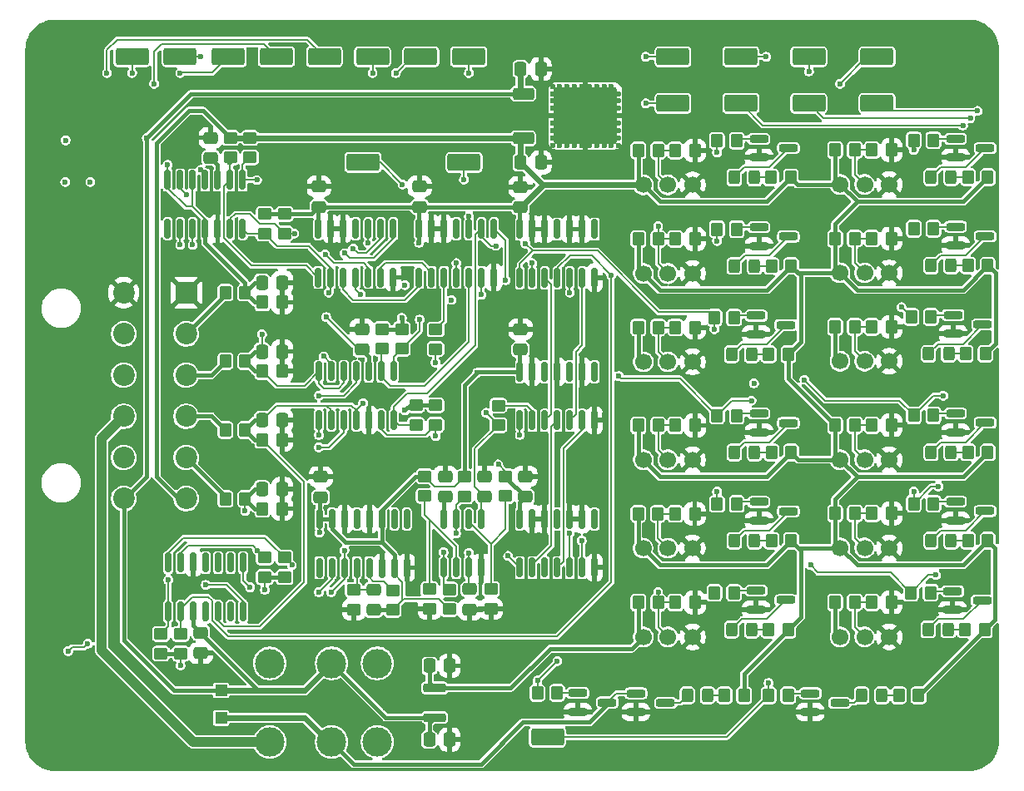
<source format=gbr>
%TF.GenerationSoftware,KiCad,Pcbnew,9.0.3*%
%TF.CreationDate,2026-01-27T01:38:24+07:00*%
%TF.ProjectId,BSPD v4 Rev 5,42535044-2076-4342-9052-657620352e6b,rev?*%
%TF.SameCoordinates,Original*%
%TF.FileFunction,Copper,L1,Top*%
%TF.FilePolarity,Positive*%
%FSLAX46Y46*%
G04 Gerber Fmt 4.6, Leading zero omitted, Abs format (unit mm)*
G04 Created by KiCad (PCBNEW 9.0.3) date 2026-01-27 01:38:24*
%MOMM*%
%LPD*%
G01*
G04 APERTURE LIST*
G04 Aperture macros list*
%AMRoundRect*
0 Rectangle with rounded corners*
0 $1 Rounding radius*
0 $2 $3 $4 $5 $6 $7 $8 $9 X,Y pos of 4 corners*
0 Add a 4 corners polygon primitive as box body*
4,1,4,$2,$3,$4,$5,$6,$7,$8,$9,$2,$3,0*
0 Add four circle primitives for the rounded corners*
1,1,$1+$1,$2,$3*
1,1,$1+$1,$4,$5*
1,1,$1+$1,$6,$7*
1,1,$1+$1,$8,$9*
0 Add four rect primitives between the rounded corners*
20,1,$1+$1,$2,$3,$4,$5,0*
20,1,$1+$1,$4,$5,$6,$7,0*
20,1,$1+$1,$6,$7,$8,$9,0*
20,1,$1+$1,$8,$9,$2,$3,0*%
%AMFreePoly0*
4,1,9,5.362500,-0.866500,1.237500,-0.866500,1.237500,-0.450000,-1.237500,-0.450000,-1.237500,0.450000,1.237500,0.450000,1.237500,0.866500,5.362500,0.866500,5.362500,-0.866500,5.362500,-0.866500,$1*%
G04 Aperture macros list end*
%TA.AperFunction,SMDPad,CuDef*%
%ADD10RoundRect,0.250000X0.350000X0.450000X-0.350000X0.450000X-0.350000X-0.450000X0.350000X-0.450000X0*%
%TD*%
%TA.AperFunction,SMDPad,CuDef*%
%ADD11RoundRect,0.250000X-0.325000X-0.450000X0.325000X-0.450000X0.325000X0.450000X-0.325000X0.450000X0*%
%TD*%
%TA.AperFunction,SMDPad,CuDef*%
%ADD12RoundRect,0.250000X0.450000X-0.350000X0.450000X0.350000X-0.450000X0.350000X-0.450000X-0.350000X0*%
%TD*%
%TA.AperFunction,ComponentPad*%
%ADD13C,0.800000*%
%TD*%
%TA.AperFunction,ComponentPad*%
%ADD14C,6.400000*%
%TD*%
%TA.AperFunction,SMDPad,CuDef*%
%ADD15RoundRect,0.250000X-0.350000X-0.450000X0.350000X-0.450000X0.350000X0.450000X-0.350000X0.450000X0*%
%TD*%
%TA.AperFunction,SMDPad,CuDef*%
%ADD16RoundRect,0.150000X0.150000X-0.825000X0.150000X0.825000X-0.150000X0.825000X-0.150000X-0.825000X0*%
%TD*%
%TA.AperFunction,SMDPad,CuDef*%
%ADD17RoundRect,0.258000X-1.427000X-0.602000X1.427000X-0.602000X1.427000X0.602000X-1.427000X0.602000X0*%
%TD*%
%TA.AperFunction,SMDPad,CuDef*%
%ADD18RoundRect,0.225000X-0.925000X-0.225000X0.925000X-0.225000X0.925000X0.225000X-0.925000X0.225000X0*%
%TD*%
%TA.AperFunction,SMDPad,CuDef*%
%ADD19FreePoly0,0.000000*%
%TD*%
%TA.AperFunction,SMDPad,CuDef*%
%ADD20RoundRect,0.250000X-0.337500X-0.475000X0.337500X-0.475000X0.337500X0.475000X-0.337500X0.475000X0*%
%TD*%
%TA.AperFunction,SMDPad,CuDef*%
%ADD21RoundRect,0.250000X-0.450000X0.350000X-0.450000X-0.350000X0.450000X-0.350000X0.450000X0.350000X0*%
%TD*%
%TA.AperFunction,ComponentPad*%
%ADD22C,1.700000*%
%TD*%
%TA.AperFunction,SMDPad,CuDef*%
%ADD23RoundRect,0.250000X0.475000X-0.337500X0.475000X0.337500X-0.475000X0.337500X-0.475000X-0.337500X0*%
%TD*%
%TA.AperFunction,ComponentPad*%
%ADD24RoundRect,0.150000X0.960000X-0.950000X0.960000X0.950000X-0.960000X0.950000X-0.960000X-0.950000X0*%
%TD*%
%TA.AperFunction,ComponentPad*%
%ADD25C,2.200000*%
%TD*%
%TA.AperFunction,ComponentPad*%
%ADD26C,3.000000*%
%TD*%
%TA.AperFunction,SMDPad,CuDef*%
%ADD27RoundRect,0.200000X-0.750000X-0.200000X0.750000X-0.200000X0.750000X0.200000X-0.750000X0.200000X0*%
%TD*%
%TA.AperFunction,SMDPad,CuDef*%
%ADD28RoundRect,0.150000X-0.150000X0.825000X-0.150000X-0.825000X0.150000X-0.825000X0.150000X0.825000X0*%
%TD*%
%TA.AperFunction,SMDPad,CuDef*%
%ADD29RoundRect,0.250000X-0.475000X0.337500X-0.475000X-0.337500X0.475000X-0.337500X0.475000X0.337500X0*%
%TD*%
%TA.AperFunction,SMDPad,CuDef*%
%ADD30RoundRect,0.250000X-0.850000X-0.350000X0.850000X-0.350000X0.850000X0.350000X-0.850000X0.350000X0*%
%TD*%
%TA.AperFunction,SMDPad,CuDef*%
%ADD31RoundRect,0.249997X-2.950003X-2.650003X2.950003X-2.650003X2.950003X2.650003X-2.950003X2.650003X0*%
%TD*%
%TA.AperFunction,SMDPad,CuDef*%
%ADD32R,1.200000X1.200000*%
%TD*%
%TA.AperFunction,ViaPad*%
%ADD33C,0.600000*%
%TD*%
%TA.AperFunction,Conductor*%
%ADD34C,0.200000*%
%TD*%
%TA.AperFunction,Conductor*%
%ADD35C,0.400000*%
%TD*%
%TA.AperFunction,Conductor*%
%ADD36C,0.600000*%
%TD*%
%TA.AperFunction,Conductor*%
%ADD37C,1.000000*%
%TD*%
G04 APERTURE END LIST*
D10*
%TO.P,R52,1*%
%TO.N,+5V*%
X219525000Y-112030000D03*
%TO.P,R52,2*%
%TO.N,Net-(D4-A)*%
X217525000Y-112030000D03*
%TD*%
D11*
%TO.P,D3,1,K*%
%TO.N,Net-(D3-K)*%
X213475000Y-102050000D03*
%TO.P,D3,2,A*%
%TO.N,Net-(D3-A)*%
X215525000Y-102050000D03*
%TD*%
D12*
%TO.P,R78,1*%
%TO.N,+5V*%
X184750000Y-127987500D03*
%TO.P,R78,2*%
%TO.N,Net-(U21C-3A)*%
X184750000Y-125987500D03*
%TD*%
D11*
%TO.P,D1,1,K*%
%TO.N,Net-(D1-K)*%
X213750000Y-84050000D03*
%TO.P,D1,2,A*%
%TO.N,Net-(D1-A)*%
X215800000Y-84050000D03*
%TD*%
D13*
%TO.P,H4,1,1*%
%TO.N,GND*%
X234950000Y-141000000D03*
X235652944Y-139302944D03*
X235652944Y-142697056D03*
X237350000Y-138600000D03*
D14*
X237350000Y-141000000D03*
D13*
X237350000Y-143400000D03*
X239047056Y-139302944D03*
X239047056Y-142697056D03*
X239750000Y-141000000D03*
%TD*%
D15*
%TO.P,R11,1*%
%TO.N,+8V*%
X204000000Y-127310000D03*
%TO.P,R11,2*%
%TO.N,Net-(U2B--)*%
X206000000Y-127310000D03*
%TD*%
D16*
%TO.P,U20,1*%
%TO.N,Net-(U18-Pad6)*%
X191940000Y-108762500D03*
%TO.P,U20,2*%
%TO.N,Net-(R72-Pad1)*%
X193210000Y-108762500D03*
%TO.P,U20,3*%
%TO.N,Net-(U19A-1Y)*%
X194480000Y-108762500D03*
%TO.P,U20,4*%
%TO.N,Net-(U18-Pad2)*%
X195750000Y-108762500D03*
%TO.P,U20,5*%
%TO.N,Net-(U19B-2Y)*%
X197020000Y-108762500D03*
%TO.P,U20,6*%
%TO.N,Net-(U18-Pad4)*%
X198290000Y-108762500D03*
%TO.P,U20,7,GND*%
%TO.N,GND*%
X199560000Y-108762500D03*
%TO.P,U20,8*%
%TO.N,unconnected-(U20-Pad8)*%
X199560000Y-103812500D03*
%TO.P,U20,9*%
%TO.N,GND*%
X198290000Y-103812500D03*
%TO.P,U20,10*%
%TO.N,unconnected-(U20-Pad10)*%
X197020000Y-103812500D03*
%TO.P,U20,11*%
%TO.N,GND*%
X195750000Y-103812500D03*
%TO.P,U20,12*%
%TO.N,unconnected-(U20-Pad12)*%
X194480000Y-103812500D03*
%TO.P,U20,13*%
%TO.N,GND*%
X193210000Y-103812500D03*
%TO.P,U20,14,VCC*%
%TO.N,+5V*%
X191940000Y-103812500D03*
%TD*%
D17*
%TO.P,TP11,1,1*%
%TO.N,Net-(U3C--)*%
X221333333Y-76500000D03*
%TD*%
D18*
%TO.P,U4,1,OUT*%
%TO.N,+8V*%
X183287500Y-136000000D03*
D19*
%TO.P,U4,2,GND*%
%TO.N,GND*%
X183375000Y-137500000D03*
D18*
%TO.P,U4,3,IN*%
%TO.N,+12V*%
X183287500Y-139000000D03*
%TD*%
D20*
%TO.P,C21,1*%
%TO.N,+8V*%
X182750000Y-133750000D03*
%TO.P,C21,2*%
%TO.N,GND*%
X184825000Y-133750000D03*
%TD*%
D21*
%TO.P,R74,1*%
%TO.N,+5V*%
X190500000Y-114450000D03*
%TO.P,R74,2*%
%TO.N,Net-(U27B--)*%
X190500000Y-116450000D03*
%TD*%
D15*
%TO.P,R4,1*%
%TO.N,Net-(U1B--)*%
X207750000Y-90305000D03*
%TO.P,R4,2*%
%TO.N,GND*%
X209750000Y-90305000D03*
%TD*%
D22*
%TO.P,RV2,1,1*%
%TO.N,+5V*%
X204500000Y-93805000D03*
%TO.P,RV2,2,2*%
%TO.N,Net-(U1B--)*%
X207000000Y-93805000D03*
%TO.P,RV2,3,3*%
%TO.N,GND*%
X209500000Y-93805000D03*
%TD*%
D11*
%TO.P,D14,1,K*%
%TO.N,Net-(D14-K)*%
X208975000Y-136750000D03*
%TO.P,D14,2,A*%
%TO.N,Net-(D14-A)*%
X211025000Y-136750000D03*
%TD*%
D15*
%TO.P,R6,1*%
%TO.N,Net-(U1C--)*%
X207750000Y-99300000D03*
%TO.P,R6,2*%
%TO.N,GND*%
X209750000Y-99300000D03*
%TD*%
D23*
%TO.P,C10,1*%
%TO.N,+5V*%
X171500000Y-87025000D03*
%TO.P,C10,2*%
%TO.N,GND*%
X171500000Y-84950000D03*
%TD*%
D24*
%TO.P,J1,1,1*%
%TO.N,GND*%
X158000000Y-95770000D03*
D25*
%TO.P,J1,2,2*%
%TO.N,Net-(J1-Pad2)*%
X158000000Y-99960000D03*
%TO.P,J1,3,3*%
%TO.N,Net-(J1-Pad3)*%
X158000000Y-104150000D03*
%TO.P,J1,4,4*%
%TO.N,Net-(J1-Pad4)*%
X158000000Y-108350000D03*
%TO.P,J1,5,5*%
%TO.N,Net-(J1-Pad5)*%
X158000000Y-112540000D03*
%TO.P,J1,6,6*%
%TO.N,+5V*%
X158000000Y-116730000D03*
%TO.P,J1,7,7*%
%TO.N,+12V*%
X151650000Y-116730000D03*
%TO.P,J1,8,8*%
%TO.N,BSPD_status(12V)*%
X151650000Y-112540000D03*
%TO.P,J1,9,9*%
%TO.N,Relay_com*%
X151650000Y-108350000D03*
%TO.P,J1,10,10*%
%TO.N,Relay_NC*%
X151650000Y-104150000D03*
%TO.P,J1,11,11*%
%TO.N,Relay_NO*%
X151650000Y-99960000D03*
%TO.P,J1,12,12*%
%TO.N,GND*%
X151650000Y-95770000D03*
%TD*%
D23*
%TO.P,C14,1*%
%TO.N,Net-(U27B-+)*%
X188345000Y-116525000D03*
%TO.P,C14,2*%
%TO.N,GND*%
X188345000Y-114450000D03*
%TD*%
D26*
%TO.P,U23,1,COM*%
%TO.N,Relay_com*%
X166500000Y-133500000D03*
X166500000Y-141500000D03*
%TO.P,U23,2*%
%TO.N,BSPD_status(12V)*%
X172800000Y-141500000D03*
%TO.P,U23,3,NC*%
%TO.N,Relay_NC*%
X177450000Y-141500000D03*
%TO.P,U23,4,NO*%
%TO.N,Relay_NO*%
X177450000Y-133500000D03*
%TO.P,U23,5*%
%TO.N,+12V*%
X172800000Y-133500000D03*
%TD*%
D21*
%TO.P,R72,1*%
%TO.N,Net-(R72-Pad1)*%
X189750000Y-107250000D03*
%TO.P,R72,2*%
%TO.N,Net-(U27B-+)*%
X189750000Y-109250000D03*
%TD*%
D16*
%TO.P,U17,1,1A*%
%TO.N,Net-(U17A-1A)*%
X181690000Y-94212500D03*
%TO.P,U17,2,1B*%
%TO.N,Net-(U17A-1B)*%
X182960000Y-94212500D03*
%TO.P,U17,3,1Y*%
%TO.N,Net-(U17A-1Y)*%
X184230000Y-94212500D03*
%TO.P,U17,4,2A*%
%TO.N,TPS1_con*%
X185500000Y-94212500D03*
%TO.P,U17,5,2B*%
%TO.N,TPS2_con*%
X186770000Y-94212500D03*
%TO.P,U17,6,2Y*%
%TO.N,Net-(U17B-2Y)*%
X188040000Y-94212500D03*
%TO.P,U17,7,V-*%
%TO.N,GND*%
X189310000Y-94212500D03*
%TO.P,U17,8,3Y*%
%TO.N,Net-(U17C-3Y)*%
X189310000Y-89262500D03*
%TO.P,U17,9,3A*%
%TO.N,BRK1_con*%
X188040000Y-89262500D03*
%TO.P,U17,10,3B*%
%TO.N,BRK2_con*%
X186770000Y-89262500D03*
%TO.P,U17,11,4Y*%
%TO.N,unconnected-(U17D-4Y-Pad11)*%
X185500000Y-89262500D03*
%TO.P,U17,12,4A*%
%TO.N,GND*%
X184230000Y-89262500D03*
%TO.P,U17,13,4B*%
X182960000Y-89262500D03*
%TO.P,U17,14,V+*%
%TO.N,+5V*%
X181690000Y-89262500D03*
%TD*%
D15*
%TO.P,R48,1*%
%TO.N,BRK2_over*%
X231700000Y-126300000D03*
%TO.P,R48,2*%
%TO.N,Net-(U16-G)*%
X233700000Y-126300000D03*
%TD*%
D12*
%TO.P,R82,1*%
%TO.N,GND*%
X175055000Y-128025000D03*
%TO.P,R82,2*%
%TO.N,Net-(U25A-S1)*%
X175055000Y-126025000D03*
%TD*%
D15*
%TO.P,R16,1*%
%TO.N,Net-(U2D--)*%
X227750000Y-90250000D03*
%TO.P,R16,2*%
%TO.N,GND*%
X229750000Y-90250000D03*
%TD*%
D22*
%TO.P,RV3,1,1*%
%TO.N,+8V*%
X204500000Y-102800000D03*
%TO.P,RV3,2,2*%
%TO.N,Net-(U1C--)*%
X207000000Y-102800000D03*
%TO.P,RV3,3,3*%
%TO.N,GND*%
X209500000Y-102800000D03*
%TD*%
D15*
%TO.P,R7,1*%
%TO.N,+5V*%
X204000000Y-109280000D03*
%TO.P,R7,2*%
%TO.N,Net-(JP1-A)*%
X206000000Y-109280000D03*
%TD*%
D17*
%TO.P,TP15,1,1*%
%TO.N,BRK1*%
X207500000Y-71750000D03*
%TD*%
D15*
%TO.P,R67,1*%
%TO.N,TPS2*%
X165750000Y-103750000D03*
%TO.P,R67,2*%
%TO.N,GND*%
X167750000Y-103750000D03*
%TD*%
D27*
%TO.P,U8,1,G*%
%TO.N,Net-(U8-G)*%
X216250000Y-108080000D03*
%TO.P,U8,2,S*%
%TO.N,GND*%
X216250000Y-109980000D03*
%TO.P,U8,3,D*%
%TO.N,Net-(D4-K)*%
X219250000Y-109030000D03*
%TD*%
D11*
%TO.P,D10,1,K*%
%TO.N,Net-(D10-K)*%
X233750000Y-112015000D03*
%TO.P,D10,2,A*%
%TO.N,Net-(D10-A)*%
X235800000Y-112015000D03*
%TD*%
D23*
%TO.P,C18,1*%
%TO.N,+5V*%
X177055000Y-128062500D03*
%TO.P,C18,2*%
%TO.N,Net-(U25A-S1)*%
X177055000Y-125987500D03*
%TD*%
D15*
%TO.P,R41,1*%
%TO.N,TPS2_con*%
X212000000Y-117270000D03*
%TO.P,R41,2*%
%TO.N,Net-(U9-G)*%
X214000000Y-117270000D03*
%TD*%
D27*
%TO.P,U10,1,G*%
%TO.N,Net-(U10-G)*%
X215975000Y-126110000D03*
%TO.P,U10,2,S*%
%TO.N,GND*%
X215975000Y-128010000D03*
%TO.P,U10,3,D*%
%TO.N,Net-(D6-K)*%
X218975000Y-127060000D03*
%TD*%
D22*
%TO.P,RV7,1,1*%
%TO.N,+5V*%
X224500000Y-84750000D03*
%TO.P,RV7,2,2*%
%TO.N,Net-(U2C--)*%
X227000000Y-84750000D03*
%TO.P,RV7,3,3*%
%TO.N,GND*%
X229500000Y-84750000D03*
%TD*%
D23*
%TO.P,C1,1*%
%TO.N,+12V*%
X160500000Y-82062500D03*
%TO.P,C1,2*%
%TO.N,GND*%
X160500000Y-79987500D03*
%TD*%
%TO.P,C19,1*%
%TO.N,+5V*%
X171695000Y-116600000D03*
%TO.P,C19,2*%
%TO.N,GND*%
X171695000Y-114525000D03*
%TD*%
D10*
%TO.P,R53,1*%
%TO.N,+5V*%
X219525000Y-121020000D03*
%TO.P,R53,2*%
%TO.N,Net-(D5-A)*%
X217525000Y-121020000D03*
%TD*%
D13*
%TO.P,H2,1,1*%
%TO.N,GND*%
X234950000Y-71400000D03*
X235652944Y-69702944D03*
X235652944Y-73097056D03*
X237350000Y-69000000D03*
D14*
X237350000Y-71400000D03*
D13*
X237350000Y-73800000D03*
X239047056Y-69702944D03*
X239047056Y-73097056D03*
X239750000Y-71400000D03*
%TD*%
%TO.P,H3,1,1*%
%TO.N,GND*%
X142600000Y-141000000D03*
X143302944Y-139302944D03*
X143302944Y-142697056D03*
X145000000Y-138600000D03*
D14*
X145000000Y-141000000D03*
D13*
X145000000Y-143400000D03*
X146697056Y-139302944D03*
X146697056Y-142697056D03*
X147400000Y-141000000D03*
%TD*%
D10*
%TO.P,R40,1*%
%TO.N,Net-(U8-G)*%
X214000000Y-108280000D03*
%TO.P,R40,2*%
%TO.N,TPS2_sense*%
X212000000Y-108280000D03*
%TD*%
D20*
%TO.P,C15,1*%
%TO.N,+5V*%
X192000000Y-82500000D03*
%TO.P,C15,2*%
%TO.N,GND*%
X194075000Y-82500000D03*
%TD*%
D17*
%TO.P,TP29,1,1*%
%TO.N,Net-(U27A-+)*%
X176000000Y-82500000D03*
%TD*%
D16*
%TO.P,U19,1,1A*%
%TO.N,TPS1_over*%
X191940000Y-94250000D03*
%TO.P,U19,2,1B*%
%TO.N,TPS2_over*%
X193210000Y-94250000D03*
%TO.P,U19,3,1Y*%
%TO.N,Net-(U19A-1Y)*%
X194480000Y-94250000D03*
%TO.P,U19,4,2A*%
%TO.N,BRK1_over*%
X195750000Y-94250000D03*
%TO.P,U19,5,2B*%
%TO.N,BRK2_over*%
X197020000Y-94250000D03*
%TO.P,U19,6,2Y*%
%TO.N,Net-(U19B-2Y)*%
X198290000Y-94250000D03*
%TO.P,U19,7,V-*%
%TO.N,GND*%
X199560000Y-94250000D03*
%TO.P,U19,8,3Y*%
%TO.N,unconnected-(U19C-3Y-Pad8)*%
X199560000Y-89300000D03*
%TO.P,U19,9,3A*%
%TO.N,GND*%
X198290000Y-89300000D03*
%TO.P,U19,10,3B*%
X197020000Y-89300000D03*
%TO.P,U19,11,4Y*%
%TO.N,unconnected-(U19D-4Y-Pad11)*%
X195750000Y-89300000D03*
%TO.P,U19,12,4A*%
%TO.N,GND*%
X194480000Y-89300000D03*
%TO.P,U19,13,4B*%
X193210000Y-89300000D03*
%TO.P,U19,14,V+*%
%TO.N,+5V*%
X191940000Y-89300000D03*
%TD*%
D21*
%TO.P,R76,1*%
%TO.N,Net-(U27B--)*%
X189000000Y-125950000D03*
%TO.P,R76,2*%
%TO.N,GND*%
X189000000Y-127950000D03*
%TD*%
D15*
%TO.P,R66,1*%
%TO.N,BRK1*%
X165750000Y-110750000D03*
%TO.P,R66,2*%
%TO.N,GND*%
X167750000Y-110750000D03*
%TD*%
D17*
%TO.P,TP2,1,1*%
%TO.N,Net-(JP1-A)*%
X176964286Y-71750000D03*
%TD*%
D20*
%TO.P,C11,1*%
%TO.N,+12V*%
X192000000Y-73000000D03*
%TO.P,C11,2*%
%TO.N,GND*%
X194075000Y-73000000D03*
%TD*%
D10*
%TO.P,R56,1*%
%TO.N,+5V*%
X239525000Y-93000000D03*
%TO.P,R56,2*%
%TO.N,Net-(D8-A)*%
X237525000Y-93000000D03*
%TD*%
D27*
%TO.P,U16,1,G*%
%TO.N,Net-(U16-G)*%
X235950000Y-126150000D03*
%TO.P,U16,2,S*%
%TO.N,GND*%
X235950000Y-128050000D03*
%TO.P,U16,3,D*%
%TO.N,Net-(D12-K)*%
X238950000Y-127100000D03*
%TD*%
%TO.P,U26,1,G*%
%TO.N,BSPD_status(12V)*%
X203750000Y-136550000D03*
%TO.P,U26,2,S*%
%TO.N,GND*%
X203750000Y-138450000D03*
%TO.P,U26,3,D*%
%TO.N,Net-(D14-K)*%
X206750000Y-137500000D03*
%TD*%
D11*
%TO.P,D6,1,K*%
%TO.N,Net-(D6-K)*%
X213475000Y-130060000D03*
%TO.P,D6,2,A*%
%TO.N,Net-(D6-A)*%
X215525000Y-130060000D03*
%TD*%
D21*
%TO.P,R32,1*%
%TO.N,+5V*%
X181370000Y-107225000D03*
%TO.P,R32,2*%
%TO.N,BRK1_con*%
X181370000Y-109225000D03*
%TD*%
D10*
%TO.P,R46,1*%
%TO.N,Net-(U14-G)*%
X234000000Y-108265000D03*
%TO.P,R46,2*%
%TO.N,BRK2_sense*%
X232000000Y-108265000D03*
%TD*%
D17*
%TO.P,TP3,1,1*%
%TO.N,Net-(U2C--)*%
X214416667Y-71750000D03*
%TD*%
D21*
%TO.P,R31,1*%
%TO.N,+5V*%
X183370000Y-107225000D03*
%TO.P,R31,2*%
%TO.N,BRK1_sense*%
X183370000Y-109225000D03*
%TD*%
D15*
%TO.P,R8,1*%
%TO.N,Net-(JP1-A)*%
X207750000Y-109280000D03*
%TO.P,R8,2*%
%TO.N,GND*%
X209750000Y-109280000D03*
%TD*%
%TO.P,R42,1*%
%TO.N,TPS2_over*%
X211725000Y-126310000D03*
%TO.P,R42,2*%
%TO.N,Net-(U10-G)*%
X213725000Y-126310000D03*
%TD*%
%TO.P,R15,1*%
%TO.N,+5V*%
X224000000Y-90250000D03*
%TO.P,R15,2*%
%TO.N,Net-(U2D--)*%
X226000000Y-90250000D03*
%TD*%
D11*
%TO.P,D7,1,K*%
%TO.N,Net-(D7-K)*%
X233750000Y-84000000D03*
%TO.P,D7,2,A*%
%TO.N,Net-(D7-A)*%
X235800000Y-84000000D03*
%TD*%
D17*
%TO.P,TP4,1,1*%
%TO.N,Net-(JP3-A)*%
X214416667Y-76500000D03*
%TD*%
D15*
%TO.P,R62,1*%
%TO.N,Net-(J1-Pad4)*%
X162000000Y-109750000D03*
%TO.P,R62,2*%
%TO.N,BRK1*%
X164000000Y-109750000D03*
%TD*%
%TO.P,R64,1*%
%TO.N,Net-(J1-Pad2)*%
X162000000Y-95750000D03*
%TO.P,R64,2*%
%TO.N,TPS1*%
X164000000Y-95750000D03*
%TD*%
%TO.P,R70,1*%
%TO.N,Logic_state*%
X193725000Y-136500000D03*
%TO.P,R70,2*%
%TO.N,Net-(U24-G)*%
X195725000Y-136500000D03*
%TD*%
D11*
%TO.P,D8,1,K*%
%TO.N,Net-(D8-K)*%
X233750000Y-93000000D03*
%TO.P,D8,2,A*%
%TO.N,Net-(D8-A)*%
X235800000Y-93000000D03*
%TD*%
D17*
%TO.P,TP10,1,1*%
%TO.N,Net-(U3A--)*%
X228250000Y-71750000D03*
%TD*%
D11*
%TO.P,D9,1,K*%
%TO.N,Net-(D9-K)*%
X233500000Y-101990000D03*
%TO.P,D9,2,A*%
%TO.N,Net-(D9-A)*%
X235550000Y-101990000D03*
%TD*%
D17*
%TO.P,TP7,1,1*%
%TO.N,Net-(U2A--)*%
X181857143Y-71750000D03*
%TD*%
%TO.P,TP6,1,1*%
%TO.N,Net-(U1C--)*%
X167178571Y-71750000D03*
%TD*%
D10*
%TO.P,R55,1*%
%TO.N,+5V*%
X239525000Y-84000000D03*
%TO.P,R55,2*%
%TO.N,Net-(D7-A)*%
X237525000Y-84000000D03*
%TD*%
D15*
%TO.P,R61,1*%
%TO.N,Net-(J1-Pad5)*%
X162000000Y-116750000D03*
%TO.P,R61,2*%
%TO.N,BRK2*%
X164000000Y-116750000D03*
%TD*%
D21*
%TO.P,R28,1*%
%TO.N,+5V*%
X166000000Y-87750000D03*
%TO.P,R28,2*%
%TO.N,TPS2_sense*%
X166000000Y-89750000D03*
%TD*%
D17*
%TO.P,TP30,1,1*%
%TO.N,Net-(U27B-+)*%
X186250000Y-82500000D03*
%TD*%
D15*
%TO.P,R63,1*%
%TO.N,Net-(J1-Pad3)*%
X162000000Y-102750000D03*
%TO.P,R63,2*%
%TO.N,TPS2*%
X164000000Y-102750000D03*
%TD*%
D20*
%TO.P,C8,1*%
%TO.N,TPS1*%
X165712500Y-94750000D03*
%TO.P,C8,2*%
%TO.N,GND*%
X167787500Y-94750000D03*
%TD*%
D15*
%TO.P,R18,1*%
%TO.N,Net-(U3A--)*%
X227750000Y-99240000D03*
%TO.P,R18,2*%
%TO.N,GND*%
X229750000Y-99240000D03*
%TD*%
D27*
%TO.P,U6,1,G*%
%TO.N,Net-(U6-G)*%
X216250000Y-89105000D03*
%TO.P,U6,2,S*%
%TO.N,GND*%
X216250000Y-91005000D03*
%TO.P,U6,3,D*%
%TO.N,Net-(D2-K)*%
X219250000Y-90055000D03*
%TD*%
D21*
%TO.P,R26,1*%
%TO.N,+5V*%
X164500000Y-80000000D03*
%TO.P,R26,2*%
%TO.N,TPS1_con*%
X164500000Y-82000000D03*
%TD*%
D11*
%TO.P,D15,1,K*%
%TO.N,Net-(D15-K)*%
X226700000Y-136750000D03*
%TO.P,D15,2,A*%
%TO.N,Net-(D15-A)*%
X228750000Y-136750000D03*
%TD*%
D10*
%TO.P,R51,1*%
%TO.N,+5V*%
X219250000Y-102050000D03*
%TO.P,R51,2*%
%TO.N,Net-(D3-A)*%
X217250000Y-102050000D03*
%TD*%
D21*
%TO.P,R29,1*%
%TO.N,+5V*%
X177930000Y-99475000D03*
%TO.P,R29,2*%
%TO.N,TPS2_con*%
X177930000Y-101475000D03*
%TD*%
D27*
%TO.P,U15,1,G*%
%TO.N,Net-(U15-G)*%
X236250000Y-117050000D03*
%TO.P,U15,2,S*%
%TO.N,GND*%
X236250000Y-118950000D03*
%TO.P,U15,3,D*%
%TO.N,Net-(D11-K)*%
X239250000Y-118000000D03*
%TD*%
D15*
%TO.P,R38,1*%
%TO.N,TPS1_con*%
X212000000Y-89305000D03*
%TO.P,R38,2*%
%TO.N,Net-(U6-G)*%
X214000000Y-89305000D03*
%TD*%
D12*
%TO.P,R33,1*%
%TO.N,+5V*%
X157440000Y-132500000D03*
%TO.P,R33,2*%
%TO.N,BRK1_over*%
X157440000Y-130500000D03*
%TD*%
D15*
%TO.P,R19,1*%
%TO.N,+5V*%
X224000000Y-109265000D03*
%TO.P,R19,2*%
%TO.N,Net-(JP3-A)*%
X226000000Y-109265000D03*
%TD*%
D10*
%TO.P,R58,1*%
%TO.N,+5V*%
X239525000Y-112015000D03*
%TO.P,R58,2*%
%TO.N,Net-(D10-A)*%
X237525000Y-112015000D03*
%TD*%
D17*
%TO.P,TP1,1,1*%
%TO.N,Net-(U1A--)*%
X157392857Y-71750000D03*
%TD*%
D28*
%TO.P,U2,1*%
%TO.N,TPS2_over*%
X179120000Y-103775000D03*
%TO.P,U2,2*%
%TO.N,TPS2_con*%
X177850000Y-103775000D03*
%TO.P,U2,3,V+*%
%TO.N,+12V*%
X176580000Y-103775000D03*
%TO.P,U2,4,-*%
%TO.N,Net-(U2A--)*%
X175310000Y-103775000D03*
%TO.P,U2,5,+*%
%TO.N,TPS2*%
X174040000Y-103775000D03*
%TO.P,U2,6,-*%
%TO.N,Net-(U2B--)*%
X172770000Y-103775000D03*
%TO.P,U2,7,+*%
%TO.N,TPS2*%
X171500000Y-103775000D03*
%TO.P,U2,8,-*%
%TO.N,Net-(U2D--)*%
X171500000Y-108725000D03*
%TO.P,U2,9,+*%
%TO.N,BRK1*%
X172770000Y-108725000D03*
%TO.P,U2,10,-*%
%TO.N,Net-(U2C--)*%
X174040000Y-108725000D03*
%TO.P,U2,11,+*%
%TO.N,BRK1*%
X175310000Y-108725000D03*
%TO.P,U2,12,V-*%
%TO.N,GND*%
X176580000Y-108725000D03*
%TO.P,U2,13*%
%TO.N,BRK1_sense*%
X177850000Y-108725000D03*
%TO.P,U2,14*%
%TO.N,BRK1_con*%
X179120000Y-108725000D03*
%TD*%
D29*
%TO.P,C13,1*%
%TO.N,Net-(U27A-+)*%
X186845000Y-125950000D03*
%TO.P,C13,2*%
%TO.N,GND*%
X186845000Y-128025000D03*
%TD*%
D15*
%TO.P,R10,1*%
%TO.N,Net-(U2A--)*%
X207725000Y-118270000D03*
%TO.P,R10,2*%
%TO.N,GND*%
X209725000Y-118270000D03*
%TD*%
D11*
%TO.P,D11,1,K*%
%TO.N,Net-(D11-K)*%
X233750000Y-121000000D03*
%TO.P,D11,2,A*%
%TO.N,Net-(D11-A)*%
X235800000Y-121000000D03*
%TD*%
D15*
%TO.P,R3,1*%
%TO.N,+5V*%
X204000000Y-90305000D03*
%TO.P,R3,2*%
%TO.N,Net-(U1B--)*%
X206000000Y-90305000D03*
%TD*%
D21*
%TO.P,R25,1*%
%TO.N,+5V*%
X162500000Y-80000000D03*
%TO.P,R25,2*%
%TO.N,TPS1_sense*%
X162500000Y-82000000D03*
%TD*%
D15*
%TO.P,R47,1*%
%TO.N,BRK2_con*%
X232000000Y-117250000D03*
%TO.P,R47,2*%
%TO.N,Net-(U15-G)*%
X234000000Y-117250000D03*
%TD*%
D27*
%TO.P,U9,1,G*%
%TO.N,Net-(U9-G)*%
X216250000Y-117070000D03*
%TO.P,U9,2,S*%
%TO.N,GND*%
X216250000Y-118970000D03*
%TO.P,U9,3,D*%
%TO.N,Net-(D5-K)*%
X219250000Y-118020000D03*
%TD*%
D20*
%TO.P,C6,1*%
%TO.N,BRK1*%
X165712500Y-108750000D03*
%TO.P,C6,2*%
%TO.N,GND*%
X167787500Y-108750000D03*
%TD*%
D12*
%TO.P,R35,1*%
%TO.N,+5V*%
X166000000Y-124725000D03*
%TO.P,R35,2*%
%TO.N,BRK2_con*%
X166000000Y-122725000D03*
%TD*%
D15*
%TO.P,R24,1*%
%TO.N,Net-(U3D--)*%
X227750000Y-127300000D03*
%TO.P,R24,2*%
%TO.N,GND*%
X229750000Y-127300000D03*
%TD*%
D22*
%TO.P,RV4,1,1*%
%TO.N,+5V*%
X204500000Y-112780000D03*
%TO.P,RV4,2,2*%
%TO.N,Net-(JP1-A)*%
X207000000Y-112780000D03*
%TO.P,RV4,3,3*%
%TO.N,GND*%
X209500000Y-112780000D03*
%TD*%
D27*
%TO.P,U28,1,G*%
%TO.N,Net-(U28-G)*%
X221475000Y-136550000D03*
%TO.P,U28,2,S*%
%TO.N,GND*%
X221475000Y-138450000D03*
%TO.P,U28,3,D*%
%TO.N,Net-(D15-K)*%
X224475000Y-137500000D03*
%TD*%
D23*
%TO.P,C16,1*%
%TO.N,+5V*%
X192000000Y-101575000D03*
%TO.P,C16,2*%
%TO.N,GND*%
X192000000Y-99500000D03*
%TD*%
D16*
%TO.P,U27,1*%
%TO.N,Net-(U21C-3A)*%
X184190000Y-123750000D03*
%TO.P,U27,2,-*%
%TO.N,Net-(U27A--)*%
X185460000Y-123750000D03*
%TO.P,U27,3,+*%
%TO.N,Net-(U27A-+)*%
X186730000Y-123750000D03*
%TO.P,U27,4,V-*%
%TO.N,GND*%
X188000000Y-123750000D03*
%TO.P,U27,5,+*%
%TO.N,Net-(U27B-+)*%
X188000000Y-118800000D03*
%TO.P,U27,6,-*%
%TO.N,Net-(U27B--)*%
X186730000Y-118800000D03*
%TO.P,U27,7*%
%TO.N,Net-(U21C-3B)*%
X185460000Y-118800000D03*
%TO.P,U27,8,V+*%
%TO.N,+12V*%
X184190000Y-118800000D03*
%TD*%
D10*
%TO.P,R54,1*%
%TO.N,+5V*%
X219250000Y-130060000D03*
%TO.P,R54,2*%
%TO.N,Net-(D6-A)*%
X217250000Y-130060000D03*
%TD*%
D27*
%TO.P,U5,1,G*%
%TO.N,Net-(U5-G)*%
X216250000Y-80100000D03*
%TO.P,U5,2,S*%
%TO.N,GND*%
X216250000Y-82000000D03*
%TO.P,U5,3,D*%
%TO.N,Net-(D1-K)*%
X219250000Y-81050000D03*
%TD*%
D17*
%TO.P,TP5,1,1*%
%TO.N,Net-(U1B--)*%
X162285714Y-71750000D03*
%TD*%
D15*
%TO.P,R12,1*%
%TO.N,Net-(U2B--)*%
X207750000Y-127310000D03*
%TO.P,R12,2*%
%TO.N,GND*%
X209750000Y-127310000D03*
%TD*%
D11*
%TO.P,D5,1,K*%
%TO.N,Net-(D5-K)*%
X213750000Y-121020000D03*
%TO.P,D5,2,A*%
%TO.N,Net-(D5-A)*%
X215800000Y-121020000D03*
%TD*%
D27*
%TO.P,U12,1,G*%
%TO.N,Net-(U12-G)*%
X236250000Y-89050000D03*
%TO.P,U12,2,S*%
%TO.N,GND*%
X236250000Y-90950000D03*
%TO.P,U12,3,D*%
%TO.N,Net-(D8-K)*%
X239250000Y-90000000D03*
%TD*%
D29*
%TO.P,C3,1*%
%TO.N,+12V*%
X159500000Y-130400000D03*
%TO.P,C3,2*%
%TO.N,GND*%
X159500000Y-132475000D03*
%TD*%
D27*
%TO.P,U24,1,G*%
%TO.N,Net-(U24-G)*%
X197827944Y-136527944D03*
%TO.P,U24,2,S*%
%TO.N,GND*%
X197827944Y-138427944D03*
%TO.P,U24,3,D*%
%TO.N,BSPD_status(12V)*%
X200827944Y-137477944D03*
%TD*%
D15*
%TO.P,R13,1*%
%TO.N,+5V*%
X224000000Y-81250000D03*
%TO.P,R13,2*%
%TO.N,Net-(U2C--)*%
X226000000Y-81250000D03*
%TD*%
D30*
%TO.P,U22,1,IN*%
%TO.N,+12V*%
X192287500Y-75500000D03*
D31*
%TO.P,U22,2,GND*%
%TO.N,GND*%
X198587500Y-77780000D03*
D30*
%TO.P,U22,3,OUT*%
%TO.N,+5V*%
X192287500Y-80060000D03*
%TD*%
D17*
%TO.P,TP13,1,1*%
%TO.N,TPS1*%
X152500000Y-71750000D03*
%TD*%
D10*
%TO.P,R60,1*%
%TO.N,+5V*%
X239225000Y-130050000D03*
%TO.P,R60,2*%
%TO.N,Net-(D12-A)*%
X237225000Y-130050000D03*
%TD*%
D27*
%TO.P,U7,1,G*%
%TO.N,Net-(U7-G)*%
X215975000Y-98100000D03*
%TO.P,U7,2,S*%
%TO.N,GND*%
X215975000Y-100000000D03*
%TO.P,U7,3,D*%
%TO.N,Net-(D3-K)*%
X218975000Y-99050000D03*
%TD*%
D20*
%TO.P,C7,1*%
%TO.N,TPS2*%
X165712500Y-101750000D03*
%TO.P,C7,2*%
%TO.N,GND*%
X167787500Y-101750000D03*
%TD*%
D23*
%TO.P,C2,1*%
%TO.N,+12V*%
X175870000Y-101575000D03*
%TO.P,C2,2*%
%TO.N,GND*%
X175870000Y-99500000D03*
%TD*%
D15*
%TO.P,R22,1*%
%TO.N,Net-(U3C--)*%
X227750000Y-118250000D03*
%TO.P,R22,2*%
%TO.N,GND*%
X229750000Y-118250000D03*
%TD*%
%TO.P,R2,1*%
%TO.N,Net-(U1A--)*%
X207750000Y-81300000D03*
%TO.P,R2,2*%
%TO.N,GND*%
X209750000Y-81300000D03*
%TD*%
%TO.P,R39,1*%
%TO.N,TPS1_over*%
X211725000Y-98300000D03*
%TO.P,R39,2*%
%TO.N,Net-(U7-G)*%
X213725000Y-98300000D03*
%TD*%
D10*
%TO.P,R49,1*%
%TO.N,+5V*%
X219500000Y-84050000D03*
%TO.P,R49,2*%
%TO.N,Net-(D1-A)*%
X217500000Y-84050000D03*
%TD*%
D15*
%TO.P,R45,1*%
%TO.N,BRK1_over*%
X231750000Y-98240000D03*
%TO.P,R45,2*%
%TO.N,Net-(U13-G)*%
X233750000Y-98240000D03*
%TD*%
D10*
%TO.P,R37,1*%
%TO.N,Net-(U5-G)*%
X214000000Y-80300000D03*
%TO.P,R37,2*%
%TO.N,TPS1_sense*%
X212000000Y-80300000D03*
%TD*%
D11*
%TO.P,D12,1,K*%
%TO.N,Net-(D12-K)*%
X233450000Y-130050000D03*
%TO.P,D12,2,A*%
%TO.N,Net-(D12-A)*%
X235500000Y-130050000D03*
%TD*%
D16*
%TO.P,U3,1*%
%TO.N,BRK2_sense*%
X156190000Y-128200000D03*
%TO.P,U3,2*%
%TO.N,BRK1_over*%
X157460000Y-128200000D03*
%TO.P,U3,3,V+*%
%TO.N,+12V*%
X158730000Y-128200000D03*
%TO.P,U3,4,-*%
%TO.N,Net-(U3A--)*%
X160000000Y-128200000D03*
%TO.P,U3,5,+*%
%TO.N,BRK1*%
X161270000Y-128200000D03*
%TO.P,U3,6,-*%
%TO.N,Net-(JP4-C)*%
X162540000Y-128200000D03*
%TO.P,U3,7,+*%
%TO.N,Net-(JP3-C)*%
X163810000Y-128200000D03*
%TO.P,U3,8,-*%
%TO.N,Net-(U3D--)*%
X163810000Y-123250000D03*
%TO.P,U3,9,+*%
%TO.N,BRK2*%
X162540000Y-123250000D03*
%TO.P,U3,10,-*%
%TO.N,Net-(U3C--)*%
X161270000Y-123250000D03*
%TO.P,U3,11,+*%
%TO.N,BRK2*%
X160000000Y-123250000D03*
%TO.P,U3,12,V-*%
%TO.N,GND*%
X158730000Y-123250000D03*
%TO.P,U3,13*%
%TO.N,BRK2_con*%
X157460000Y-123250000D03*
%TO.P,U3,14*%
%TO.N,BRK2_over*%
X156190000Y-123250000D03*
%TD*%
D15*
%TO.P,R21,1*%
%TO.N,+5V*%
X224000000Y-118250000D03*
%TO.P,R21,2*%
%TO.N,Net-(U3C--)*%
X226000000Y-118250000D03*
%TD*%
D17*
%TO.P,TP12,1,1*%
%TO.N,Net-(U3D--)*%
X228250000Y-76500000D03*
%TD*%
D16*
%TO.P,U18,1*%
%TO.N,Net-(U17B-2Y)*%
X191940000Y-123750000D03*
%TO.P,U18,2*%
%TO.N,Net-(U18-Pad2)*%
X193210000Y-123750000D03*
%TO.P,U18,3,3*%
%TO.N,unconnected-(U18-Pad3)*%
X194480000Y-123750000D03*
%TO.P,U18,4*%
%TO.N,Net-(U18-Pad4)*%
X195750000Y-123750000D03*
%TO.P,U18,5*%
%TO.N,Net-(U17C-3Y)*%
X197020000Y-123750000D03*
%TO.P,U18,6*%
%TO.N,Net-(U18-Pad6)*%
X198290000Y-123750000D03*
%TO.P,U18,7,GND*%
%TO.N,GND*%
X199560000Y-123750000D03*
%TO.P,U18,8*%
%TO.N,unconnected-(U18-Pad8)*%
X199560000Y-118800000D03*
%TO.P,U18,9*%
%TO.N,GND*%
X198290000Y-118800000D03*
%TO.P,U18,10*%
X197020000Y-118800000D03*
%TO.P,U18,11,11*%
%TO.N,unconnected-(U18-Pad11)*%
X195750000Y-118800000D03*
%TO.P,U18,12*%
%TO.N,GND*%
X194480000Y-118800000D03*
%TO.P,U18,13*%
X193210000Y-118800000D03*
%TO.P,U18,14,VCC*%
%TO.N,+5V*%
X191940000Y-118800000D03*
%TD*%
D23*
%TO.P,C17,1*%
%TO.N,+12V*%
X184345000Y-116562500D03*
%TO.P,C17,2*%
%TO.N,GND*%
X184345000Y-114487500D03*
%TD*%
D10*
%TO.P,R59,1*%
%TO.N,+5V*%
X239525000Y-121000000D03*
%TO.P,R59,2*%
%TO.N,Net-(D11-A)*%
X237525000Y-121000000D03*
%TD*%
D11*
%TO.P,D4,1,K*%
%TO.N,Net-(D4-K)*%
X213750000Y-112030000D03*
%TO.P,D4,2,A*%
%TO.N,Net-(D4-A)*%
X215800000Y-112030000D03*
%TD*%
D21*
%TO.P,R80,1*%
%TO.N,Net-(U25E-EN)*%
X179000000Y-126062500D03*
%TO.P,R80,2*%
%TO.N,+5V*%
X179000000Y-128062500D03*
%TD*%
D10*
%TO.P,R43,1*%
%TO.N,Net-(U11-G)*%
X234000000Y-80250000D03*
%TO.P,R43,2*%
%TO.N,BRK1_sense*%
X232000000Y-80250000D03*
%TD*%
D32*
%TO.P,D13,1*%
%TO.N,+12V*%
X161550000Y-136250000D03*
%TO.P,D13,2*%
%TO.N,BSPD_status(12V)*%
X161550000Y-139050000D03*
%TD*%
D15*
%TO.P,R23,1*%
%TO.N,+8V*%
X224000000Y-127300000D03*
%TO.P,R23,2*%
%TO.N,Net-(U3D--)*%
X226000000Y-127300000D03*
%TD*%
D22*
%TO.P,RV12,1,1*%
%TO.N,+8V*%
X224500000Y-130800000D03*
%TO.P,RV12,2,2*%
%TO.N,Net-(U3D--)*%
X227000000Y-130800000D03*
%TO.P,RV12,3,3*%
%TO.N,GND*%
X229500000Y-130800000D03*
%TD*%
D27*
%TO.P,U11,1,G*%
%TO.N,Net-(U11-G)*%
X236250000Y-80100000D03*
%TO.P,U11,2,S*%
%TO.N,GND*%
X236250000Y-82000000D03*
%TO.P,U11,3,D*%
%TO.N,Net-(D7-K)*%
X239250000Y-81050000D03*
%TD*%
D15*
%TO.P,R14,1*%
%TO.N,Net-(U2C--)*%
X227750000Y-81250000D03*
%TO.P,R14,2*%
%TO.N,GND*%
X229750000Y-81250000D03*
%TD*%
%TO.P,R65,1*%
%TO.N,BRK2*%
X165750000Y-117750000D03*
%TO.P,R65,2*%
%TO.N,GND*%
X167750000Y-117750000D03*
%TD*%
D22*
%TO.P,RV11,1,1*%
%TO.N,+5V*%
X224500000Y-121750000D03*
%TO.P,RV11,2,2*%
%TO.N,Net-(U3C--)*%
X227000000Y-121750000D03*
%TO.P,RV11,3,3*%
%TO.N,GND*%
X229500000Y-121750000D03*
%TD*%
D13*
%TO.P,H1,1,1*%
%TO.N,GND*%
X142600000Y-71400000D03*
X143302944Y-69702944D03*
X143302944Y-73097056D03*
X145000000Y-69000000D03*
D14*
X145000000Y-71400000D03*
D13*
X145000000Y-73800000D03*
X146697056Y-69702944D03*
X146697056Y-73097056D03*
X147400000Y-71400000D03*
%TD*%
D21*
%TO.P,R73,1*%
%TO.N,+5V*%
X182250000Y-114450000D03*
%TO.P,R73,2*%
%TO.N,Net-(U27A--)*%
X182250000Y-116450000D03*
%TD*%
D22*
%TO.P,RV8,1,1*%
%TO.N,+5V*%
X224500000Y-93750000D03*
%TO.P,RV8,2,2*%
%TO.N,Net-(U2D--)*%
X227000000Y-93750000D03*
%TO.P,RV8,3,3*%
%TO.N,GND*%
X229500000Y-93750000D03*
%TD*%
D17*
%TO.P,TP33,1,1*%
%TO.N,Net-(U21C-3Y)*%
X194750000Y-141000000D03*
%TD*%
D10*
%TO.P,R50,1*%
%TO.N,+5V*%
X219525000Y-93055000D03*
%TO.P,R50,2*%
%TO.N,Net-(D2-A)*%
X217525000Y-93055000D03*
%TD*%
D20*
%TO.P,C20,1*%
%TO.N,+12V*%
X182730000Y-141250000D03*
%TO.P,C20,2*%
%TO.N,GND*%
X184805000Y-141250000D03*
%TD*%
D22*
%TO.P,RV6,1,1*%
%TO.N,+8V*%
X204500000Y-130810000D03*
%TO.P,RV6,2,2*%
%TO.N,Net-(U2B--)*%
X207000000Y-130810000D03*
%TO.P,RV6,3,3*%
%TO.N,GND*%
X209500000Y-130810000D03*
%TD*%
D12*
%TO.P,R36,1*%
%TO.N,+5V*%
X168000000Y-124725000D03*
%TO.P,R36,2*%
%TO.N,BRK2_over*%
X168000000Y-122725000D03*
%TD*%
D15*
%TO.P,R9,1*%
%TO.N,+5V*%
X203975000Y-118270000D03*
%TO.P,R9,2*%
%TO.N,Net-(U2A--)*%
X205975000Y-118270000D03*
%TD*%
%TO.P,R81,1*%
%TO.N,Net-(U21C-3Y)*%
X217225000Y-136750000D03*
%TO.P,R81,2*%
%TO.N,Net-(U28-G)*%
X219225000Y-136750000D03*
%TD*%
%TO.P,R68,1*%
%TO.N,TPS1*%
X165750000Y-96750000D03*
%TO.P,R68,2*%
%TO.N,GND*%
X167750000Y-96750000D03*
%TD*%
D27*
%TO.P,U13,1,G*%
%TO.N,Net-(U13-G)*%
X236000000Y-98040000D03*
%TO.P,U13,2,S*%
%TO.N,GND*%
X236000000Y-99940000D03*
%TO.P,U13,3,D*%
%TO.N,Net-(D9-K)*%
X239000000Y-98990000D03*
%TD*%
D22*
%TO.P,RV10,1,1*%
%TO.N,+5V*%
X224500000Y-112765000D03*
%TO.P,RV10,2,2*%
%TO.N,Net-(JP3-A)*%
X227000000Y-112765000D03*
%TO.P,RV10,3,3*%
%TO.N,GND*%
X229500000Y-112765000D03*
%TD*%
D23*
%TO.P,C9,1*%
%TO.N,+5V*%
X192000000Y-87062500D03*
%TO.P,C9,2*%
%TO.N,GND*%
X192000000Y-84987500D03*
%TD*%
D15*
%TO.P,R1,1*%
%TO.N,+5V*%
X204000000Y-81300000D03*
%TO.P,R1,2*%
%TO.N,Net-(U1A--)*%
X206000000Y-81300000D03*
%TD*%
D22*
%TO.P,RV1,1,1*%
%TO.N,+5V*%
X204500000Y-84800000D03*
%TO.P,RV1,2,2*%
%TO.N,Net-(U1A--)*%
X207000000Y-84800000D03*
%TO.P,RV1,3,3*%
%TO.N,GND*%
X209500000Y-84800000D03*
%TD*%
D28*
%TO.P,U1,1*%
%TO.N,TPS1_con*%
X163750000Y-84300000D03*
%TO.P,U1,2*%
%TO.N,TPS1_sense*%
X162480000Y-84300000D03*
%TO.P,U1,3,V+*%
%TO.N,+12V*%
X161210000Y-84300000D03*
%TO.P,U1,4,-*%
%TO.N,Net-(U1A--)*%
X159940000Y-84300000D03*
%TO.P,U1,5,+*%
%TO.N,TPS1*%
X158670000Y-84300000D03*
%TO.P,U1,6,-*%
%TO.N,Net-(U1B--)*%
X157400000Y-84300000D03*
%TO.P,U1,7,+*%
%TO.N,TPS1*%
X156130000Y-84300000D03*
%TO.P,U1,8,-*%
%TO.N,Net-(JP2-C)*%
X156130000Y-89250000D03*
%TO.P,U1,9,+*%
%TO.N,Net-(JP1-C)*%
X157400000Y-89250000D03*
%TO.P,U1,10,-*%
%TO.N,Net-(U1C--)*%
X158670000Y-89250000D03*
%TO.P,U1,11,+*%
%TO.N,TPS1*%
X159940000Y-89250000D03*
%TO.P,U1,12,V-*%
%TO.N,GND*%
X161210000Y-89250000D03*
%TO.P,U1,13*%
%TO.N,TPS1_over*%
X162480000Y-89250000D03*
%TO.P,U1,14*%
%TO.N,TPS2_sense*%
X163750000Y-89250000D03*
%TD*%
D16*
%TO.P,U25,1,Q4*%
%TO.N,unconnected-(U25D-Q4-Pad1)*%
X171555000Y-123762500D03*
%TO.P,U25,2,Q1*%
%TO.N,Logic_state*%
X172825000Y-123762500D03*
%TO.P,U25,3,R1*%
%TO.N,Net-(U21C-3Y)*%
X174095000Y-123762500D03*
%TO.P,U25,4,S1*%
%TO.N,Net-(U25A-S1)*%
X175365000Y-123762500D03*
%TO.P,U25,5,EN*%
%TO.N,Net-(U25E-EN)*%
X176635000Y-123762500D03*
%TO.P,U25,6,S2*%
%TO.N,GND*%
X177905000Y-123762500D03*
%TO.P,U25,7,R2*%
%TO.N,+5V*%
X179175000Y-123762500D03*
%TO.P,U25,8,VSS*%
%TO.N,GND*%
X180445000Y-123762500D03*
%TO.P,U25,9,Q2*%
%TO.N,unconnected-(U25B-Q2-Pad9)*%
X180445000Y-118812500D03*
%TO.P,U25,10,Q3*%
%TO.N,unconnected-(U25C-Q3-Pad10)*%
X179175000Y-118812500D03*
%TO.P,U25,11,R3*%
%TO.N,+5V*%
X177905000Y-118812500D03*
%TO.P,U25,12,S3*%
%TO.N,GND*%
X176635000Y-118812500D03*
%TO.P,U25,13,NC*%
%TO.N,unconnected-(U25E-NC-Pad13)*%
X175365000Y-118812500D03*
%TO.P,U25,14,S4*%
%TO.N,GND*%
X174095000Y-118812500D03*
%TO.P,U25,15,R4*%
%TO.N,+5V*%
X172825000Y-118812500D03*
%TO.P,U25,16,VDD*%
X171555000Y-118812500D03*
%TD*%
D21*
%TO.P,R71,1*%
%TO.N,Net-(U17A-1Y)*%
X183370000Y-99500000D03*
%TO.P,R71,2*%
%TO.N,Net-(U27A-+)*%
X183370000Y-101500000D03*
%TD*%
%TO.P,R27,1*%
%TO.N,+5V*%
X168000000Y-87750000D03*
%TO.P,R27,2*%
%TO.N,TPS1_over*%
X168000000Y-89750000D03*
%TD*%
D15*
%TO.P,R17,1*%
%TO.N,+8V*%
X224000000Y-99240000D03*
%TO.P,R17,2*%
%TO.N,Net-(U3A--)*%
X226000000Y-99240000D03*
%TD*%
D16*
%TO.P,U21,1,1A*%
%TO.N,TPS1_sense*%
X171440000Y-94212500D03*
%TO.P,U21,2,1B*%
%TO.N,TPS2_sense*%
X172710000Y-94212500D03*
%TO.P,U21,3,1Y*%
%TO.N,Net-(U17A-1A)*%
X173980000Y-94212500D03*
%TO.P,U21,4,2A*%
%TO.N,BRK1_sense*%
X175250000Y-94212500D03*
%TO.P,U21,5,2B*%
%TO.N,BRK2_sense*%
X176520000Y-94212500D03*
%TO.P,U21,6,2Y*%
%TO.N,Net-(U17A-1B)*%
X177790000Y-94212500D03*
%TO.P,U21,7,V-*%
%TO.N,GND*%
X179060000Y-94212500D03*
%TO.P,U21,8,3Y*%
%TO.N,Net-(U21C-3Y)*%
X179060000Y-89262500D03*
%TO.P,U21,9,3A*%
%TO.N,Net-(U21C-3A)*%
X177790000Y-89262500D03*
%TO.P,U21,10,3B*%
%TO.N,Net-(U21C-3B)*%
X176520000Y-89262500D03*
%TO.P,U21,11,4Y*%
%TO.N,unconnected-(U21D-4Y-Pad11)*%
X175250000Y-89262500D03*
%TO.P,U21,12,4A*%
%TO.N,GND*%
X173980000Y-89262500D03*
%TO.P,U21,13,4B*%
X172710000Y-89262500D03*
%TO.P,U21,14,V+*%
%TO.N,+5V*%
X171440000Y-89262500D03*
%TD*%
D17*
%TO.P,TP8,1,1*%
%TO.N,Net-(U2B--)*%
X186750000Y-71750000D03*
%TD*%
D22*
%TO.P,RV5,1,1*%
%TO.N,+5V*%
X204475000Y-121770000D03*
%TO.P,RV5,2,2*%
%TO.N,Net-(U2A--)*%
X206975000Y-121770000D03*
%TO.P,RV5,3,3*%
%TO.N,GND*%
X209475000Y-121770000D03*
%TD*%
D15*
%TO.P,R44,1*%
%TO.N,BRK1_con*%
X232000000Y-89250000D03*
%TO.P,R44,2*%
%TO.N,Net-(U12-G)*%
X234000000Y-89250000D03*
%TD*%
D22*
%TO.P,RV9,1,1*%
%TO.N,+8V*%
X224500000Y-102740000D03*
%TO.P,RV9,2,2*%
%TO.N,Net-(U3A--)*%
X227000000Y-102740000D03*
%TO.P,RV9,3,3*%
%TO.N,GND*%
X229500000Y-102740000D03*
%TD*%
D15*
%TO.P,R5,1*%
%TO.N,+8V*%
X204000000Y-99300000D03*
%TO.P,R5,2*%
%TO.N,Net-(U1C--)*%
X206000000Y-99300000D03*
%TD*%
D17*
%TO.P,TP14,1,1*%
%TO.N,TPS2*%
X172071429Y-71750000D03*
%TD*%
%TO.P,TP9,1,1*%
%TO.N,Net-(U2D--)*%
X221333333Y-71750000D03*
%TD*%
D12*
%TO.P,R34,1*%
%TO.N,+5V*%
X155440000Y-132500000D03*
%TO.P,R34,2*%
%TO.N,BRK2_sense*%
X155440000Y-130500000D03*
%TD*%
D10*
%TO.P,R57,1*%
%TO.N,+5V*%
X239275000Y-101990000D03*
%TO.P,R57,2*%
%TO.N,Net-(D9-A)*%
X237275000Y-101990000D03*
%TD*%
D23*
%TO.P,C12,1*%
%TO.N,+5V*%
X181750000Y-87025000D03*
%TO.P,C12,2*%
%TO.N,GND*%
X181750000Y-84950000D03*
%TD*%
D21*
%TO.P,R30,1*%
%TO.N,+5V*%
X179930000Y-99475000D03*
%TO.P,R30,2*%
%TO.N,TPS2_over*%
X179930000Y-101475000D03*
%TD*%
D20*
%TO.P,C5,1*%
%TO.N,BRK2*%
X165712500Y-115750000D03*
%TO.P,C5,2*%
%TO.N,GND*%
X167787500Y-115750000D03*
%TD*%
D10*
%TO.P,R83,1*%
%TO.N,+5V*%
X232475000Y-136750000D03*
%TO.P,R83,2*%
%TO.N,Net-(D15-A)*%
X230475000Y-136750000D03*
%TD*%
D23*
%TO.P,C4,1*%
%TO.N,+5V*%
X192500000Y-116537500D03*
%TO.P,C4,2*%
%TO.N,GND*%
X192500000Y-114462500D03*
%TD*%
D27*
%TO.P,U14,1,G*%
%TO.N,Net-(U14-G)*%
X236250000Y-108065000D03*
%TO.P,U14,2,S*%
%TO.N,GND*%
X236250000Y-109965000D03*
%TO.P,U14,3,D*%
%TO.N,Net-(D10-K)*%
X239250000Y-109015000D03*
%TD*%
D12*
%TO.P,R79,1*%
%TO.N,Net-(U21C-3B)*%
X186345000Y-116487500D03*
%TO.P,R79,2*%
%TO.N,+5V*%
X186345000Y-114487500D03*
%TD*%
D11*
%TO.P,D2,1,K*%
%TO.N,Net-(D2-K)*%
X213750000Y-93055000D03*
%TO.P,D2,2,A*%
%TO.N,Net-(D2-A)*%
X215800000Y-93055000D03*
%TD*%
D15*
%TO.P,R20,1*%
%TO.N,Net-(JP3-A)*%
X227750000Y-109265000D03*
%TO.P,R20,2*%
%TO.N,GND*%
X229750000Y-109265000D03*
%TD*%
D10*
%TO.P,R77,1*%
%TO.N,+5V*%
X214750000Y-136750000D03*
%TO.P,R77,2*%
%TO.N,Net-(D14-A)*%
X212750000Y-136750000D03*
%TD*%
D12*
%TO.P,R75,1*%
%TO.N,GND*%
X182750000Y-127950000D03*
%TO.P,R75,2*%
%TO.N,Net-(U27A--)*%
X182750000Y-125950000D03*
%TD*%
D17*
%TO.P,TP16,1,1*%
%TO.N,BRK2*%
X207500000Y-76500000D03*
%TD*%
D33*
%TO.N,Net-(JP2-C)*%
X156130000Y-89250000D03*
%TO.N,Net-(JP1-A)*%
X176964286Y-73400000D03*
%TO.N,Net-(U2A--)*%
X179330000Y-73420000D03*
%TO.N,GND*%
X190750000Y-126500000D03*
X191500000Y-126500000D03*
%TO.N,Net-(U2B--)*%
X172000000Y-102250000D03*
%TO.N,Net-(U2A--)*%
X171500000Y-106250000D03*
%TO.N,Net-(U3C--)*%
X161270000Y-123250000D03*
%TO.N,BRK2*%
X160000000Y-123250000D03*
%TO.N,Net-(JP4-C)*%
X162540000Y-128200000D03*
%TO.N,Net-(JP3-C)*%
X160000000Y-125500000D03*
%TO.N,TPS2*%
X165712500Y-100000000D03*
%TO.N,GND*%
X196750000Y-74000000D03*
X190750000Y-127200000D03*
X200500000Y-74000000D03*
X200500000Y-80750000D03*
X207250000Y-79250000D03*
X169950000Y-128800000D03*
X187500000Y-140000000D03*
X186750000Y-142250000D03*
X201250000Y-80750000D03*
X169300000Y-115750000D03*
X186000000Y-137000000D03*
X177400000Y-111200000D03*
X190300000Y-85000000D03*
X191250000Y-137000000D03*
X200500000Y-81500000D03*
X193850000Y-87150000D03*
X191250000Y-137750000D03*
X195250000Y-75500000D03*
X198250000Y-78500000D03*
X201250000Y-76250000D03*
X195250000Y-79250000D03*
X195250000Y-80750000D03*
X191500000Y-78500000D03*
X189750000Y-139250000D03*
X194500000Y-75500000D03*
X189000000Y-141500000D03*
X191250000Y-139250000D03*
X199000000Y-77000000D03*
X171450000Y-128050000D03*
X188250000Y-137000000D03*
X189750000Y-137000000D03*
X201250000Y-77000000D03*
X195800000Y-138450000D03*
X193450000Y-101800000D03*
X186250000Y-78500000D03*
X179000000Y-78500000D03*
X202750000Y-77750000D03*
X175900000Y-112700000D03*
X202000000Y-75500000D03*
X167000000Y-77000000D03*
X196750000Y-75500000D03*
X169300000Y-108750000D03*
X206500000Y-79250000D03*
X197500000Y-75500000D03*
X175900000Y-111950000D03*
X172250000Y-81250000D03*
X194500000Y-78500000D03*
X199750000Y-77000000D03*
X185250000Y-138500000D03*
X193850000Y-120650000D03*
X158750000Y-80000000D03*
X196750000Y-77750000D03*
X187750000Y-77000000D03*
X203750000Y-139850000D03*
X202000000Y-81500000D03*
X186000000Y-137750000D03*
X199000000Y-80000000D03*
X210250000Y-79250000D03*
X193000000Y-78500000D03*
X199750000Y-74000000D03*
X188000000Y-121850000D03*
X185250000Y-137750000D03*
X196000000Y-78500000D03*
X201250000Y-81500000D03*
X188500000Y-77750000D03*
X198300000Y-106250000D03*
X200500000Y-76250000D03*
X200550000Y-108200000D03*
X197500000Y-73250000D03*
X190500000Y-139250000D03*
X192250000Y-127950000D03*
X186750000Y-137000000D03*
X206500000Y-78500000D03*
X167750000Y-77000000D03*
X199000000Y-99750000D03*
X186000000Y-138500000D03*
X202750000Y-80750000D03*
X180450000Y-121900000D03*
X191500000Y-127950000D03*
X199000000Y-76250000D03*
X169400000Y-88750000D03*
X196750000Y-78500000D03*
X198550000Y-101900000D03*
X189250000Y-78500000D03*
X201250000Y-75500000D03*
X197500000Y-76250000D03*
X170700000Y-129550000D03*
X189350000Y-95950000D03*
X188250000Y-137750000D03*
X187500000Y-140750000D03*
X201250000Y-80000000D03*
X187000000Y-77750000D03*
X176650000Y-117000000D03*
X197500000Y-79250000D03*
X187500000Y-139250000D03*
X199000000Y-78500000D03*
X177500000Y-77000000D03*
X199750000Y-80750000D03*
X188350000Y-113000000D03*
X193600000Y-99500000D03*
X184350000Y-113050000D03*
X205750000Y-79250000D03*
X204250000Y-78500000D03*
X186750000Y-140000000D03*
X185500000Y-91000000D03*
X199750000Y-76250000D03*
X188250000Y-140000000D03*
X193000000Y-77750000D03*
X167750000Y-78500000D03*
X198250000Y-81500000D03*
X199000000Y-77750000D03*
X202750000Y-77000000D03*
X188250000Y-141500000D03*
X198250000Y-77750000D03*
X196750000Y-77000000D03*
X190500000Y-137750000D03*
X208750000Y-79250000D03*
X186000000Y-139250000D03*
X190500000Y-137000000D03*
X200500000Y-78500000D03*
X196000000Y-74000000D03*
X179000000Y-77000000D03*
X197500000Y-78500000D03*
X199000000Y-101250000D03*
X190000000Y-77000000D03*
X185250000Y-137000000D03*
X201250000Y-78500000D03*
X179060000Y-94212500D03*
X201250000Y-77750000D03*
X198250000Y-73250000D03*
X178250000Y-77750000D03*
X202000000Y-80750000D03*
X196000000Y-81500000D03*
X190750000Y-77750000D03*
X196000000Y-75500000D03*
X202750000Y-81500000D03*
X181150000Y-127950000D03*
X196750000Y-74750000D03*
X196000000Y-77750000D03*
X187500000Y-142250000D03*
X195900000Y-101850000D03*
X219500000Y-138450000D03*
X197500000Y-74000000D03*
X194500000Y-80000000D03*
X160950000Y-87250000D03*
X201250000Y-79250000D03*
X170700000Y-128050000D03*
X175400000Y-122050000D03*
X199000000Y-74000000D03*
X196750000Y-76250000D03*
X202000000Y-77750000D03*
X189000000Y-140750000D03*
X183400000Y-84950000D03*
X198300000Y-117000000D03*
X186750000Y-138500000D03*
X172650000Y-91150000D03*
X190000000Y-78500000D03*
X189000000Y-137000000D03*
X209500000Y-78500000D03*
X196000000Y-77000000D03*
X194500000Y-79250000D03*
X194500000Y-80750000D03*
X199000000Y-81500000D03*
X196750000Y-79250000D03*
X199000000Y-79250000D03*
X187500000Y-141500000D03*
X187750000Y-78500000D03*
X193750000Y-78500000D03*
X158750000Y-125000000D03*
X189000000Y-139250000D03*
X202750000Y-78500000D03*
X177500000Y-77750000D03*
X214350000Y-119000000D03*
X208000000Y-79250000D03*
X202000000Y-79250000D03*
X167800000Y-100300000D03*
X169950000Y-128050000D03*
X199750000Y-73250000D03*
X196000000Y-79250000D03*
X197500000Y-77750000D03*
X187000000Y-78500000D03*
X177400000Y-111950000D03*
X198250000Y-80000000D03*
X199750000Y-79250000D03*
X199550000Y-125550000D03*
X196750000Y-80750000D03*
X198250000Y-80750000D03*
X200500000Y-75500000D03*
X185500000Y-78500000D03*
X210250000Y-78500000D03*
X186750000Y-139250000D03*
X186700000Y-91000000D03*
X188500000Y-78500000D03*
X191500000Y-77750000D03*
X187500000Y-138500000D03*
X197650000Y-87150000D03*
X199750000Y-80000000D03*
X194500000Y-74750000D03*
X209750000Y-116600000D03*
X188500000Y-77000000D03*
X170750000Y-81250000D03*
X195250000Y-78500000D03*
X169200000Y-103750000D03*
X195250000Y-77000000D03*
X197500000Y-80750000D03*
X189750000Y-137750000D03*
X205750000Y-78500000D03*
X193750000Y-77000000D03*
X167000000Y-77750000D03*
X195250000Y-74000000D03*
X192250000Y-127200000D03*
X194050000Y-114450000D03*
X196000000Y-74750000D03*
X200500000Y-74750000D03*
X190500000Y-138500000D03*
X193750000Y-77750000D03*
X198250000Y-76250000D03*
X199750000Y-77750000D03*
X169950000Y-129550000D03*
X187500000Y-137000000D03*
X193000000Y-77000000D03*
X187000000Y-77000000D03*
X197500000Y-74750000D03*
X199750000Y-81500000D03*
X190500000Y-140000000D03*
X187750000Y-77750000D03*
X195250000Y-76250000D03*
X198250000Y-74750000D03*
X187500000Y-137750000D03*
X208750000Y-78500000D03*
X208000000Y-78500000D03*
X199000000Y-74750000D03*
X189000000Y-138500000D03*
X191500000Y-77000000D03*
X199000000Y-100500000D03*
X195250000Y-74750000D03*
X202000000Y-77000000D03*
X207250000Y-78500000D03*
X199000000Y-75500000D03*
X205000000Y-79250000D03*
X199750000Y-78500000D03*
X198250000Y-75500000D03*
X179000000Y-77750000D03*
X185250000Y-139250000D03*
X191250000Y-138500000D03*
X186250000Y-77750000D03*
X190750000Y-77000000D03*
X174100000Y-90850000D03*
X197500000Y-80000000D03*
X190000000Y-77750000D03*
X205000000Y-78500000D03*
X170700000Y-128800000D03*
X201250000Y-74750000D03*
X196000000Y-76250000D03*
X202000000Y-76250000D03*
X188250000Y-139250000D03*
X188250000Y-138500000D03*
X176650000Y-122050000D03*
X195250000Y-77750000D03*
X200500000Y-80000000D03*
X189000000Y-140000000D03*
X200500000Y-79250000D03*
X197500000Y-77000000D03*
X171450000Y-129550000D03*
X178250000Y-77000000D03*
X198250000Y-77000000D03*
X186750000Y-141500000D03*
X200500000Y-77000000D03*
X171450000Y-128800000D03*
X194500000Y-77750000D03*
X189250000Y-77750000D03*
X191500000Y-127200000D03*
X189750000Y-138500000D03*
X199000000Y-80750000D03*
X195250000Y-80000000D03*
X159500000Y-133950000D03*
X192250000Y-77750000D03*
X168500000Y-77000000D03*
X199000000Y-73250000D03*
X194400000Y-116800000D03*
X188250000Y-142250000D03*
X189750000Y-140750000D03*
X190750000Y-127950000D03*
X176650000Y-111950000D03*
X196000000Y-80000000D03*
X194500000Y-76250000D03*
X209500000Y-79250000D03*
X176650000Y-111200000D03*
X177500000Y-78500000D03*
X168500000Y-78500000D03*
X202000000Y-78500000D03*
X199750000Y-75500000D03*
X186750000Y-140750000D03*
X196000000Y-80750000D03*
X197500000Y-81500000D03*
X194500000Y-77000000D03*
X188250000Y-140750000D03*
X176650000Y-112700000D03*
X168500000Y-77750000D03*
X171500000Y-81250000D03*
X171700000Y-113000000D03*
X192250000Y-77000000D03*
X202000000Y-80000000D03*
X167750000Y-77750000D03*
X196750000Y-80000000D03*
X202750000Y-80000000D03*
X196000000Y-73250000D03*
X189250000Y-77000000D03*
X195250000Y-81500000D03*
X186750000Y-137750000D03*
X189000000Y-137750000D03*
X199750000Y-74750000D03*
X196750000Y-73250000D03*
X189750000Y-140000000D03*
X196750000Y-81500000D03*
X167550000Y-98350000D03*
X192250000Y-78500000D03*
X203500000Y-78500000D03*
X200500000Y-77750000D03*
X204250000Y-79250000D03*
X202750000Y-76250000D03*
X167000000Y-78500000D03*
X202750000Y-79250000D03*
X198250000Y-74000000D03*
X198250000Y-79250000D03*
X203500000Y-79250000D03*
X190750000Y-78500000D03*
X175900000Y-111200000D03*
X178250000Y-78500000D03*
%TO.N,+5V*%
X181690000Y-90690000D03*
X187593750Y-103906250D03*
X166000000Y-126000000D03*
X171555000Y-120195000D03*
X189750000Y-113250000D03*
X179930000Y-98320000D03*
X157440000Y-133690000D03*
X180250000Y-107750000D03*
%TO.N,BRK2*%
X164000000Y-118000000D03*
X204750000Y-76500000D03*
X162540000Y-123250000D03*
%TO.N,BRK1*%
X204750000Y-71750000D03*
X176000000Y-107000000D03*
%TO.N,Net-(JP1-C)*%
X157400000Y-90900000D03*
%TO.N,TPS2*%
X149948132Y-73392857D03*
%TO.N,+12V*%
X184190000Y-118750000D03*
X172250000Y-98250000D03*
X161210000Y-84300000D03*
X154000000Y-80000000D03*
%TO.N,TPS1*%
X152500000Y-73392857D03*
X156130000Y-82750000D03*
%TO.N,Net-(U27A-+)*%
X186750000Y-122250000D03*
X183370000Y-102870000D03*
X180250000Y-95000000D03*
X180000000Y-84750000D03*
%TO.N,Net-(U1A--)*%
X159500000Y-71750000D03*
X159500000Y-83250000D03*
%TO.N,Net-(U1B--)*%
X157400000Y-73392857D03*
X206000000Y-89000000D03*
X158000000Y-85750000D03*
%TO.N,+8V*%
X215750000Y-105000000D03*
%TO.N,Net-(U2B--)*%
X206000000Y-126250000D03*
X186750000Y-73400000D03*
%TO.N,Net-(U27B-+)*%
X188500000Y-108000000D03*
X185000000Y-96500000D03*
X186250000Y-84250000D03*
%TO.N,Logic_state*%
X195750000Y-133250000D03*
X193725000Y-135250000D03*
X171500000Y-126250000D03*
%TO.N,Net-(U1C--)*%
X158670000Y-90900000D03*
X154750000Y-74500000D03*
%TO.N,Net-(U2C--)*%
X171500000Y-111500000D03*
X217000000Y-71750000D03*
%TO.N,Net-(U3A--)*%
X160000000Y-129000000D03*
X224500000Y-74500000D03*
%TO.N,Net-(JP3-A)*%
X237000000Y-78750000D03*
%TO.N,Net-(JP1-C)*%
X145750000Y-80250000D03*
%TO.N,Net-(U2D--)*%
X221333333Y-73250000D03*
X171500000Y-110250000D03*
%TO.N,Net-(U3D--)*%
X164500000Y-125750000D03*
X238483662Y-77266338D03*
%TO.N,TPS1_sense*%
X162480000Y-82500000D03*
X212000000Y-81500000D03*
%TO.N,TPS1_con*%
X165200000Y-84300000D03*
X212000000Y-90500000D03*
X185500000Y-92750000D03*
%TO.N,TPS1_over*%
X169000000Y-89750000D03*
X192500000Y-90750000D03*
X211725000Y-99475000D03*
%TO.N,TPS2_sense*%
X215500000Y-106750000D03*
X202000000Y-104250000D03*
X172500000Y-95750000D03*
%TO.N,TPS2_con*%
X186770000Y-94250000D03*
X212000000Y-116000000D03*
%TO.N,TPS2_over*%
X193210000Y-92750000D03*
X211725000Y-126310000D03*
X181750000Y-98500000D03*
%TO.N,BRK1_sense*%
X232000000Y-81250000D03*
X175750000Y-95940000D03*
X183370000Y-110380000D03*
%TO.N,BRK1_con*%
X232000000Y-89250000D03*
X189500000Y-91000000D03*
%TO.N,BRK1_over*%
X201250000Y-94000000D03*
X230750000Y-97250000D03*
%TO.N,BRK2_sense*%
X220875000Y-104625000D03*
X235000000Y-106250000D03*
X156190000Y-125000000D03*
X172132230Y-91867771D03*
%TO.N,BRK2_con*%
X186770000Y-88000000D03*
X165262500Y-121987500D03*
X234500000Y-115500000D03*
X232000000Y-116000000D03*
%TO.N,BRK2_over*%
X197020000Y-95750000D03*
X221500000Y-123500000D03*
X234250000Y-124500000D03*
X168750000Y-123500000D03*
%TO.N,Net-(U21C-3A)*%
X175000000Y-91250000D03*
X184190000Y-122190000D03*
%TO.N,Net-(U21C-3B)*%
X176520000Y-90730000D03*
X185460000Y-120250000D03*
%TO.N,Net-(U21C-3Y)*%
X217225000Y-135500000D03*
X174095000Y-122000000D03*
X174095000Y-91750000D03*
X172750000Y-126250000D03*
%TO.N,Net-(U17B-2Y)*%
X190750000Y-122560000D03*
X188040000Y-95960000D03*
%TO.N,Net-(U17C-3Y)*%
X197000000Y-120250000D03*
X190500000Y-94500000D03*
%TO.N,Net-(U18-Pad6)*%
X198250000Y-121000000D03*
X191940000Y-110250000D03*
%TO.N,Net-(JP1-A)*%
X145700000Y-84500000D03*
%TO.N,Net-(JP2-C)*%
X148250000Y-84500000D03*
%TO.N,Net-(JP3-A)*%
X146000000Y-132250000D03*
X148000000Y-131500000D03*
%TO.N,Net-(U3C--)*%
X237750000Y-78000000D03*
%TD*%
D34*
%TO.N,Net-(U2A--)*%
X181000000Y-71750000D02*
X179330000Y-73420000D01*
X181857143Y-71750000D02*
X181000000Y-71750000D01*
X174000000Y-106250000D02*
X171500000Y-106250000D01*
X175310000Y-104940000D02*
X174000000Y-106250000D01*
X175310000Y-103775000D02*
X175310000Y-104940000D01*
%TO.N,Net-(JP3-C)*%
X162084999Y-125500000D02*
X160000000Y-125500000D01*
X163810000Y-127225001D02*
X162084999Y-125500000D01*
X163810000Y-128200000D02*
X163810000Y-127225001D01*
%TO.N,TPS2*%
X165712500Y-101750000D02*
X165712500Y-100000000D01*
X174040000Y-104960000D02*
X174040000Y-103775000D01*
X173500000Y-105500000D02*
X174040000Y-104960000D01*
X172000000Y-105500000D02*
X173500000Y-105500000D01*
X171500000Y-105000000D02*
X172000000Y-105500000D01*
X171500000Y-103775000D02*
X171500000Y-105000000D01*
%TO.N,Net-(U2A--)*%
X206975000Y-121770000D02*
X205975000Y-120770000D01*
X205975000Y-120770000D02*
X205975000Y-118270000D01*
X207725000Y-118270000D02*
X205975000Y-118270000D01*
D35*
%TO.N,+5V*%
X204000000Y-81300000D02*
X204000000Y-84300000D01*
X240311000Y-93786000D02*
X239525000Y-93000000D01*
X214750000Y-136750000D02*
X214750000Y-134560000D01*
X180775000Y-107225000D02*
X180250000Y-107750000D01*
X177905000Y-117837501D02*
X181292501Y-114450000D01*
X171555000Y-116740000D02*
X171695000Y-116600000D01*
X181690000Y-89262500D02*
X181690000Y-90690000D01*
X226250000Y-123500000D02*
X237025000Y-123500000D01*
X179930000Y-99475000D02*
X179930000Y-98320000D01*
X220220000Y-93750000D02*
X219525000Y-93055000D01*
X226235000Y-114500000D02*
X237040000Y-114500000D01*
D34*
X171555000Y-118812500D02*
X171555000Y-120195000D01*
D35*
X166000000Y-87750000D02*
X168000000Y-87750000D01*
D36*
X192000000Y-82500000D02*
X192000000Y-80347500D01*
D35*
X219250000Y-102050000D02*
X220500000Y-100800000D01*
D34*
X179175000Y-123762500D02*
X179175000Y-124425000D01*
D36*
X192227500Y-80000000D02*
X192287500Y-80060000D01*
D35*
X217045000Y-123500000D02*
X219525000Y-121020000D01*
X224000000Y-121250000D02*
X224500000Y-121750000D01*
X220500000Y-121995000D02*
X219525000Y-121020000D01*
X186345000Y-105155000D02*
X186345000Y-114487500D01*
D34*
X180000000Y-125250000D02*
X180000000Y-127062500D01*
D36*
X192000000Y-82500000D02*
X194300000Y-84800000D01*
D35*
X177905000Y-118812500D02*
X177905000Y-117837501D01*
X171440000Y-87085000D02*
X171500000Y-87025000D01*
X181370000Y-107225000D02*
X183370000Y-107225000D01*
X181690000Y-87085000D02*
X181750000Y-87025000D01*
X224500000Y-112765000D02*
X220260000Y-112765000D01*
D34*
X180112500Y-126950000D02*
X183712500Y-126950000D01*
D35*
X168000000Y-87750000D02*
X170775000Y-87750000D01*
X237025000Y-123500000D02*
X239525000Y-121000000D01*
X220500000Y-94030000D02*
X219525000Y-93055000D01*
X224500000Y-93750000D02*
X220220000Y-93750000D01*
D36*
X164500000Y-80000000D02*
X192227500Y-80000000D01*
D35*
X204000000Y-112280000D02*
X204500000Y-112780000D01*
X191940000Y-87122500D02*
X192000000Y-87062500D01*
X157230000Y-116730000D02*
X155000000Y-114500000D01*
X232475000Y-136750000D02*
X232525000Y-136750000D01*
X226250000Y-95500000D02*
X237025000Y-95500000D01*
X158000000Y-116730000D02*
X157230000Y-116730000D01*
X168000000Y-124725000D02*
X166000000Y-124725000D01*
X191940000Y-117097500D02*
X192500000Y-116537500D01*
X226250000Y-86500000D02*
X237025000Y-86500000D01*
D34*
X166000000Y-124725000D02*
X166000000Y-126000000D01*
D35*
X206220000Y-114500000D02*
X217055000Y-114500000D01*
D34*
X190500000Y-114000000D02*
X189750000Y-113250000D01*
D36*
X194300000Y-84800000D02*
X204500000Y-84800000D01*
D35*
X224000000Y-88750000D02*
X226250000Y-86500000D01*
D34*
X179175000Y-124425000D02*
X180000000Y-125250000D01*
D35*
X204500000Y-84800000D02*
X206200000Y-86500000D01*
X220500000Y-128810000D02*
X220500000Y-121995000D01*
X159750000Y-77250000D02*
X162500000Y-80000000D01*
X170775000Y-87750000D02*
X171500000Y-87025000D01*
D36*
X192037500Y-87062500D02*
X194300000Y-84800000D01*
D35*
X203975000Y-118270000D02*
X203975000Y-121270000D01*
X224000000Y-84250000D02*
X224500000Y-84750000D01*
X224000000Y-90250000D02*
X224000000Y-93250000D01*
X171500000Y-87025000D02*
X181750000Y-87025000D01*
X224500000Y-121750000D02*
X226250000Y-123500000D01*
X181292501Y-114450000D02*
X182250000Y-114450000D01*
X224500000Y-112765000D02*
X226235000Y-114500000D01*
D34*
X180000000Y-127062500D02*
X180112500Y-126950000D01*
X157440000Y-132500000D02*
X157440000Y-133690000D01*
D35*
X155000000Y-80500000D02*
X158250000Y-77250000D01*
X217055000Y-114500000D02*
X219525000Y-112030000D01*
X187687500Y-103812500D02*
X191940000Y-103812500D01*
X204000000Y-84300000D02*
X204500000Y-84800000D01*
X220260000Y-112765000D02*
X219525000Y-112030000D01*
X206195000Y-95500000D02*
X217080000Y-95500000D01*
X182250000Y-114450000D02*
X182250000Y-114467500D01*
X237025000Y-86500000D02*
X239525000Y-84000000D01*
X187593750Y-103906250D02*
X187687500Y-103812500D01*
X177905000Y-121155000D02*
X179175000Y-122425000D01*
X232525000Y-136750000D02*
X239225000Y-130050000D01*
X224500000Y-84750000D02*
X220200000Y-84750000D01*
D36*
X162500000Y-80000000D02*
X164500000Y-80000000D01*
D35*
X179175000Y-122425000D02*
X179175000Y-123762500D01*
X204500000Y-93805000D02*
X206195000Y-95500000D01*
X179000000Y-128062500D02*
X177055000Y-128062500D01*
X220255000Y-121750000D02*
X219525000Y-121020000D01*
X240261000Y-129014000D02*
X240261000Y-121736000D01*
X172825000Y-118812500D02*
X172825000Y-119784660D01*
X224000000Y-109265000D02*
X224000000Y-112265000D01*
X204500000Y-112780000D02*
X206220000Y-114500000D01*
X155000000Y-114500000D02*
X155000000Y-80500000D01*
D34*
X182250000Y-114450000D02*
X183300000Y-115500000D01*
D35*
X224000000Y-118250000D02*
X224000000Y-121250000D01*
X239225000Y-130050000D02*
X240261000Y-129014000D01*
X239275000Y-101990000D02*
X240311000Y-100954000D01*
X204475000Y-121770000D02*
X206205000Y-123500000D01*
X206200000Y-86500000D02*
X217050000Y-86500000D01*
X181787500Y-87062500D02*
X181750000Y-87025000D01*
X155440000Y-132500000D02*
X157440000Y-132500000D01*
X240261000Y-121736000D02*
X239525000Y-121000000D01*
D36*
X192000000Y-80347500D02*
X192287500Y-80060000D01*
D34*
X185332500Y-115500000D02*
X186345000Y-114487500D01*
D35*
X224000000Y-93250000D02*
X224500000Y-93750000D01*
X220500000Y-100800000D02*
X220500000Y-94030000D01*
X204000000Y-93305000D02*
X204500000Y-93805000D01*
X224000000Y-112265000D02*
X224500000Y-112765000D01*
D36*
X192000000Y-87062500D02*
X192037500Y-87062500D01*
D35*
X172825000Y-119784660D02*
X174195340Y-121155000D01*
X240311000Y-100954000D02*
X240311000Y-93786000D01*
X203975000Y-121270000D02*
X204475000Y-121770000D01*
X219250000Y-102050000D02*
X219250000Y-104515000D01*
X206205000Y-123500000D02*
X217045000Y-123500000D01*
X204000000Y-90305000D02*
X204000000Y-93305000D01*
X191940000Y-89300000D02*
X191940000Y-87122500D01*
D34*
X183712500Y-126950000D02*
X184750000Y-127987500D01*
D35*
X204000000Y-109280000D02*
X204000000Y-112280000D01*
X219250000Y-130060000D02*
X220500000Y-128810000D01*
X224500000Y-93750000D02*
X226250000Y-95500000D01*
D34*
X183300000Y-115500000D02*
X185332500Y-115500000D01*
D35*
X224000000Y-116735000D02*
X226235000Y-114500000D01*
X171440000Y-89262500D02*
X171440000Y-87085000D01*
X224000000Y-81250000D02*
X224000000Y-84250000D01*
X171555000Y-118812500D02*
X171555000Y-116740000D01*
X237025000Y-95500000D02*
X239525000Y-93000000D01*
X158250000Y-77250000D02*
X159750000Y-77250000D01*
X190500000Y-114537500D02*
X192500000Y-116537500D01*
X219250000Y-104515000D02*
X224000000Y-109265000D01*
X191940000Y-118800000D02*
X191940000Y-117097500D01*
X224000000Y-118250000D02*
X224000000Y-116735000D01*
X171555000Y-118812500D02*
X172825000Y-118812500D01*
X220200000Y-84750000D02*
X219500000Y-84050000D01*
X224500000Y-84750000D02*
X226250000Y-86500000D01*
X174195340Y-121155000D02*
X177905000Y-121155000D01*
X190500000Y-114450000D02*
X190500000Y-114537500D01*
X177905000Y-118812500D02*
X177905000Y-121155000D01*
X187593750Y-103906250D02*
X186345000Y-105155000D01*
X191940000Y-101635000D02*
X192000000Y-101575000D01*
X217050000Y-86500000D02*
X219500000Y-84050000D01*
X214750000Y-134560000D02*
X219250000Y-130060000D01*
X191940000Y-103812500D02*
X191940000Y-101635000D01*
X237040000Y-114500000D02*
X239525000Y-112015000D01*
X224000000Y-90250000D02*
X224000000Y-88750000D01*
X217080000Y-95500000D02*
X219525000Y-93055000D01*
D34*
X180000000Y-127062500D02*
X179000000Y-128062500D01*
D35*
X192000000Y-87062500D02*
X181787500Y-87062500D01*
X181370000Y-107225000D02*
X180775000Y-107225000D01*
X181690000Y-89262500D02*
X181690000Y-87085000D01*
X177930000Y-99475000D02*
X179930000Y-99475000D01*
X224500000Y-121750000D02*
X220255000Y-121750000D01*
%TO.N,BRK2*%
X165000000Y-115750000D02*
X164000000Y-116750000D01*
X165712500Y-115750000D02*
X165000000Y-115750000D01*
X165750000Y-117750000D02*
X165000000Y-117750000D01*
D34*
X164000000Y-116750000D02*
X164000000Y-118000000D01*
D35*
X165000000Y-117750000D02*
X164000000Y-116750000D01*
D34*
X207500000Y-76500000D02*
X204750000Y-76500000D01*
D35*
%TO.N,BRK1*%
X165712500Y-108750000D02*
X165000000Y-108750000D01*
D34*
X174809999Y-107250000D02*
X172290000Y-107250000D01*
X161270000Y-128200000D02*
X161270000Y-129174999D01*
X161845001Y-129750000D02*
X165500000Y-129750000D01*
D35*
X165000000Y-110750000D02*
X164000000Y-109750000D01*
X165000000Y-108750000D02*
X164000000Y-109750000D01*
D34*
X165500000Y-129750000D02*
X170000000Y-125250000D01*
X170000000Y-125250000D02*
X170000000Y-115000000D01*
X172290000Y-107250000D02*
X172770000Y-107730000D01*
X175310000Y-107750001D02*
X174809999Y-107250000D01*
X207500000Y-71750000D02*
X204750000Y-71750000D01*
X170000000Y-115000000D02*
X165750000Y-110750000D01*
X161270000Y-129174999D02*
X161845001Y-129750000D01*
X172770000Y-107730000D02*
X172770000Y-108725000D01*
X175310000Y-108725000D02*
X175310000Y-107750001D01*
X165712500Y-108750000D02*
X167212500Y-107250000D01*
X167212500Y-107250000D02*
X172290000Y-107250000D01*
X175310000Y-107690000D02*
X176000000Y-107000000D01*
D35*
X165750000Y-110750000D02*
X165000000Y-110750000D01*
D34*
X175310000Y-108725000D02*
X175310000Y-107690000D01*
%TO.N,TPS2*%
X149948132Y-71051868D02*
X149948132Y-73473554D01*
D35*
X165000000Y-103750000D02*
X164000000Y-102750000D01*
D34*
%TO.N,Net-(JP1-C)*%
X157400000Y-89250000D02*
X157400000Y-90900000D01*
%TO.N,TPS2*%
X172071429Y-71750000D02*
X170321429Y-70000000D01*
X170321429Y-70000000D02*
X151000000Y-70000000D01*
D35*
X165750000Y-103750000D02*
X165000000Y-103750000D01*
X165712500Y-101750000D02*
X165000000Y-101750000D01*
D34*
X171500000Y-103775000D02*
X170025000Y-105250000D01*
X170025000Y-105250000D02*
X167250000Y-105250000D01*
X167250000Y-105250000D02*
X165750000Y-103750000D01*
X151000000Y-70000000D02*
X149948132Y-71051868D01*
D35*
X165000000Y-101750000D02*
X164000000Y-102750000D01*
%TO.N,+12V*%
X154000000Y-114500000D02*
X154000000Y-80000000D01*
X161210000Y-84300000D02*
X161210000Y-82772500D01*
D36*
X192000000Y-75212500D02*
X192287500Y-75500000D01*
D35*
X156750000Y-136250000D02*
X161550000Y-136250000D01*
X176580000Y-102285000D02*
X175870000Y-101575000D01*
D34*
X172250000Y-98250000D02*
X175575000Y-101575000D01*
D35*
X165250000Y-136250000D02*
X165250000Y-136150000D01*
X165250000Y-136150000D02*
X159500000Y-130400000D01*
X183287500Y-139000000D02*
X178300000Y-139000000D01*
X184190000Y-118750000D02*
X184190000Y-116717500D01*
X151650000Y-116730000D02*
X151770000Y-116730000D01*
D36*
X170050000Y-136250000D02*
X172800000Y-133500000D01*
D35*
X184190000Y-118800000D02*
X184190000Y-118750000D01*
X182730000Y-139557500D02*
X183287500Y-139000000D01*
X176580000Y-103775000D02*
X176580000Y-102285000D01*
X178300000Y-139000000D02*
X172800000Y-133500000D01*
X184190000Y-116717500D02*
X184345000Y-116562500D01*
X158730000Y-129630000D02*
X159500000Y-130400000D01*
D36*
X161550000Y-136250000D02*
X165250000Y-136250000D01*
D35*
X184345000Y-116562500D02*
X184345000Y-116487500D01*
D36*
X165250000Y-136250000D02*
X170050000Y-136250000D01*
D35*
X151770000Y-116730000D02*
X154000000Y-114500000D01*
X151650000Y-131150000D02*
X156750000Y-136250000D01*
X158500000Y-75500000D02*
X192287500Y-75500000D01*
X154000000Y-80000000D02*
X158500000Y-75500000D01*
D34*
X175575000Y-101575000D02*
X175870000Y-101575000D01*
D35*
X161210000Y-82772500D02*
X160500000Y-82062500D01*
X182730000Y-141250000D02*
X182730000Y-139557500D01*
X151650000Y-116730000D02*
X151650000Y-131150000D01*
X158730000Y-128200000D02*
X158730000Y-129630000D01*
D36*
X192000000Y-73000000D02*
X192000000Y-75212500D01*
D35*
%TO.N,TPS1*%
X164000000Y-94750000D02*
X164000000Y-95750000D01*
D34*
X158670000Y-87005001D02*
X158832500Y-87167500D01*
X158000000Y-87005001D02*
X158670000Y-87005001D01*
X158832500Y-87167500D02*
X159940000Y-88275001D01*
X156130000Y-84300000D02*
X156130000Y-82750000D01*
D35*
X165000000Y-94750000D02*
X164000000Y-95750000D01*
X165000000Y-96750000D02*
X164000000Y-95750000D01*
D34*
X156130000Y-84300000D02*
X156130000Y-85135001D01*
D35*
X159940000Y-89250000D02*
X159940000Y-90690000D01*
D34*
X159940000Y-88275001D02*
X159940000Y-89250000D01*
D35*
X165712500Y-94750000D02*
X165000000Y-94750000D01*
D34*
X152500000Y-71750000D02*
X152500000Y-73400000D01*
D35*
X159940000Y-90690000D02*
X164000000Y-94750000D01*
D34*
X156130000Y-85135001D02*
X158000000Y-87005001D01*
D35*
X165750000Y-96750000D02*
X165000000Y-96750000D01*
D34*
X158670000Y-87005001D02*
X158670000Y-84300000D01*
%TO.N,Net-(U27A-+)*%
X186750000Y-123730000D02*
X186730000Y-123750000D01*
X186730000Y-123750000D02*
X186730000Y-125835000D01*
X186750000Y-122250000D02*
X186750000Y-123730000D01*
X183370000Y-101500000D02*
X183370000Y-102870000D01*
X176000000Y-82500000D02*
X177750000Y-82500000D01*
X177750000Y-82500000D02*
X180000000Y-84750000D01*
X186730000Y-125835000D02*
X186845000Y-125950000D01*
%TO.N,Net-(D1-A)*%
X215800000Y-84050000D02*
X217500000Y-84050000D01*
%TO.N,Net-(D1-K)*%
X214800000Y-83000000D02*
X213750000Y-84050000D01*
X219250000Y-81050000D02*
X217300000Y-83000000D01*
X217300000Y-83000000D02*
X214800000Y-83000000D01*
%TO.N,Net-(D2-A)*%
X215800000Y-93055000D02*
X217525000Y-93055000D01*
%TO.N,Net-(D2-K)*%
X214805000Y-92000000D02*
X213750000Y-93055000D01*
X217305000Y-92000000D02*
X214805000Y-92000000D01*
X219250000Y-90055000D02*
X217305000Y-92000000D01*
%TO.N,Net-(D3-K)*%
X214525000Y-101000000D02*
X213475000Y-102050000D01*
X218975000Y-99050000D02*
X217025000Y-101000000D01*
X217025000Y-101000000D02*
X214525000Y-101000000D01*
%TO.N,Net-(D3-A)*%
X215525000Y-102050000D02*
X217250000Y-102050000D01*
%TO.N,Net-(D4-K)*%
X217280000Y-111000000D02*
X214780000Y-111000000D01*
X219250000Y-109030000D02*
X217280000Y-111000000D01*
X214780000Y-111000000D02*
X213750000Y-112030000D01*
%TO.N,Net-(D4-A)*%
X215800000Y-112030000D02*
X217525000Y-112030000D01*
%TO.N,Net-(D5-K)*%
X214770000Y-120000000D02*
X213750000Y-121020000D01*
X217270000Y-120000000D02*
X214770000Y-120000000D01*
X219250000Y-118020000D02*
X217270000Y-120000000D01*
%TO.N,Net-(D5-A)*%
X215800000Y-121020000D02*
X217525000Y-121020000D01*
%TO.N,Net-(D6-A)*%
X215525000Y-130060000D02*
X217250000Y-130060000D01*
%TO.N,Net-(D6-K)*%
X214535000Y-129000000D02*
X213475000Y-130060000D01*
X218975000Y-127060000D02*
X217035000Y-129000000D01*
X217035000Y-129000000D02*
X214535000Y-129000000D01*
D35*
%TO.N,BSPD_status(12V)*%
X175050000Y-143750000D02*
X172800000Y-141500000D01*
X200827944Y-137700000D02*
X199027944Y-139500000D01*
X188000000Y-143750000D02*
X175050000Y-143750000D01*
D34*
X203750000Y-136550000D02*
X201755888Y-136550000D01*
D36*
X170100000Y-139050000D02*
X172550000Y-141500000D01*
X161550000Y-139050000D02*
X170100000Y-139050000D01*
D34*
X201755888Y-136550000D02*
X200827944Y-137477944D01*
D35*
X192250000Y-139500000D02*
X188000000Y-143750000D01*
X200827944Y-137477944D02*
X200827944Y-137700000D01*
X199027944Y-139500000D02*
X192250000Y-139500000D01*
D37*
%TO.N,Relay_com*%
X149400000Y-110600000D02*
X149400000Y-132150000D01*
X151650000Y-108350000D02*
X149400000Y-110600000D01*
X158750000Y-141500000D02*
X166500000Y-141500000D01*
X149400000Y-132150000D02*
X158750000Y-141500000D01*
D34*
%TO.N,Net-(U1A--)*%
X159940000Y-84300000D02*
X159940000Y-83690000D01*
X206000000Y-83800000D02*
X207000000Y-84800000D01*
X206000000Y-81300000D02*
X206000000Y-83800000D01*
X159940000Y-83690000D02*
X159500000Y-83250000D01*
X157392857Y-71750000D02*
X159500000Y-71750000D01*
X207750000Y-81300000D02*
X206000000Y-81300000D01*
%TO.N,Net-(U1B--)*%
X160685714Y-73350000D02*
X162285714Y-71750000D01*
X158000000Y-85750000D02*
X157400000Y-85150000D01*
X206000000Y-90305000D02*
X206000000Y-92805000D01*
X206000000Y-92805000D02*
X207000000Y-93805000D01*
X206000000Y-90305000D02*
X207750000Y-90305000D01*
X206000000Y-90305000D02*
X206000000Y-89000000D01*
X157400000Y-73350000D02*
X160685714Y-73350000D01*
X157400000Y-85150000D02*
X157400000Y-84300000D01*
D35*
%TO.N,+8V*%
X204000000Y-130310000D02*
X204500000Y-130810000D01*
X183287500Y-136000000D02*
X191000000Y-136000000D01*
X182750000Y-133750000D02*
X182750000Y-135462500D01*
X191000000Y-136000000D02*
X195000000Y-132000000D01*
X204000000Y-127310000D02*
X204000000Y-130310000D01*
X224000000Y-127300000D02*
X224000000Y-130300000D01*
X182750000Y-135462500D02*
X183287500Y-136000000D01*
X204000000Y-102300000D02*
X204500000Y-102800000D01*
X224000000Y-99240000D02*
X224000000Y-102240000D01*
X195000000Y-132000000D02*
X203310000Y-132000000D01*
X224000000Y-130300000D02*
X224500000Y-130800000D01*
X204000000Y-99300000D02*
X204000000Y-102300000D01*
X224000000Y-102240000D02*
X224500000Y-102740000D01*
X203310000Y-132000000D02*
X204500000Y-130810000D01*
D34*
%TO.N,Net-(U2B--)*%
X206000000Y-129810000D02*
X207000000Y-130810000D01*
X206000000Y-127310000D02*
X206000000Y-129810000D01*
X207750000Y-127310000D02*
X206000000Y-127310000D01*
X206000000Y-127310000D02*
X206000000Y-126250000D01*
X186750000Y-71750000D02*
X186750000Y-73500000D01*
%TO.N,Net-(U27B-+)*%
X187359000Y-115539000D02*
X188345000Y-116525000D01*
X188000000Y-116870000D02*
X188345000Y-116525000D01*
X187359000Y-111641000D02*
X187359000Y-115539000D01*
X188000000Y-118800000D02*
X188000000Y-116870000D01*
X189750000Y-109250000D02*
X188500000Y-108000000D01*
X189750000Y-109250000D02*
X187359000Y-111641000D01*
X186250000Y-82500000D02*
X186250000Y-84250000D01*
%TO.N,Net-(U25A-S1)*%
X175365000Y-123762500D02*
X175365000Y-125715000D01*
X177017500Y-126025000D02*
X177055000Y-125987500D01*
X175365000Y-125715000D02*
X175055000Y-126025000D01*
X176635000Y-126002500D02*
X176695000Y-126062500D01*
X175055000Y-126025000D02*
X177017500Y-126025000D01*
%TO.N,Net-(D7-A)*%
X235800000Y-84000000D02*
X237525000Y-84000000D01*
%TO.N,Net-(D7-K)*%
X234750000Y-83000000D02*
X233750000Y-84000000D01*
X239250000Y-81050000D02*
X237300000Y-83000000D01*
X237300000Y-83000000D02*
X234750000Y-83000000D01*
%TO.N,Net-(D8-K)*%
X237250000Y-92000000D02*
X234750000Y-92000000D01*
X239250000Y-90000000D02*
X237250000Y-92000000D01*
X234750000Y-92000000D02*
X233750000Y-93000000D01*
%TO.N,Net-(D8-A)*%
X235800000Y-93000000D02*
X237525000Y-93000000D01*
%TO.N,Net-(D9-K)*%
X236990000Y-101000000D02*
X234490000Y-101000000D01*
X234490000Y-101000000D02*
X233500000Y-101990000D01*
X239000000Y-98990000D02*
X236990000Y-101000000D01*
%TO.N,Net-(D9-A)*%
X235550000Y-101990000D02*
X237275000Y-101990000D01*
%TO.N,Net-(D10-A)*%
X235800000Y-112015000D02*
X237525000Y-112015000D01*
%TO.N,Net-(U7-G)*%
X215975000Y-98100000D02*
X213925000Y-98100000D01*
X213925000Y-98100000D02*
X213725000Y-98300000D01*
%TO.N,Net-(U8-G)*%
X214200000Y-108080000D02*
X214000000Y-108280000D01*
X216250000Y-108080000D02*
X214200000Y-108080000D01*
%TO.N,Net-(U9-G)*%
X214200000Y-117070000D02*
X214000000Y-117270000D01*
X216250000Y-117070000D02*
X214200000Y-117070000D01*
%TO.N,Net-(U10-G)*%
X213925000Y-126110000D02*
X213725000Y-126310000D01*
X215975000Y-126110000D02*
X213925000Y-126110000D01*
%TO.N,Net-(D10-K)*%
X234765000Y-111000000D02*
X233750000Y-112015000D01*
X239250000Y-109015000D02*
X237265000Y-111000000D01*
X237265000Y-111000000D02*
X234765000Y-111000000D01*
%TO.N,Net-(U11-G)*%
X236250000Y-80100000D02*
X234150000Y-80100000D01*
X234150000Y-80100000D02*
X234000000Y-80250000D01*
%TO.N,Logic_state*%
X171500000Y-126250000D02*
X172825000Y-124925000D01*
X193750000Y-135250000D02*
X195750000Y-133250000D01*
X193725000Y-135250000D02*
X193750000Y-135250000D01*
X193725000Y-136500000D02*
X193725000Y-135250000D01*
X172825000Y-124925000D02*
X172825000Y-123762500D01*
%TO.N,Net-(U13-G)*%
X233950000Y-98040000D02*
X233750000Y-98240000D01*
X236000000Y-98040000D02*
X233950000Y-98040000D01*
%TO.N,Net-(D11-A)*%
X235800000Y-121000000D02*
X237525000Y-121000000D01*
%TO.N,Net-(D11-K)*%
X239250000Y-118000000D02*
X237250000Y-120000000D01*
X234750000Y-120000000D02*
X233750000Y-121000000D01*
X237250000Y-120000000D02*
X234750000Y-120000000D01*
%TO.N,Net-(D12-A)*%
X235500000Y-130050000D02*
X237225000Y-130050000D01*
%TO.N,Net-(D12-K)*%
X238950000Y-127100000D02*
X237050000Y-129000000D01*
X237050000Y-129000000D02*
X234500000Y-129000000D01*
X234500000Y-129000000D02*
X233450000Y-130050000D01*
%TO.N,Net-(D14-K)*%
X206750000Y-137500000D02*
X208225000Y-137500000D01*
X208225000Y-137500000D02*
X208975000Y-136750000D01*
%TO.N,Net-(D14-A)*%
X211025000Y-136750000D02*
X212750000Y-136750000D01*
%TO.N,Net-(D15-K)*%
X224475000Y-137500000D02*
X225950000Y-137500000D01*
X225950000Y-137500000D02*
X226700000Y-136750000D01*
%TO.N,Net-(D15-A)*%
X228750000Y-136750000D02*
X230475000Y-136750000D01*
D35*
%TO.N,Net-(J1-Pad2)*%
X162000000Y-95960000D02*
X162000000Y-95750000D01*
X158000000Y-99960000D02*
X162000000Y-95960000D01*
%TO.N,Net-(J1-Pad4)*%
X160600000Y-108350000D02*
X162000000Y-109750000D01*
X158000000Y-108350000D02*
X160600000Y-108350000D01*
%TO.N,Net-(J1-Pad3)*%
X158000000Y-104150000D02*
X160600000Y-104150000D01*
X160600000Y-104150000D02*
X162000000Y-102750000D01*
%TO.N,Net-(J1-Pad5)*%
X162000000Y-116540000D02*
X162000000Y-116750000D01*
X158000000Y-112540000D02*
X162000000Y-116540000D01*
D34*
%TO.N,Net-(U1C--)*%
X207750000Y-99300000D02*
X206000000Y-99300000D01*
X167178571Y-71750000D02*
X165928571Y-70500000D01*
X154750000Y-71250000D02*
X154750000Y-74500000D01*
X155500000Y-70500000D02*
X154750000Y-71250000D01*
X165928571Y-70500000D02*
X155500000Y-70500000D01*
X158670000Y-89250000D02*
X158670000Y-90900000D01*
X206000000Y-99300000D02*
X206000000Y-101800000D01*
X206000000Y-101800000D02*
X207000000Y-102800000D01*
%TO.N,Net-(U2C--)*%
X226000000Y-83750000D02*
X227000000Y-84750000D01*
X171500000Y-111500000D02*
X172500000Y-111500000D01*
X172500000Y-111500000D02*
X174040000Y-109960000D01*
X214416667Y-71750000D02*
X217000000Y-71750000D01*
X174040000Y-109960000D02*
X174040000Y-108725000D01*
X226000000Y-81250000D02*
X227750000Y-81250000D01*
X226000000Y-81250000D02*
X226000000Y-83750000D01*
%TO.N,Net-(U3A--)*%
X224500000Y-74500000D02*
X227250000Y-71750000D01*
X226000000Y-101740000D02*
X227000000Y-102740000D01*
X227250000Y-71750000D02*
X228250000Y-71750000D01*
X226000000Y-99240000D02*
X227750000Y-99240000D01*
X226000000Y-99240000D02*
X226000000Y-101740000D01*
%TO.N,Net-(JP3-A)*%
X216666667Y-78750000D02*
X237000000Y-78750000D01*
X226000000Y-109265000D02*
X226000000Y-111765000D01*
X226000000Y-111765000D02*
X227000000Y-112765000D01*
X226000000Y-109265000D02*
X227750000Y-109265000D01*
X214416667Y-76500000D02*
X216666667Y-78750000D01*
%TO.N,Net-(JP1-A)*%
X206000000Y-109280000D02*
X206000000Y-111780000D01*
X176964286Y-71750000D02*
X176964286Y-73400000D01*
X207750000Y-109280000D02*
X206000000Y-109280000D01*
X206000000Y-111780000D02*
X207000000Y-112780000D01*
%TO.N,Net-(U2D--)*%
X226000000Y-90250000D02*
X226000000Y-92750000D01*
X226000000Y-90250000D02*
X227750000Y-90250000D01*
X221333333Y-71750000D02*
X221333333Y-73250000D01*
X226000000Y-92750000D02*
X227000000Y-93750000D01*
X171500000Y-108725000D02*
X171500000Y-110250000D01*
%TO.N,Net-(U3D--)*%
X163810000Y-123250000D02*
X163810000Y-125060000D01*
X238483662Y-77266338D02*
X238467324Y-77250000D01*
X238467324Y-77250000D02*
X229000000Y-77250000D01*
X226000000Y-129800000D02*
X227000000Y-130800000D01*
X229000000Y-77250000D02*
X228250000Y-76500000D01*
X226000000Y-127300000D02*
X227750000Y-127300000D01*
X226000000Y-127300000D02*
X226000000Y-129800000D01*
X163810000Y-125060000D02*
X164500000Y-125750000D01*
%TO.N,TPS1_sense*%
X161830000Y-90160398D02*
X164669602Y-93000000D01*
X162480000Y-82500000D02*
X162480000Y-84300000D01*
X161830000Y-84950000D02*
X161830000Y-90160398D01*
X162480000Y-84300000D02*
X161830000Y-84950000D01*
X212000000Y-80300000D02*
X212000000Y-81500000D01*
X164669602Y-93000000D02*
X170227500Y-93000000D01*
X170227500Y-93000000D02*
X171440000Y-94212500D01*
%TO.N,TPS1_con*%
X163750000Y-84300000D02*
X163750000Y-82750000D01*
X185500000Y-94212500D02*
X185500000Y-92750000D01*
X163750000Y-84300000D02*
X165200000Y-84300000D01*
X212000000Y-89305000D02*
X212000000Y-90500000D01*
X163750000Y-82750000D02*
X164500000Y-82000000D01*
%TO.N,TPS1_over*%
X199823308Y-91500000D02*
X206073308Y-97750000D01*
X206073308Y-97750000D02*
X211450000Y-97750000D01*
X211450000Y-97750000D02*
X212000000Y-98300000D01*
X167000000Y-88750000D02*
X168000000Y-89750000D01*
X191940000Y-92810000D02*
X193250000Y-91500000D01*
X193250000Y-91500000D02*
X192500000Y-90750000D01*
X162480000Y-89250000D02*
X162480000Y-88275001D01*
X165470410Y-88750000D02*
X167000000Y-88750000D01*
X164470410Y-87750000D02*
X165470410Y-88750000D01*
X193250000Y-91500000D02*
X199823308Y-91500000D01*
X191940000Y-94250000D02*
X191940000Y-92810000D01*
X211725000Y-98300000D02*
X211725000Y-99475000D01*
X168000000Y-89750000D02*
X169000000Y-89750000D01*
X162480000Y-88275001D02*
X163005001Y-87750000D01*
X163005001Y-87750000D02*
X164470410Y-87750000D01*
%TO.N,TPS2_sense*%
X215500000Y-106750000D02*
X213530000Y-106750000D01*
X172710000Y-93237501D02*
X170472499Y-91000000D01*
X163750000Y-89250000D02*
X164250000Y-89750000D01*
X202000000Y-104250000D02*
X202250000Y-104500000D01*
X167250000Y-91000000D02*
X166000000Y-89750000D01*
X170472499Y-91000000D02*
X167250000Y-91000000D01*
X202250000Y-104500000D02*
X208220000Y-104500000D01*
X213530000Y-106750000D02*
X212000000Y-108280000D01*
X172710000Y-95540000D02*
X172500000Y-95750000D01*
X164250000Y-89750000D02*
X166000000Y-89750000D01*
X208220000Y-104500000D02*
X212000000Y-108280000D01*
X172710000Y-94212500D02*
X172710000Y-93237501D01*
X172710000Y-94212500D02*
X172710000Y-95540000D01*
%TO.N,TPS2_con*%
X177850000Y-104350000D02*
X177850000Y-103775000D01*
X178750000Y-105250000D02*
X177850000Y-104350000D01*
X212000000Y-116000000D02*
X212000000Y-117270000D01*
X177850000Y-103775000D02*
X177850000Y-101555000D01*
X186770000Y-94250000D02*
X186770000Y-94212500D01*
X177850000Y-101555000D02*
X177930000Y-101475000D01*
X182266687Y-105250000D02*
X186770000Y-100746687D01*
X186770000Y-100746687D02*
X186770000Y-94250000D01*
X178750000Y-105250000D02*
X182266687Y-105250000D01*
%TO.N,TPS2_over*%
X181750000Y-99655000D02*
X181750000Y-98500000D01*
X179930000Y-101475000D02*
X181750000Y-99655000D01*
X179120000Y-103775000D02*
X179120000Y-102285000D01*
X193210000Y-94250000D02*
X193210000Y-92750000D01*
X179120000Y-102285000D02*
X179930000Y-101475000D01*
%TO.N,BRK1_sense*%
X177850000Y-108725000D02*
X177850000Y-109699999D01*
X178400001Y-110250000D02*
X182345000Y-110250000D01*
X175250000Y-95440000D02*
X175750000Y-95940000D01*
X177850000Y-109699999D02*
X178400001Y-110250000D01*
X183370000Y-109225000D02*
X183370000Y-110380000D01*
X175250000Y-94212500D02*
X175250000Y-95440000D01*
X232000000Y-81250000D02*
X232000000Y-80250000D01*
X182345000Y-110250000D02*
X183370000Y-109225000D01*
%TO.N,BRK1_con*%
X188040000Y-90040000D02*
X188040000Y-89262500D01*
X189500000Y-91000000D02*
X189000000Y-91000000D01*
X179120000Y-108725000D02*
X179120000Y-107380000D01*
X179120000Y-108725000D02*
X179620000Y-109225000D01*
X189000000Y-91000000D02*
X188040000Y-90040000D01*
X179120000Y-107380000D02*
X180500000Y-106000000D01*
X182513610Y-106000000D02*
X187410000Y-101103610D01*
X179620000Y-109225000D02*
X181370000Y-109225000D01*
X180500000Y-106000000D02*
X182513610Y-106000000D01*
X187410000Y-89892500D02*
X188040000Y-89262500D01*
X187410000Y-101103610D02*
X187410000Y-89892500D01*
%TO.N,BRK1_over*%
X195750000Y-130750000D02*
X201250000Y-125250000D01*
X160640000Y-127140000D02*
X160640000Y-129130398D01*
X157460000Y-128200000D02*
X157460000Y-127909602D01*
X231740000Y-98240000D02*
X230750000Y-97250000D01*
X197025001Y-92000000D02*
X195750000Y-93275001D01*
X201250000Y-125250000D02*
X201250000Y-94000000D01*
X158619602Y-126750000D02*
X160250000Y-126750000D01*
X157460000Y-127909602D02*
X158619602Y-126750000D01*
X160250000Y-126750000D02*
X160640000Y-127140000D01*
X157460000Y-130480000D02*
X157440000Y-130500000D01*
X195750000Y-93275001D02*
X195750000Y-94250000D01*
X157460000Y-128200000D02*
X157460000Y-130480000D01*
X160640000Y-129130398D02*
X162259602Y-130750000D01*
X162259602Y-130750000D02*
X195750000Y-130750000D01*
X199250000Y-92000000D02*
X197025001Y-92000000D01*
X231750000Y-98240000D02*
X231740000Y-98240000D01*
X201250000Y-94000000D02*
X199250000Y-92000000D01*
%TO.N,BRK2_sense*%
X230500000Y-106750000D02*
X232000000Y-108250000D01*
X156190000Y-129750000D02*
X155440000Y-130500000D01*
X234015000Y-106250000D02*
X235000000Y-106250000D01*
X223000000Y-106750000D02*
X230500000Y-106750000D01*
X156190000Y-128200000D02*
X156190000Y-129750000D01*
X156190000Y-128200000D02*
X156190000Y-125000000D01*
X172132230Y-91867771D02*
X173014459Y-92750000D01*
X220875000Y-104625000D02*
X223000000Y-106750000D01*
X176520000Y-93237501D02*
X176520000Y-94212500D01*
X173014459Y-92750000D02*
X176032499Y-92750000D01*
X176032499Y-92750000D02*
X176520000Y-93237501D01*
X232000000Y-108265000D02*
X234015000Y-106250000D01*
X232000000Y-108250000D02*
X232000000Y-108265000D01*
%TO.N,BRK2_con*%
X165262500Y-121987500D02*
X166000000Y-122725000D01*
X232000000Y-117250000D02*
X232000000Y-116000000D01*
X158235001Y-121500000D02*
X157460000Y-122275001D01*
X157460000Y-122275001D02*
X157460000Y-123250000D01*
X186770000Y-88000000D02*
X186770000Y-89262500D01*
X232000000Y-117250000D02*
X233750000Y-115500000D01*
X164775000Y-121500000D02*
X158235001Y-121500000D01*
X165262500Y-121987500D02*
X164775000Y-121500000D01*
X233750000Y-115500000D02*
X234500000Y-115500000D01*
%TO.N,BRK2_over*%
X233500000Y-124500000D02*
X234250000Y-124500000D01*
X197020000Y-94250000D02*
X197020000Y-95750000D01*
X222250000Y-124250000D02*
X221500000Y-123500000D01*
X166525000Y-121250000D02*
X168000000Y-122725000D01*
X157715001Y-120750000D02*
X166000000Y-120750000D01*
X166500000Y-121250000D02*
X166525000Y-121250000D01*
X156190000Y-123250000D02*
X156190000Y-122275001D01*
X156190000Y-122275001D02*
X157715001Y-120750000D01*
X168000000Y-122750000D02*
X168000000Y-122725000D01*
X168750000Y-123500000D02*
X168000000Y-122750000D01*
X231700000Y-126300000D02*
X229650000Y-124250000D01*
X231700000Y-126300000D02*
X233500000Y-124500000D01*
X166000000Y-120750000D02*
X166500000Y-121250000D01*
X229650000Y-124250000D02*
X222250000Y-124250000D01*
%TO.N,Net-(U5-G)*%
X216250000Y-80100000D02*
X214200000Y-80100000D01*
X214200000Y-80100000D02*
X214000000Y-80300000D01*
%TO.N,Net-(U6-G)*%
X214200000Y-89105000D02*
X214000000Y-89305000D01*
X216250000Y-89105000D02*
X214200000Y-89105000D01*
%TO.N,Net-(U12-G)*%
X234200000Y-89050000D02*
X234000000Y-89250000D01*
X236250000Y-89050000D02*
X234200000Y-89050000D01*
%TO.N,Net-(U14-G)*%
X236250000Y-108065000D02*
X234200000Y-108065000D01*
X234200000Y-108065000D02*
X234000000Y-108265000D01*
%TO.N,Net-(U15-G)*%
X236250000Y-117050000D02*
X234200000Y-117050000D01*
X234200000Y-117050000D02*
X234000000Y-117250000D01*
%TO.N,Net-(U16-G)*%
X235950000Y-126150000D02*
X233850000Y-126150000D01*
X233850000Y-126150000D02*
X233700000Y-126300000D01*
%TO.N,Net-(U24-G)*%
X197827944Y-136527944D02*
X195752944Y-136527944D01*
X195752944Y-136527944D02*
X195725000Y-136500000D01*
%TO.N,Net-(U17A-1Y)*%
X184230000Y-98640000D02*
X183370000Y-99500000D01*
X184230000Y-94212500D02*
X184230000Y-98640000D01*
%TO.N,Net-(R72-Pad1)*%
X193210000Y-108762500D02*
X193210000Y-107787501D01*
X193210000Y-107787501D02*
X192672499Y-107250000D01*
X192672499Y-107250000D02*
X189750000Y-107250000D01*
%TO.N,Net-(U27A--)*%
X185460000Y-121630398D02*
X182389801Y-118560199D01*
X185460000Y-123750000D02*
X185460000Y-121630398D01*
X182250000Y-118420398D02*
X182250000Y-116450000D01*
X182389801Y-118560199D02*
X182250000Y-118420398D01*
X182750000Y-125950000D02*
X182750000Y-118920398D01*
X182750000Y-118920398D02*
X182389801Y-118560199D01*
%TO.N,Net-(U27B--)*%
X190500000Y-116450000D02*
X190500000Y-119860398D01*
X190500000Y-119860398D02*
X189000000Y-121360398D01*
X189000000Y-121360398D02*
X186730000Y-119090398D01*
X186730000Y-119090398D02*
X186730000Y-118800000D01*
X189000000Y-125950000D02*
X189000000Y-121360398D01*
%TO.N,Net-(U21C-3A)*%
X184190000Y-123750000D02*
X184190000Y-122190000D01*
X175000000Y-91250000D02*
X175500000Y-91750000D01*
X177790000Y-90253374D02*
X177790000Y-89262500D01*
X184190000Y-125427500D02*
X184750000Y-125987500D01*
X175500000Y-91750000D02*
X176293374Y-91750000D01*
X176293374Y-91750000D02*
X177790000Y-90253374D01*
X184190000Y-123750000D02*
X184190000Y-125427500D01*
%TO.N,Net-(U21C-3B)*%
X185460000Y-120250000D02*
X185460000Y-118800000D01*
X176520000Y-89262500D02*
X176520000Y-90730000D01*
X185460000Y-118800000D02*
X185460000Y-117372500D01*
X185460000Y-117372500D02*
X186345000Y-116487500D01*
%TO.N,Net-(U25E-EN)*%
X176635000Y-124737499D02*
X177036501Y-125139000D01*
X178076500Y-125139000D02*
X179000000Y-126062500D01*
X177036501Y-125139000D02*
X178076500Y-125139000D01*
X176635000Y-123762500D02*
X176635000Y-124737499D01*
%TO.N,Net-(U28-G)*%
X221475000Y-136550000D02*
X219425000Y-136550000D01*
X219425000Y-136550000D02*
X219225000Y-136750000D01*
%TO.N,Net-(U21C-3Y)*%
X179060000Y-90237499D02*
X177047499Y-92250000D01*
X177047499Y-92250000D02*
X174595000Y-92250000D01*
X174095000Y-124905000D02*
X174095000Y-123762500D01*
X174595000Y-92250000D02*
X174095000Y-91750000D01*
X172750000Y-126250000D02*
X174095000Y-124905000D01*
X194750000Y-141000000D02*
X212975000Y-141000000D01*
X212975000Y-141000000D02*
X217225000Y-136750000D01*
X174095000Y-122000000D02*
X174095000Y-123762500D01*
X217225000Y-136750000D02*
X217225000Y-135500000D01*
X179060000Y-89262500D02*
X179060000Y-90237499D01*
%TO.N,Net-(U17B-2Y)*%
X191940000Y-123750000D02*
X190750000Y-122560000D01*
X188040000Y-94212500D02*
X188040000Y-95960000D01*
%TO.N,Net-(U17A-1B)*%
X182960000Y-93710000D02*
X182960000Y-94212500D01*
X178277501Y-92750000D02*
X182000000Y-92750000D01*
X177790000Y-94212500D02*
X177790000Y-93237501D01*
X177790000Y-93237501D02*
X178277501Y-92750000D01*
X182000000Y-92750000D02*
X182960000Y-93710000D01*
%TO.N,Net-(U17A-1A)*%
X175000000Y-96500000D02*
X173980000Y-95480000D01*
X181690000Y-95060000D02*
X180250000Y-96500000D01*
X181690000Y-94212500D02*
X181690000Y-95060000D01*
X180250000Y-96500000D02*
X175000000Y-96500000D01*
X173980000Y-95480000D02*
X173980000Y-94212500D01*
%TO.N,Net-(U17C-3Y)*%
X190500000Y-90452500D02*
X190500000Y-94500000D01*
X197000000Y-120250000D02*
X197000000Y-121250000D01*
X197020000Y-121270000D02*
X197020000Y-123750000D01*
X197000000Y-121250000D02*
X197020000Y-121270000D01*
X189310000Y-89262500D02*
X190500000Y-90452500D01*
%TO.N,Net-(U18-Pad4)*%
X196380000Y-111620000D02*
X196380000Y-123120000D01*
X198290000Y-108762500D02*
X198290000Y-109710000D01*
X196380000Y-123120000D02*
X195750000Y-123750000D01*
X198290000Y-109710000D02*
X196380000Y-111620000D01*
%TO.N,Net-(U18-Pad6)*%
X198290000Y-123750000D02*
X198290000Y-121040000D01*
X191940000Y-108762500D02*
X191940000Y-110250000D01*
X198290000Y-121040000D02*
X198250000Y-121000000D01*
%TO.N,Net-(U18-Pad2)*%
X195750000Y-108762500D02*
X195130000Y-109382500D01*
X195130000Y-109382500D02*
X195130000Y-121539602D01*
X193210000Y-123459602D02*
X193210000Y-123750000D01*
X195130000Y-121539602D02*
X193210000Y-123459602D01*
%TO.N,Net-(U19B-2Y)*%
X197650000Y-108132500D02*
X197020000Y-108762500D01*
X198290000Y-101110000D02*
X197650000Y-101750000D01*
X198290000Y-94250000D02*
X198290000Y-101110000D01*
X197650000Y-101750000D02*
X197650000Y-108132500D01*
%TO.N,Net-(U19A-1Y)*%
X194480000Y-94250000D02*
X195120000Y-94890000D01*
X195120000Y-94890000D02*
X195120000Y-108122500D01*
X195120000Y-108122500D02*
X194480000Y-108762500D01*
%TO.N,Net-(U2A--)*%
X175310000Y-104749999D02*
X175310000Y-103775000D01*
%TO.N,Net-(U3C--)*%
X226000000Y-118250000D02*
X227750000Y-118250000D01*
X226000000Y-118250000D02*
X226000000Y-120750000D01*
%TO.N,Net-(JP3-A)*%
X146400000Y-131850000D02*
X147650000Y-131850000D01*
X146000000Y-132250000D02*
X146400000Y-131850000D01*
%TO.N,Net-(U3C--)*%
X221333333Y-76500000D02*
X222833333Y-78000000D01*
X226000000Y-120750000D02*
X227000000Y-121750000D01*
X222833333Y-78000000D02*
X237750000Y-78000000D01*
%TO.N,Net-(JP3-A)*%
X147650000Y-131850000D02*
X148000000Y-131500000D01*
%TO.N,Net-(U2B--)*%
X172770000Y-103775000D02*
X172770000Y-103020000D01*
X172770000Y-103020000D02*
X172000000Y-102250000D01*
%TD*%
%TA.AperFunction,Conductor*%
%TO.N,GND*%
G36*
X237653244Y-67975670D02*
G01*
X237957046Y-67991592D01*
X237969953Y-67992949D01*
X238101089Y-68013718D01*
X238267209Y-68040028D01*
X238279896Y-68042724D01*
X238570625Y-68120625D01*
X238582965Y-68124635D01*
X238863938Y-68232490D01*
X238875790Y-68237767D01*
X239143968Y-68374411D01*
X239155199Y-68380896D01*
X239407608Y-68544812D01*
X239418109Y-68552441D01*
X239652010Y-68741850D01*
X239661655Y-68750535D01*
X239874464Y-68963344D01*
X239883149Y-68972989D01*
X240072558Y-69206890D01*
X240080187Y-69217391D01*
X240244101Y-69469796D01*
X240250591Y-69481036D01*
X240387231Y-69749206D01*
X240392510Y-69761064D01*
X240500363Y-70042033D01*
X240504374Y-70054376D01*
X240582273Y-70345097D01*
X240584971Y-70357794D01*
X240632050Y-70655046D01*
X240633407Y-70667953D01*
X240649330Y-70971756D01*
X240649500Y-70978246D01*
X240649500Y-93258745D01*
X240629815Y-93325784D01*
X240577011Y-93371539D01*
X240507853Y-93381483D01*
X240444297Y-93352458D01*
X240437819Y-93346426D01*
X240361819Y-93270426D01*
X240328334Y-93209103D01*
X240325500Y-93182745D01*
X240325500Y-92495730D01*
X240322646Y-92465300D01*
X240322646Y-92465298D01*
X240282126Y-92349502D01*
X240277793Y-92337118D01*
X240197150Y-92227850D01*
X240087882Y-92147207D01*
X240087880Y-92147206D01*
X239959700Y-92102353D01*
X239929270Y-92099500D01*
X239929266Y-92099500D01*
X239120734Y-92099500D01*
X239120730Y-92099500D01*
X239090300Y-92102353D01*
X239090298Y-92102353D01*
X238962119Y-92147206D01*
X238962117Y-92147207D01*
X238852850Y-92227850D01*
X238772207Y-92337117D01*
X238772206Y-92337119D01*
X238727353Y-92465298D01*
X238727353Y-92465300D01*
X238724500Y-92495730D01*
X238724500Y-93182744D01*
X238715855Y-93212184D01*
X238709332Y-93242171D01*
X238705577Y-93247186D01*
X238704815Y-93249783D01*
X238688181Y-93270425D01*
X238537181Y-93421425D01*
X238475858Y-93454910D01*
X238406166Y-93449926D01*
X238350233Y-93408054D01*
X238325816Y-93342590D01*
X238325500Y-93333744D01*
X238325500Y-92495730D01*
X238322646Y-92465300D01*
X238322646Y-92465298D01*
X238282126Y-92349502D01*
X238277793Y-92337118D01*
X238197150Y-92227850D01*
X238087882Y-92147207D01*
X238087880Y-92147206D01*
X237959700Y-92102353D01*
X237929270Y-92099500D01*
X237929266Y-92099500D01*
X237874833Y-92099500D01*
X237807794Y-92079815D01*
X237762039Y-92027011D01*
X237752095Y-91957853D01*
X237781120Y-91894297D01*
X237787152Y-91887819D01*
X239038152Y-90636818D01*
X239099475Y-90603333D01*
X239125833Y-90600499D01*
X240031517Y-90600499D01*
X240031518Y-90600499D01*
X240125304Y-90585646D01*
X240238342Y-90528050D01*
X240328050Y-90438342D01*
X240385646Y-90325304D01*
X240385646Y-90325302D01*
X240385647Y-90325301D01*
X240400499Y-90231524D01*
X240400500Y-90231519D01*
X240400499Y-89768482D01*
X240385646Y-89674696D01*
X240328050Y-89561658D01*
X240328046Y-89561654D01*
X240328045Y-89561652D01*
X240238347Y-89471954D01*
X240238344Y-89471952D01*
X240238342Y-89471950D01*
X240157143Y-89430577D01*
X240125301Y-89414352D01*
X240031524Y-89399500D01*
X238468482Y-89399500D01*
X238387519Y-89412323D01*
X238374696Y-89414354D01*
X238261658Y-89471950D01*
X238261657Y-89471951D01*
X238261652Y-89471954D01*
X238171954Y-89561652D01*
X238171951Y-89561657D01*
X238171950Y-89561658D01*
X238158977Y-89587119D01*
X238114352Y-89674698D01*
X238099500Y-89768475D01*
X238099500Y-90231517D01*
X238108212Y-90286524D01*
X238114354Y-90325304D01*
X238171950Y-90438342D01*
X238171952Y-90438344D01*
X238171954Y-90438347D01*
X238191636Y-90458029D01*
X238225121Y-90519352D01*
X238220137Y-90589044D01*
X238191636Y-90633391D01*
X238052928Y-90772100D01*
X237722236Y-91102793D01*
X237661348Y-91163681D01*
X237600025Y-91197166D01*
X237573667Y-91200000D01*
X234800001Y-91200000D01*
X234800001Y-91206582D01*
X234806408Y-91277102D01*
X234806409Y-91277107D01*
X234856981Y-91439398D01*
X234900478Y-91511349D01*
X234918315Y-91578904D01*
X234896798Y-91645378D01*
X234842758Y-91689666D01*
X234794362Y-91699500D01*
X234710438Y-91699500D01*
X234634010Y-91719978D01*
X234565490Y-91759539D01*
X234258494Y-92066534D01*
X234197171Y-92100018D01*
X234159236Y-92102310D01*
X234129270Y-92099500D01*
X234129266Y-92099500D01*
X233370734Y-92099500D01*
X233370730Y-92099500D01*
X233340300Y-92102353D01*
X233340298Y-92102353D01*
X233212119Y-92147206D01*
X233212117Y-92147207D01*
X233102850Y-92227850D01*
X233022207Y-92337117D01*
X233022206Y-92337119D01*
X232977353Y-92465298D01*
X232977353Y-92465300D01*
X232974500Y-92495730D01*
X232974500Y-93504269D01*
X232977353Y-93534699D01*
X232977353Y-93534701D01*
X233021015Y-93659475D01*
X233022207Y-93662882D01*
X233102850Y-93772150D01*
X233212118Y-93852793D01*
X233244843Y-93864244D01*
X233340299Y-93897646D01*
X233370730Y-93900500D01*
X233370734Y-93900500D01*
X234129270Y-93900500D01*
X234159699Y-93897646D01*
X234159701Y-93897646D01*
X234223790Y-93875219D01*
X234287882Y-93852793D01*
X234397150Y-93772150D01*
X234477793Y-93662882D01*
X234502826Y-93591342D01*
X234522646Y-93534701D01*
X234522646Y-93534699D01*
X234525500Y-93504269D01*
X234525500Y-92700833D01*
X234545185Y-92633794D01*
X234561819Y-92613152D01*
X234686729Y-92488242D01*
X234817054Y-92357916D01*
X234878375Y-92324433D01*
X234948066Y-92329417D01*
X235004000Y-92371288D01*
X235028417Y-92436753D01*
X235026922Y-92457681D01*
X235028058Y-92457788D01*
X235024500Y-92495730D01*
X235024500Y-93504269D01*
X235027353Y-93534699D01*
X235027353Y-93534701D01*
X235071015Y-93659475D01*
X235072207Y-93662882D01*
X235152850Y-93772150D01*
X235262118Y-93852793D01*
X235294843Y-93864244D01*
X235390299Y-93897646D01*
X235420730Y-93900500D01*
X235420734Y-93900500D01*
X236179270Y-93900500D01*
X236209699Y-93897646D01*
X236209701Y-93897646D01*
X236273790Y-93875219D01*
X236337882Y-93852793D01*
X236447150Y-93772150D01*
X236527793Y-93662882D01*
X236532959Y-93648117D01*
X236573680Y-93591342D01*
X236638633Y-93565595D01*
X236707195Y-93579051D01*
X236757598Y-93627439D01*
X236767040Y-93648116D01*
X236772207Y-93662882D01*
X236852850Y-93772150D01*
X236962118Y-93852793D01*
X236994843Y-93864244D01*
X237090299Y-93897646D01*
X237120730Y-93900500D01*
X237758744Y-93900500D01*
X237825783Y-93920185D01*
X237871538Y-93972989D01*
X237881482Y-94042147D01*
X237852457Y-94105703D01*
X237846425Y-94112181D01*
X236895426Y-95063181D01*
X236834103Y-95096666D01*
X236807745Y-95099500D01*
X230320962Y-95099500D01*
X230253923Y-95079815D01*
X230208168Y-95027011D01*
X230198224Y-94957853D01*
X230227249Y-94894297D01*
X230248076Y-94875183D01*
X230261716Y-94865272D01*
X230261717Y-94865270D01*
X229588584Y-94192138D01*
X229673694Y-94169333D01*
X229776306Y-94110090D01*
X229860090Y-94026306D01*
X229919333Y-93923694D01*
X229942138Y-93838584D01*
X230615270Y-94511717D01*
X230615270Y-94511716D01*
X230654622Y-94457554D01*
X230751095Y-94268217D01*
X230816757Y-94066130D01*
X230816757Y-94066127D01*
X230850000Y-93856246D01*
X230850000Y-93643753D01*
X230816757Y-93433872D01*
X230816757Y-93433869D01*
X230751095Y-93231782D01*
X230654624Y-93042449D01*
X230615270Y-92988282D01*
X230615269Y-92988282D01*
X229942137Y-93661414D01*
X229919333Y-93576306D01*
X229860090Y-93473694D01*
X229776306Y-93389910D01*
X229673694Y-93330667D01*
X229588584Y-93307861D01*
X230261716Y-92634728D01*
X230207550Y-92595375D01*
X230018217Y-92498904D01*
X229816129Y-92433242D01*
X229606246Y-92400000D01*
X229393754Y-92400000D01*
X229183872Y-92433242D01*
X229183869Y-92433242D01*
X228981782Y-92498904D01*
X228792439Y-92595380D01*
X228738282Y-92634727D01*
X228738282Y-92634728D01*
X229411415Y-93307861D01*
X229326306Y-93330667D01*
X229223694Y-93389910D01*
X229139910Y-93473694D01*
X229080667Y-93576306D01*
X229057861Y-93661415D01*
X228384728Y-92988282D01*
X228384727Y-92988282D01*
X228345380Y-93042439D01*
X228248905Y-93231781D01*
X228209240Y-93353856D01*
X228169802Y-93411531D01*
X228105443Y-93438729D01*
X228036597Y-93426814D01*
X227985121Y-93379570D01*
X227976748Y-93362990D01*
X227973646Y-93355500D01*
X227930941Y-93252402D01*
X227815977Y-93080345D01*
X227815975Y-93080342D01*
X227669657Y-92934024D01*
X227549782Y-92853927D01*
X227497598Y-92819059D01*
X227489952Y-92815892D01*
X227443252Y-92796548D01*
X227306420Y-92739870D01*
X227306412Y-92739868D01*
X227103469Y-92699500D01*
X227103465Y-92699500D01*
X226896535Y-92699500D01*
X226896530Y-92699500D01*
X226693587Y-92739868D01*
X226693579Y-92739870D01*
X226573029Y-92789804D01*
X226553151Y-92791941D01*
X226534422Y-92798927D01*
X226519125Y-92795599D01*
X226503559Y-92797273D01*
X226485681Y-92788324D01*
X226466149Y-92784075D01*
X226443860Y-92767389D01*
X226441080Y-92765998D01*
X226437895Y-92762924D01*
X226336819Y-92661848D01*
X226303334Y-92600525D01*
X226300500Y-92574167D01*
X226300500Y-91273146D01*
X226320185Y-91206107D01*
X226372989Y-91160352D01*
X226412919Y-91149688D01*
X226434699Y-91147646D01*
X226434701Y-91147645D01*
X226434704Y-91147645D01*
X226500991Y-91124449D01*
X226562882Y-91102793D01*
X226672150Y-91022150D01*
X226752793Y-90912882D01*
X226757959Y-90898117D01*
X226798680Y-90841342D01*
X226863633Y-90815595D01*
X226932195Y-90829051D01*
X226982598Y-90877439D01*
X226992040Y-90898116D01*
X226997207Y-90912882D01*
X227077850Y-91022150D01*
X227187118Y-91102793D01*
X227229845Y-91117744D01*
X227315299Y-91147646D01*
X227345730Y-91150500D01*
X227345734Y-91150500D01*
X228154270Y-91150500D01*
X228184699Y-91147646D01*
X228184701Y-91147646D01*
X228248790Y-91125219D01*
X228312882Y-91102793D01*
X228422150Y-91022150D01*
X228483225Y-90939395D01*
X228538870Y-90897147D01*
X228608526Y-90891688D01*
X228670075Y-90924755D01*
X228700699Y-90974026D01*
X228715642Y-91019121D01*
X228715643Y-91019124D01*
X228807684Y-91168345D01*
X228931654Y-91292315D01*
X229080875Y-91384356D01*
X229080880Y-91384358D01*
X229247302Y-91439505D01*
X229247309Y-91439506D01*
X229350019Y-91449999D01*
X229499999Y-91449999D01*
X230000000Y-91449999D01*
X230149972Y-91449999D01*
X230149986Y-91449998D01*
X230252697Y-91439505D01*
X230419119Y-91384358D01*
X230419124Y-91384356D01*
X230568345Y-91292315D01*
X230692315Y-91168345D01*
X230784356Y-91019124D01*
X230784358Y-91019119D01*
X230839505Y-90852697D01*
X230839506Y-90852690D01*
X230849999Y-90749986D01*
X230850000Y-90749973D01*
X230850000Y-90693427D01*
X234800000Y-90693427D01*
X234800000Y-90700000D01*
X236000000Y-90700000D01*
X236500000Y-90700000D01*
X237699999Y-90700000D01*
X237699999Y-90693417D01*
X237693591Y-90622897D01*
X237693590Y-90622892D01*
X237643018Y-90460603D01*
X237555072Y-90315122D01*
X237434877Y-90194927D01*
X237289395Y-90106980D01*
X237289396Y-90106980D01*
X237127105Y-90056409D01*
X237127106Y-90056409D01*
X237056572Y-90050000D01*
X236500000Y-90050000D01*
X236500000Y-90700000D01*
X236000000Y-90700000D01*
X236000000Y-90050000D01*
X235443417Y-90050000D01*
X235372897Y-90056408D01*
X235372892Y-90056409D01*
X235210603Y-90106981D01*
X235065122Y-90194927D01*
X234944927Y-90315122D01*
X234856980Y-90460604D01*
X234806409Y-90622893D01*
X234800000Y-90693427D01*
X230850000Y-90693427D01*
X230850000Y-90500000D01*
X230000000Y-90500000D01*
X230000000Y-91449999D01*
X229499999Y-91449999D01*
X229500000Y-91449998D01*
X229500000Y-90000000D01*
X230000000Y-90000000D01*
X230849999Y-90000000D01*
X230849999Y-89750028D01*
X230849998Y-89750013D01*
X230839505Y-89647302D01*
X230784357Y-89480877D01*
X230784356Y-89480875D01*
X230692315Y-89331654D01*
X230568345Y-89207684D01*
X230419124Y-89115643D01*
X230419119Y-89115641D01*
X230252697Y-89060494D01*
X230252690Y-89060493D01*
X230149986Y-89050000D01*
X230000000Y-89050000D01*
X230000000Y-90000000D01*
X229500000Y-90000000D01*
X229500000Y-89050000D01*
X229350027Y-89050000D01*
X229350012Y-89050001D01*
X229247302Y-89060494D01*
X229080880Y-89115641D01*
X229080875Y-89115643D01*
X228931654Y-89207684D01*
X228807684Y-89331654D01*
X228715643Y-89480875D01*
X228715640Y-89480883D01*
X228700698Y-89525974D01*
X228660925Y-89583418D01*
X228596409Y-89610240D01*
X228527633Y-89597924D01*
X228483223Y-89560601D01*
X228422151Y-89477851D01*
X228414155Y-89471950D01*
X228312882Y-89397207D01*
X228312880Y-89397206D01*
X228184700Y-89352353D01*
X228154270Y-89349500D01*
X228154266Y-89349500D01*
X227345734Y-89349500D01*
X227345730Y-89349500D01*
X227315300Y-89352353D01*
X227315298Y-89352353D01*
X227187119Y-89397206D01*
X227187117Y-89397207D01*
X227077850Y-89477850D01*
X226997208Y-89587116D01*
X226992041Y-89601883D01*
X226951318Y-89658658D01*
X226886365Y-89684404D01*
X226817804Y-89670947D01*
X226767402Y-89622559D01*
X226757959Y-89601883D01*
X226752793Y-89587118D01*
X226672150Y-89477850D01*
X226562882Y-89397207D01*
X226562880Y-89397206D01*
X226434700Y-89352353D01*
X226404270Y-89349500D01*
X226404266Y-89349500D01*
X225595734Y-89349500D01*
X225595730Y-89349500D01*
X225565300Y-89352353D01*
X225565298Y-89352353D01*
X225437119Y-89397206D01*
X225437117Y-89397207D01*
X225327850Y-89477850D01*
X225247207Y-89587117D01*
X225247206Y-89587119D01*
X225202353Y-89715298D01*
X225202353Y-89715300D01*
X225199500Y-89745730D01*
X225199500Y-90754269D01*
X225202353Y-90784699D01*
X225202353Y-90784701D01*
X225247206Y-90912880D01*
X225247207Y-90912882D01*
X225327850Y-91022150D01*
X225437118Y-91102793D01*
X225468063Y-91113621D01*
X225565295Y-91147645D01*
X225565299Y-91147645D01*
X225565301Y-91147646D01*
X225587078Y-91149688D01*
X225651984Y-91175544D01*
X225692610Y-91232388D01*
X225699500Y-91273146D01*
X225699500Y-92789562D01*
X225719979Y-92865989D01*
X225757971Y-92931793D01*
X225757977Y-92931804D01*
X225759537Y-92934507D01*
X225759543Y-92934515D01*
X226012923Y-93187895D01*
X226046408Y-93249218D01*
X226041424Y-93318910D01*
X226039803Y-93323028D01*
X225989871Y-93443575D01*
X225989868Y-93443587D01*
X225949500Y-93646530D01*
X225949500Y-93853469D01*
X225989868Y-94056412D01*
X225989870Y-94056420D01*
X226059162Y-94223706D01*
X226069059Y-94247598D01*
X226105806Y-94302594D01*
X226184024Y-94419657D01*
X226330342Y-94565975D01*
X226330345Y-94565977D01*
X226502402Y-94680941D01*
X226693580Y-94760130D01*
X226872017Y-94795623D01*
X226896530Y-94800499D01*
X226896534Y-94800500D01*
X226896535Y-94800500D01*
X227103466Y-94800500D01*
X227103467Y-94800499D01*
X227306420Y-94760130D01*
X227497598Y-94680941D01*
X227669655Y-94565977D01*
X227815977Y-94419655D01*
X227930941Y-94247598D01*
X227976748Y-94137009D01*
X228020589Y-94082606D01*
X228086883Y-94060541D01*
X228154582Y-94077820D01*
X228202193Y-94128957D01*
X228209240Y-94146144D01*
X228248904Y-94268216D01*
X228345375Y-94457550D01*
X228384728Y-94511716D01*
X229057861Y-93838584D01*
X229080667Y-93923694D01*
X229139910Y-94026306D01*
X229223694Y-94110090D01*
X229326306Y-94169333D01*
X229411415Y-94192138D01*
X228738282Y-94865269D01*
X228738282Y-94865271D01*
X228751923Y-94875182D01*
X228794589Y-94930512D01*
X228800568Y-95000125D01*
X228767963Y-95061920D01*
X228707124Y-95096277D01*
X228679038Y-95099500D01*
X226467254Y-95099500D01*
X226400215Y-95079815D01*
X226379573Y-95063181D01*
X225528497Y-94212104D01*
X225495012Y-94150781D01*
X225499996Y-94081089D01*
X225501619Y-94076966D01*
X225510130Y-94056420D01*
X225550500Y-93853465D01*
X225550500Y-93646535D01*
X225510130Y-93443580D01*
X225430941Y-93252402D01*
X225315977Y-93080345D01*
X225315975Y-93080342D01*
X225169657Y-92934024D01*
X225049782Y-92853927D01*
X224997598Y-92819059D01*
X224989952Y-92815892D01*
X224806420Y-92739870D01*
X224806412Y-92739868D01*
X224603469Y-92699500D01*
X224603465Y-92699500D01*
X224524500Y-92699500D01*
X224457461Y-92679815D01*
X224411706Y-92627011D01*
X224400500Y-92575500D01*
X224400500Y-91247595D01*
X224420185Y-91180556D01*
X224472989Y-91134801D01*
X224483523Y-91130561D01*
X224562882Y-91102793D01*
X224672150Y-91022150D01*
X224752793Y-90912882D01*
X224776690Y-90844588D01*
X224797646Y-90784701D01*
X224797646Y-90784699D01*
X224800500Y-90754269D01*
X224800500Y-89745730D01*
X224797646Y-89715300D01*
X224797646Y-89715298D01*
X224752793Y-89587119D01*
X224752792Y-89587117D01*
X224672150Y-89477850D01*
X224562882Y-89397207D01*
X224551708Y-89393297D01*
X224483544Y-89369445D01*
X224426769Y-89328723D01*
X224401022Y-89263770D01*
X224400500Y-89252404D01*
X224400500Y-88967254D01*
X224420185Y-88900215D01*
X224436819Y-88879573D01*
X224570662Y-88745730D01*
X231199500Y-88745730D01*
X231199500Y-89754269D01*
X231202353Y-89784699D01*
X231202353Y-89784701D01*
X231247206Y-89912880D01*
X231247207Y-89912882D01*
X231327850Y-90022150D01*
X231437118Y-90102793D01*
X231473516Y-90115529D01*
X231565299Y-90147646D01*
X231595730Y-90150500D01*
X231595734Y-90150500D01*
X232404270Y-90150500D01*
X232434699Y-90147646D01*
X232434701Y-90147646D01*
X232526484Y-90115529D01*
X232562882Y-90102793D01*
X232672150Y-90022150D01*
X232752793Y-89912882D01*
X232778401Y-89839699D01*
X232797646Y-89784701D01*
X232797646Y-89784699D01*
X232800500Y-89754269D01*
X232800500Y-88745730D01*
X233199500Y-88745730D01*
X233199500Y-89754269D01*
X233202353Y-89784699D01*
X233202353Y-89784701D01*
X233247206Y-89912880D01*
X233247207Y-89912882D01*
X233327850Y-90022150D01*
X233437118Y-90102793D01*
X233473516Y-90115529D01*
X233565299Y-90147646D01*
X233595730Y-90150500D01*
X233595734Y-90150500D01*
X234404270Y-90150500D01*
X234434699Y-90147646D01*
X234434701Y-90147646D01*
X234526484Y-90115529D01*
X234562882Y-90102793D01*
X234672150Y-90022150D01*
X234752793Y-89912882D01*
X234778401Y-89839699D01*
X234797646Y-89784701D01*
X234797646Y-89784699D01*
X234800500Y-89754269D01*
X234800500Y-89474500D01*
X234803050Y-89465814D01*
X234801762Y-89456853D01*
X234812740Y-89432812D01*
X234820185Y-89407461D01*
X234827025Y-89401533D01*
X234830787Y-89393297D01*
X234853021Y-89379007D01*
X234872989Y-89361706D01*
X234883503Y-89359418D01*
X234889565Y-89355523D01*
X234924500Y-89350500D01*
X235025728Y-89350500D01*
X235092767Y-89370185D01*
X235136212Y-89418204D01*
X235171949Y-89488340D01*
X235171954Y-89488347D01*
X235261652Y-89578045D01*
X235261654Y-89578046D01*
X235261658Y-89578050D01*
X235369591Y-89633045D01*
X235374698Y-89635647D01*
X235468475Y-89650499D01*
X235468481Y-89650500D01*
X237031518Y-89650499D01*
X237125304Y-89635646D01*
X237238342Y-89578050D01*
X237328050Y-89488342D01*
X237385646Y-89375304D01*
X237385646Y-89375302D01*
X237385647Y-89375301D01*
X237399605Y-89287168D01*
X237400500Y-89281519D01*
X237400499Y-88818482D01*
X237385646Y-88724696D01*
X237328050Y-88611658D01*
X237328046Y-88611654D01*
X237328045Y-88611652D01*
X237238347Y-88521954D01*
X237238344Y-88521952D01*
X237238342Y-88521950D01*
X237161517Y-88482805D01*
X237125301Y-88464352D01*
X237031524Y-88449500D01*
X235468482Y-88449500D01*
X235387519Y-88462323D01*
X235374696Y-88464354D01*
X235261658Y-88521950D01*
X235261657Y-88521951D01*
X235261652Y-88521954D01*
X235171954Y-88611652D01*
X235171951Y-88611657D01*
X235171950Y-88611658D01*
X235136212Y-88681796D01*
X235125764Y-88692859D01*
X235119442Y-88706703D01*
X235102261Y-88717744D01*
X235088239Y-88732591D01*
X235072559Y-88736832D01*
X235060664Y-88744477D01*
X235025729Y-88749500D01*
X234897596Y-88749500D01*
X234830557Y-88729815D01*
X234784802Y-88677011D01*
X234780555Y-88666456D01*
X234761380Y-88611658D01*
X234752793Y-88587118D01*
X234672150Y-88477850D01*
X234562882Y-88397207D01*
X234562880Y-88397206D01*
X234434700Y-88352353D01*
X234404270Y-88349500D01*
X234404266Y-88349500D01*
X233595734Y-88349500D01*
X233595730Y-88349500D01*
X233565300Y-88352353D01*
X233565298Y-88352353D01*
X233437119Y-88397206D01*
X233437117Y-88397207D01*
X233327850Y-88477850D01*
X233247207Y-88587117D01*
X233247206Y-88587119D01*
X233202353Y-88715298D01*
X233202353Y-88715300D01*
X233199500Y-88745730D01*
X232800500Y-88745730D01*
X232797646Y-88715300D01*
X232797646Y-88715298D01*
X232761380Y-88611658D01*
X232752793Y-88587118D01*
X232672150Y-88477850D01*
X232562882Y-88397207D01*
X232562880Y-88397206D01*
X232434700Y-88352353D01*
X232404270Y-88349500D01*
X232404266Y-88349500D01*
X231595734Y-88349500D01*
X231595730Y-88349500D01*
X231565300Y-88352353D01*
X231565298Y-88352353D01*
X231437119Y-88397206D01*
X231437117Y-88397207D01*
X231327850Y-88477850D01*
X231247207Y-88587117D01*
X231247206Y-88587119D01*
X231202353Y-88715298D01*
X231202353Y-88715300D01*
X231199500Y-88745730D01*
X224570662Y-88745730D01*
X226379573Y-86936819D01*
X226440896Y-86903334D01*
X226467254Y-86900500D01*
X237077725Y-86900500D01*
X237077727Y-86900500D01*
X237179588Y-86873207D01*
X237270913Y-86820480D01*
X239154574Y-84936819D01*
X239215897Y-84903334D01*
X239242255Y-84900500D01*
X239929270Y-84900500D01*
X239959699Y-84897646D01*
X239959701Y-84897646D01*
X240023790Y-84875219D01*
X240087882Y-84852793D01*
X240197150Y-84772150D01*
X240277793Y-84662882D01*
X240311731Y-84565892D01*
X240322646Y-84534701D01*
X240322646Y-84534699D01*
X240325500Y-84504269D01*
X240325500Y-83495730D01*
X240322646Y-83465300D01*
X240322646Y-83465298D01*
X240277793Y-83337119D01*
X240277792Y-83337117D01*
X240272109Y-83329417D01*
X240197150Y-83227850D01*
X240087882Y-83147207D01*
X240087880Y-83147206D01*
X239959700Y-83102353D01*
X239929270Y-83099500D01*
X239929266Y-83099500D01*
X239120734Y-83099500D01*
X239120730Y-83099500D01*
X239090300Y-83102353D01*
X239090298Y-83102353D01*
X238962119Y-83147206D01*
X238962117Y-83147207D01*
X238852850Y-83227850D01*
X238772207Y-83337117D01*
X238772206Y-83337119D01*
X238727353Y-83465298D01*
X238727353Y-83465300D01*
X238724500Y-83495730D01*
X238724500Y-84182744D01*
X238715855Y-84212184D01*
X238709332Y-84242171D01*
X238705577Y-84247186D01*
X238704815Y-84249783D01*
X238688181Y-84270425D01*
X238537181Y-84421425D01*
X238475858Y-84454910D01*
X238406166Y-84449926D01*
X238350233Y-84408054D01*
X238325816Y-84342590D01*
X238325500Y-84333744D01*
X238325500Y-83495730D01*
X238322646Y-83465300D01*
X238322646Y-83465298D01*
X238277793Y-83337119D01*
X238277792Y-83337117D01*
X238272109Y-83329417D01*
X238197150Y-83227850D01*
X238087882Y-83147207D01*
X238087880Y-83147206D01*
X237959700Y-83102353D01*
X237929270Y-83099500D01*
X237929266Y-83099500D01*
X237924833Y-83099500D01*
X237857794Y-83079815D01*
X237812039Y-83027011D01*
X237802095Y-82957853D01*
X237831120Y-82894297D01*
X237837152Y-82887819D01*
X239038152Y-81686818D01*
X239099475Y-81653333D01*
X239125833Y-81650499D01*
X240031517Y-81650499D01*
X240031518Y-81650499D01*
X240125304Y-81635646D01*
X240238342Y-81578050D01*
X240328050Y-81488342D01*
X240385646Y-81375304D01*
X240385646Y-81375302D01*
X240385647Y-81375301D01*
X240399870Y-81285494D01*
X240400500Y-81281519D01*
X240400499Y-80818482D01*
X240385646Y-80724696D01*
X240328050Y-80611658D01*
X240328046Y-80611654D01*
X240328045Y-80611652D01*
X240238347Y-80521954D01*
X240238344Y-80521952D01*
X240238342Y-80521950D01*
X240151793Y-80477851D01*
X240125301Y-80464352D01*
X240031524Y-80449500D01*
X238468482Y-80449500D01*
X238387519Y-80462323D01*
X238374696Y-80464354D01*
X238261658Y-80521950D01*
X238261657Y-80521951D01*
X238261652Y-80521954D01*
X238171954Y-80611652D01*
X238171951Y-80611657D01*
X238171950Y-80611658D01*
X238158977Y-80637119D01*
X238114352Y-80724698D01*
X238099500Y-80818475D01*
X238099500Y-81281517D01*
X238108864Y-81340641D01*
X238114354Y-81375304D01*
X238171950Y-81488342D01*
X238171952Y-81488344D01*
X238171954Y-81488347D01*
X238191636Y-81508029D01*
X238225121Y-81569352D01*
X238220137Y-81639044D01*
X238191636Y-81683391D01*
X238045977Y-81829051D01*
X237740228Y-82134801D01*
X237661348Y-82213681D01*
X237600025Y-82247166D01*
X237573667Y-82250000D01*
X234800001Y-82250000D01*
X234800001Y-82256582D01*
X234806408Y-82327102D01*
X234806409Y-82327107D01*
X234856981Y-82489398D01*
X234856982Y-82489400D01*
X234870252Y-82511351D01*
X234888088Y-82578906D01*
X234866570Y-82645379D01*
X234812529Y-82689667D01*
X234764135Y-82699500D01*
X234710438Y-82699500D01*
X234634010Y-82719978D01*
X234565490Y-82759539D01*
X234258494Y-83066534D01*
X234197171Y-83100018D01*
X234159236Y-83102310D01*
X234129270Y-83099500D01*
X234129266Y-83099500D01*
X233370734Y-83099500D01*
X233370730Y-83099500D01*
X233340300Y-83102353D01*
X233340298Y-83102353D01*
X233212119Y-83147206D01*
X233212117Y-83147207D01*
X233102850Y-83227850D01*
X233022207Y-83337117D01*
X233022206Y-83337119D01*
X232977353Y-83465298D01*
X232977353Y-83465300D01*
X232974500Y-83495730D01*
X232974500Y-84504269D01*
X232977353Y-84534699D01*
X232977353Y-84534701D01*
X233017873Y-84650497D01*
X233022207Y-84662882D01*
X233102850Y-84772150D01*
X233212118Y-84852793D01*
X233254845Y-84867744D01*
X233340299Y-84897646D01*
X233370730Y-84900500D01*
X233370734Y-84900500D01*
X234129270Y-84900500D01*
X234159699Y-84897646D01*
X234159701Y-84897646D01*
X234223790Y-84875219D01*
X234287882Y-84852793D01*
X234397150Y-84772150D01*
X234477793Y-84662882D01*
X234511731Y-84565892D01*
X234522646Y-84534701D01*
X234522646Y-84534699D01*
X234525500Y-84504269D01*
X234525500Y-83700833D01*
X234545185Y-83633794D01*
X234561819Y-83613152D01*
X234688218Y-83486753D01*
X234817054Y-83357916D01*
X234878375Y-83324433D01*
X234948066Y-83329417D01*
X235004000Y-83371288D01*
X235028417Y-83436753D01*
X235026922Y-83457681D01*
X235028058Y-83457788D01*
X235024500Y-83495730D01*
X235024500Y-84504269D01*
X235027353Y-84534699D01*
X235027353Y-84534701D01*
X235067873Y-84650497D01*
X235072207Y-84662882D01*
X235152850Y-84772150D01*
X235262118Y-84852793D01*
X235304845Y-84867744D01*
X235390299Y-84897646D01*
X235420730Y-84900500D01*
X235420734Y-84900500D01*
X236179270Y-84900500D01*
X236209699Y-84897646D01*
X236209701Y-84897646D01*
X236273790Y-84875219D01*
X236337882Y-84852793D01*
X236447150Y-84772150D01*
X236527793Y-84662882D01*
X236532959Y-84648117D01*
X236573680Y-84591342D01*
X236638633Y-84565595D01*
X236707195Y-84579051D01*
X236757598Y-84627439D01*
X236767040Y-84648116D01*
X236772207Y-84662882D01*
X236852850Y-84772150D01*
X236962118Y-84852793D01*
X237004845Y-84867744D01*
X237090299Y-84897646D01*
X237120730Y-84900500D01*
X237758744Y-84900500D01*
X237825783Y-84920185D01*
X237871538Y-84972989D01*
X237881482Y-85042147D01*
X237852457Y-85105703D01*
X237846425Y-85112181D01*
X236895426Y-86063181D01*
X236834103Y-86096666D01*
X236807745Y-86099500D01*
X230320962Y-86099500D01*
X230253923Y-86079815D01*
X230208168Y-86027011D01*
X230198224Y-85957853D01*
X230227249Y-85894297D01*
X230248076Y-85875183D01*
X230261716Y-85865272D01*
X230261717Y-85865270D01*
X229588584Y-85192138D01*
X229673694Y-85169333D01*
X229776306Y-85110090D01*
X229860090Y-85026306D01*
X229919333Y-84923694D01*
X229942138Y-84838584D01*
X230615270Y-85511717D01*
X230615270Y-85511716D01*
X230654622Y-85457554D01*
X230751095Y-85268217D01*
X230816757Y-85066130D01*
X230816757Y-85066127D01*
X230850000Y-84856246D01*
X230850000Y-84643753D01*
X230816757Y-84433872D01*
X230816757Y-84433869D01*
X230751095Y-84231782D01*
X230654624Y-84042449D01*
X230615270Y-83988282D01*
X230615269Y-83988282D01*
X229942137Y-84661414D01*
X229919333Y-84576306D01*
X229860090Y-84473694D01*
X229776306Y-84389910D01*
X229673694Y-84330667D01*
X229588584Y-84307861D01*
X230261716Y-83634728D01*
X230207550Y-83595375D01*
X230018217Y-83498904D01*
X229816129Y-83433242D01*
X229606246Y-83400000D01*
X229393754Y-83400000D01*
X229183872Y-83433242D01*
X229183869Y-83433242D01*
X228981782Y-83498904D01*
X228792439Y-83595380D01*
X228738282Y-83634727D01*
X228738282Y-83634728D01*
X229411415Y-84307861D01*
X229326306Y-84330667D01*
X229223694Y-84389910D01*
X229139910Y-84473694D01*
X229080667Y-84576306D01*
X229057861Y-84661415D01*
X228384728Y-83988282D01*
X228384727Y-83988282D01*
X228345380Y-84042439D01*
X228248905Y-84231781D01*
X228209240Y-84353856D01*
X228169802Y-84411531D01*
X228105443Y-84438729D01*
X228036597Y-84426814D01*
X227985121Y-84379570D01*
X227976748Y-84362990D01*
X227930941Y-84252402D01*
X227815977Y-84080345D01*
X227815975Y-84080342D01*
X227669657Y-83934024D01*
X227582069Y-83875500D01*
X227497598Y-83819059D01*
X227493566Y-83817389D01*
X227443252Y-83796548D01*
X227306420Y-83739870D01*
X227306412Y-83739868D01*
X227103469Y-83699500D01*
X227103465Y-83699500D01*
X226896535Y-83699500D01*
X226896530Y-83699500D01*
X226693587Y-83739868D01*
X226693579Y-83739870D01*
X226573029Y-83789804D01*
X226553151Y-83791941D01*
X226534422Y-83798927D01*
X226519125Y-83795599D01*
X226503559Y-83797273D01*
X226485681Y-83788324D01*
X226466149Y-83784075D01*
X226443860Y-83767389D01*
X226441080Y-83765998D01*
X226437895Y-83762924D01*
X226336819Y-83661848D01*
X226303334Y-83600525D01*
X226300500Y-83574167D01*
X226300500Y-82273146D01*
X226320185Y-82206107D01*
X226372989Y-82160352D01*
X226412919Y-82149688D01*
X226434699Y-82147646D01*
X226434701Y-82147645D01*
X226434704Y-82147645D01*
X226500991Y-82124449D01*
X226562882Y-82102793D01*
X226672150Y-82022150D01*
X226752793Y-81912882D01*
X226757959Y-81898117D01*
X226798680Y-81841342D01*
X226863633Y-81815595D01*
X226932195Y-81829051D01*
X226982598Y-81877439D01*
X226992040Y-81898116D01*
X226997207Y-81912882D01*
X227077850Y-82022150D01*
X227187118Y-82102793D01*
X227229845Y-82117744D01*
X227315299Y-82147646D01*
X227345730Y-82150500D01*
X227345734Y-82150500D01*
X228154270Y-82150500D01*
X228184699Y-82147646D01*
X228184701Y-82147646D01*
X228248790Y-82125219D01*
X228312882Y-82102793D01*
X228422150Y-82022150D01*
X228483225Y-81939395D01*
X228538870Y-81897147D01*
X228608526Y-81891688D01*
X228670075Y-81924755D01*
X228700699Y-81974026D01*
X228715642Y-82019121D01*
X228715643Y-82019124D01*
X228807684Y-82168345D01*
X228931654Y-82292315D01*
X229080875Y-82384356D01*
X229080880Y-82384358D01*
X229247302Y-82439505D01*
X229247309Y-82439506D01*
X229350019Y-82449999D01*
X229499999Y-82449999D01*
X230000000Y-82449999D01*
X230149972Y-82449999D01*
X230149986Y-82449998D01*
X230252697Y-82439505D01*
X230419119Y-82384358D01*
X230419124Y-82384356D01*
X230568345Y-82292315D01*
X230692315Y-82168345D01*
X230784356Y-82019124D01*
X230784358Y-82019119D01*
X230839505Y-81852697D01*
X230839506Y-81852690D01*
X230849999Y-81749986D01*
X230850000Y-81749973D01*
X230850000Y-81500000D01*
X230000000Y-81500000D01*
X230000000Y-82449999D01*
X229499999Y-82449999D01*
X229500000Y-82449998D01*
X229500000Y-81000000D01*
X230000000Y-81000000D01*
X230849999Y-81000000D01*
X230849999Y-80750028D01*
X230849998Y-80750013D01*
X230839505Y-80647302D01*
X230784358Y-80480880D01*
X230784356Y-80480875D01*
X230692315Y-80331654D01*
X230568345Y-80207684D01*
X230419124Y-80115643D01*
X230419119Y-80115641D01*
X230252697Y-80060494D01*
X230252690Y-80060493D01*
X230149986Y-80050000D01*
X230000000Y-80050000D01*
X230000000Y-81000000D01*
X229500000Y-81000000D01*
X229500000Y-80050000D01*
X229350027Y-80050000D01*
X229350012Y-80050001D01*
X229247302Y-80060494D01*
X229080880Y-80115641D01*
X229080875Y-80115643D01*
X228931654Y-80207684D01*
X228807684Y-80331654D01*
X228715643Y-80480875D01*
X228715640Y-80480883D01*
X228700698Y-80525974D01*
X228660925Y-80583418D01*
X228596409Y-80610240D01*
X228527633Y-80597924D01*
X228483223Y-80560601D01*
X228422151Y-80477851D01*
X228421942Y-80477697D01*
X228312882Y-80397207D01*
X228312880Y-80397206D01*
X228184700Y-80352353D01*
X228154270Y-80349500D01*
X228154266Y-80349500D01*
X227345734Y-80349500D01*
X227345730Y-80349500D01*
X227315300Y-80352353D01*
X227315298Y-80352353D01*
X227187119Y-80397206D01*
X227187117Y-80397207D01*
X227077850Y-80477850D01*
X226997208Y-80587116D01*
X226992041Y-80601883D01*
X226951318Y-80658658D01*
X226886365Y-80684404D01*
X226817804Y-80670947D01*
X226767402Y-80622559D01*
X226757959Y-80601883D01*
X226752793Y-80587118D01*
X226672150Y-80477850D01*
X226562882Y-80397207D01*
X226562880Y-80397206D01*
X226434700Y-80352353D01*
X226404270Y-80349500D01*
X226404266Y-80349500D01*
X225595734Y-80349500D01*
X225595730Y-80349500D01*
X225565300Y-80352353D01*
X225565298Y-80352353D01*
X225437119Y-80397206D01*
X225437117Y-80397207D01*
X225327850Y-80477850D01*
X225247207Y-80587117D01*
X225247206Y-80587119D01*
X225202353Y-80715298D01*
X225202353Y-80715300D01*
X225199500Y-80745730D01*
X225199500Y-81754269D01*
X225202353Y-81784699D01*
X225202353Y-81784701D01*
X225243643Y-81902697D01*
X225247207Y-81912882D01*
X225327850Y-82022150D01*
X225437118Y-82102793D01*
X225468063Y-82113621D01*
X225565295Y-82147645D01*
X225565299Y-82147645D01*
X225565301Y-82147646D01*
X225587078Y-82149688D01*
X225651984Y-82175544D01*
X225692610Y-82232388D01*
X225699500Y-82273146D01*
X225699500Y-83789562D01*
X225712566Y-83838324D01*
X225719979Y-83865990D01*
X225719980Y-83865991D01*
X225725470Y-83875500D01*
X225757201Y-83930460D01*
X225759259Y-83934024D01*
X225759542Y-83934514D01*
X226012923Y-84187895D01*
X226046408Y-84249218D01*
X226041424Y-84318910D01*
X226039803Y-84323028D01*
X225989871Y-84443575D01*
X225989868Y-84443587D01*
X225949500Y-84646530D01*
X225949500Y-84853469D01*
X225989868Y-85056412D01*
X225989870Y-85056420D01*
X226060275Y-85226393D01*
X226069059Y-85247598D01*
X226102468Y-85297598D01*
X226184024Y-85419657D01*
X226330342Y-85565975D01*
X226330345Y-85565977D01*
X226502402Y-85680941D01*
X226693580Y-85760130D01*
X226864596Y-85794147D01*
X226896530Y-85800499D01*
X226896534Y-85800500D01*
X226896535Y-85800500D01*
X227103466Y-85800500D01*
X227103467Y-85800499D01*
X227306420Y-85760130D01*
X227497598Y-85680941D01*
X227669655Y-85565977D01*
X227815977Y-85419655D01*
X227930941Y-85247598D01*
X227976748Y-85137009D01*
X228020589Y-85082606D01*
X228086883Y-85060541D01*
X228154582Y-85077820D01*
X228202193Y-85128957D01*
X228209240Y-85146144D01*
X228248904Y-85268216D01*
X228345375Y-85457550D01*
X228384728Y-85511716D01*
X229057861Y-84838584D01*
X229080667Y-84923694D01*
X229139910Y-85026306D01*
X229223694Y-85110090D01*
X229326306Y-85169333D01*
X229411415Y-85192138D01*
X228738282Y-85865269D01*
X228738282Y-85865271D01*
X228751923Y-85875182D01*
X228794589Y-85930512D01*
X228800568Y-86000125D01*
X228767963Y-86061920D01*
X228707124Y-86096277D01*
X228679038Y-86099500D01*
X226467254Y-86099500D01*
X226400215Y-86079815D01*
X226379573Y-86063181D01*
X225528497Y-85212104D01*
X225495012Y-85150781D01*
X225499996Y-85081089D01*
X225501619Y-85076966D01*
X225510130Y-85056420D01*
X225550500Y-84853465D01*
X225550500Y-84646535D01*
X225510130Y-84443580D01*
X225430941Y-84252402D01*
X225315977Y-84080345D01*
X225315975Y-84080342D01*
X225169657Y-83934024D01*
X225082069Y-83875500D01*
X224997598Y-83819059D01*
X224993566Y-83817389D01*
X224806420Y-83739870D01*
X224806412Y-83739868D01*
X224603469Y-83699500D01*
X224603465Y-83699500D01*
X224524500Y-83699500D01*
X224457461Y-83679815D01*
X224411706Y-83627011D01*
X224400500Y-83575500D01*
X224400500Y-82247595D01*
X224420185Y-82180556D01*
X224472989Y-82134801D01*
X224483523Y-82130561D01*
X224562882Y-82102793D01*
X224672150Y-82022150D01*
X224752793Y-81912882D01*
X224786835Y-81815595D01*
X224797646Y-81784701D01*
X224797646Y-81784699D01*
X224800500Y-81754269D01*
X224800500Y-80745730D01*
X224797646Y-80715300D01*
X224797646Y-80715298D01*
X224761380Y-80611658D01*
X224752793Y-80587118D01*
X224672150Y-80477850D01*
X224562882Y-80397207D01*
X224562880Y-80397206D01*
X224434700Y-80352353D01*
X224404270Y-80349500D01*
X224404266Y-80349500D01*
X223595734Y-80349500D01*
X223595730Y-80349500D01*
X223565300Y-80352353D01*
X223565298Y-80352353D01*
X223437119Y-80397206D01*
X223437117Y-80397207D01*
X223327850Y-80477850D01*
X223247207Y-80587117D01*
X223247206Y-80587119D01*
X223202353Y-80715298D01*
X223202353Y-80715300D01*
X223199500Y-80745730D01*
X223199500Y-81754269D01*
X223202353Y-81784699D01*
X223202353Y-81784701D01*
X223243643Y-81902697D01*
X223247207Y-81912882D01*
X223327850Y-82022150D01*
X223437118Y-82102793D01*
X223516458Y-82130555D01*
X223573231Y-82171275D01*
X223598978Y-82236228D01*
X223599500Y-82247595D01*
X223599500Y-84169228D01*
X223596144Y-84182850D01*
X223597090Y-84193554D01*
X223588270Y-84214814D01*
X223585312Y-84226825D01*
X223582257Y-84232649D01*
X223569059Y-84252402D01*
X223558400Y-84278132D01*
X223555797Y-84283097D01*
X223535251Y-84304342D01*
X223516704Y-84327357D01*
X223511232Y-84329177D01*
X223507225Y-84333322D01*
X223478455Y-84340086D01*
X223450410Y-84349421D01*
X223445985Y-84349500D01*
X220424500Y-84349500D01*
X220357461Y-84329815D01*
X220311706Y-84277011D01*
X220300500Y-84225500D01*
X220300500Y-83545730D01*
X220297646Y-83515300D01*
X220297646Y-83515298D01*
X220260071Y-83407918D01*
X220252793Y-83387118D01*
X220172150Y-83277850D01*
X220062882Y-83197207D01*
X220062880Y-83197206D01*
X219934700Y-83152353D01*
X219904270Y-83149500D01*
X219904266Y-83149500D01*
X219095734Y-83149500D01*
X219095730Y-83149500D01*
X219065300Y-83152353D01*
X219065298Y-83152353D01*
X218937119Y-83197206D01*
X218937117Y-83197207D01*
X218827850Y-83277850D01*
X218747207Y-83387117D01*
X218747206Y-83387119D01*
X218702353Y-83515298D01*
X218702353Y-83515300D01*
X218699500Y-83545730D01*
X218699500Y-84232744D01*
X218690855Y-84262184D01*
X218684332Y-84292171D01*
X218680577Y-84297186D01*
X218679815Y-84299783D01*
X218663181Y-84320425D01*
X218512181Y-84471425D01*
X218450858Y-84504910D01*
X218381166Y-84499926D01*
X218325233Y-84458054D01*
X218300816Y-84392590D01*
X218300500Y-84383744D01*
X218300500Y-83545730D01*
X218297646Y-83515300D01*
X218297646Y-83515298D01*
X218260071Y-83407918D01*
X218252793Y-83387118D01*
X218172150Y-83277850D01*
X218062882Y-83197207D01*
X218062880Y-83197206D01*
X217934700Y-83152353D01*
X217904270Y-83149500D01*
X217904266Y-83149500D01*
X217874833Y-83149500D01*
X217807794Y-83129815D01*
X217762039Y-83077011D01*
X217752095Y-83007853D01*
X217781120Y-82944297D01*
X217787152Y-82937819D01*
X219038152Y-81686818D01*
X219099475Y-81653333D01*
X219125833Y-81650499D01*
X220031517Y-81650499D01*
X220031518Y-81650499D01*
X220125304Y-81635646D01*
X220238342Y-81578050D01*
X220328050Y-81488342D01*
X220385646Y-81375304D01*
X220385646Y-81375302D01*
X220385647Y-81375301D01*
X220399870Y-81285494D01*
X220400500Y-81281519D01*
X220400499Y-80818482D01*
X220385646Y-80724696D01*
X220328050Y-80611658D01*
X220328046Y-80611654D01*
X220328045Y-80611652D01*
X220238347Y-80521954D01*
X220238344Y-80521952D01*
X220238342Y-80521950D01*
X220151793Y-80477851D01*
X220125301Y-80464352D01*
X220031524Y-80449500D01*
X218468482Y-80449500D01*
X218387519Y-80462323D01*
X218374696Y-80464354D01*
X218261658Y-80521950D01*
X218261657Y-80521951D01*
X218261652Y-80521954D01*
X218171954Y-80611652D01*
X218171951Y-80611657D01*
X218171950Y-80611658D01*
X218158977Y-80637119D01*
X218114352Y-80724698D01*
X218099500Y-80818475D01*
X218099500Y-81281517D01*
X218108864Y-81340641D01*
X218114354Y-81375304D01*
X218171950Y-81488342D01*
X218171952Y-81488344D01*
X218171954Y-81488347D01*
X218191636Y-81508029D01*
X218225121Y-81569352D01*
X218220137Y-81639044D01*
X218191636Y-81683391D01*
X218045977Y-81829051D01*
X217740228Y-82134801D01*
X217661348Y-82213681D01*
X217600025Y-82247166D01*
X217573667Y-82250000D01*
X214800001Y-82250000D01*
X214800001Y-82256582D01*
X214806408Y-82327102D01*
X214806409Y-82327107D01*
X214856981Y-82489398D01*
X214856982Y-82489400D01*
X214870252Y-82511351D01*
X214888088Y-82578906D01*
X214866570Y-82645379D01*
X214812529Y-82689667D01*
X214802373Y-82693457D01*
X214783732Y-82699500D01*
X214760438Y-82699500D01*
X214684011Y-82719979D01*
X214648537Y-82740460D01*
X214637216Y-82746995D01*
X214637213Y-82746997D01*
X214615492Y-82759537D01*
X214615487Y-82759541D01*
X214258494Y-83116533D01*
X214197171Y-83150018D01*
X214159236Y-83152310D01*
X214129270Y-83149500D01*
X214129266Y-83149500D01*
X213370734Y-83149500D01*
X213370730Y-83149500D01*
X213340300Y-83152353D01*
X213340298Y-83152353D01*
X213212119Y-83197206D01*
X213212117Y-83197207D01*
X213102850Y-83277850D01*
X213022207Y-83387117D01*
X213022206Y-83387119D01*
X212977353Y-83515298D01*
X212977353Y-83515300D01*
X212974500Y-83545730D01*
X212974500Y-84554269D01*
X212977353Y-84584699D01*
X212977353Y-84584701D01*
X213022157Y-84712740D01*
X213022207Y-84712882D01*
X213102850Y-84822150D01*
X213212118Y-84902793D01*
X213254845Y-84917744D01*
X213340299Y-84947646D01*
X213370730Y-84950500D01*
X213370734Y-84950500D01*
X214129270Y-84950500D01*
X214159699Y-84947646D01*
X214159701Y-84947646D01*
X214238178Y-84920185D01*
X214287882Y-84902793D01*
X214397150Y-84822150D01*
X214477793Y-84712882D01*
X214501009Y-84646534D01*
X214522646Y-84584701D01*
X214522646Y-84584699D01*
X214525500Y-84554269D01*
X214525500Y-83750833D01*
X214545185Y-83683794D01*
X214561819Y-83663152D01*
X214679241Y-83545730D01*
X214817054Y-83407916D01*
X214878375Y-83374433D01*
X214948066Y-83379417D01*
X215004000Y-83421288D01*
X215028417Y-83486753D01*
X215026922Y-83507681D01*
X215028058Y-83507788D01*
X215024500Y-83545730D01*
X215024500Y-84554269D01*
X215027353Y-84584699D01*
X215027353Y-84584701D01*
X215072157Y-84712740D01*
X215072207Y-84712882D01*
X215152850Y-84822150D01*
X215262118Y-84902793D01*
X215304845Y-84917744D01*
X215390299Y-84947646D01*
X215420730Y-84950500D01*
X215420734Y-84950500D01*
X216179270Y-84950500D01*
X216209699Y-84947646D01*
X216209701Y-84947646D01*
X216288178Y-84920185D01*
X216337882Y-84902793D01*
X216447150Y-84822150D01*
X216527793Y-84712882D01*
X216527797Y-84712869D01*
X216527867Y-84712740D01*
X216527996Y-84712607D01*
X216533311Y-84705405D01*
X216534296Y-84706132D01*
X216576594Y-84662666D01*
X216644658Y-84646884D01*
X216710449Y-84670405D01*
X216741132Y-84705815D01*
X216741689Y-84705405D01*
X216746927Y-84712502D01*
X216747133Y-84712740D01*
X216747204Y-84712874D01*
X216747207Y-84712882D01*
X216827850Y-84822150D01*
X216937118Y-84902793D01*
X216979845Y-84917744D01*
X217065299Y-84947646D01*
X217095730Y-84950500D01*
X217733744Y-84950500D01*
X217800783Y-84970185D01*
X217846538Y-85022989D01*
X217856482Y-85092147D01*
X217827457Y-85155703D01*
X217821425Y-85162181D01*
X216920426Y-86063181D01*
X216859103Y-86096666D01*
X216832745Y-86099500D01*
X210381361Y-86099500D01*
X210314322Y-86079815D01*
X210268567Y-86027011D01*
X210257743Y-85965772D01*
X210261717Y-85915270D01*
X209588584Y-85242138D01*
X209673694Y-85219333D01*
X209776306Y-85160090D01*
X209860090Y-85076306D01*
X209919333Y-84973694D01*
X209942138Y-84888585D01*
X210615270Y-85561717D01*
X210615270Y-85561716D01*
X210654622Y-85507554D01*
X210751095Y-85318217D01*
X210816757Y-85116130D01*
X210816757Y-85116127D01*
X210850000Y-84906246D01*
X210850000Y-84693753D01*
X210816757Y-84483872D01*
X210816757Y-84483869D01*
X210751095Y-84281782D01*
X210654624Y-84092449D01*
X210615270Y-84038282D01*
X210615269Y-84038282D01*
X209942137Y-84711414D01*
X209919333Y-84626306D01*
X209860090Y-84523694D01*
X209776306Y-84439910D01*
X209673694Y-84380667D01*
X209588584Y-84357861D01*
X210261716Y-83684728D01*
X210207550Y-83645375D01*
X210018217Y-83548904D01*
X209816129Y-83483242D01*
X209606246Y-83450000D01*
X209393754Y-83450000D01*
X209183872Y-83483242D01*
X209183869Y-83483242D01*
X208981782Y-83548904D01*
X208792439Y-83645380D01*
X208738282Y-83684727D01*
X208738282Y-83684728D01*
X209411415Y-84357861D01*
X209326306Y-84380667D01*
X209223694Y-84439910D01*
X209139910Y-84523694D01*
X209080667Y-84626306D01*
X209057861Y-84711415D01*
X208384728Y-84038282D01*
X208384727Y-84038282D01*
X208345380Y-84092439D01*
X208248905Y-84281781D01*
X208209240Y-84403856D01*
X208169802Y-84461531D01*
X208105443Y-84488729D01*
X208036597Y-84476814D01*
X207985121Y-84429570D01*
X207976748Y-84412990D01*
X207976144Y-84411531D01*
X207930941Y-84302402D01*
X207815977Y-84130345D01*
X207815975Y-84130342D01*
X207669657Y-83984024D01*
X207543156Y-83899500D01*
X207497598Y-83869059D01*
X207490191Y-83865991D01*
X207443252Y-83846548D01*
X207306420Y-83789870D01*
X207306412Y-83789868D01*
X207103469Y-83749500D01*
X207103465Y-83749500D01*
X206896535Y-83749500D01*
X206896530Y-83749500D01*
X206693587Y-83789868D01*
X206693579Y-83789870D01*
X206573029Y-83839804D01*
X206553151Y-83841941D01*
X206534422Y-83848927D01*
X206519125Y-83845599D01*
X206503559Y-83847273D01*
X206485681Y-83838324D01*
X206466149Y-83834075D01*
X206443860Y-83817389D01*
X206441080Y-83815998D01*
X206437895Y-83812924D01*
X206336819Y-83711848D01*
X206303334Y-83650525D01*
X206300500Y-83624167D01*
X206300500Y-82323146D01*
X206320185Y-82256107D01*
X206372989Y-82210352D01*
X206412919Y-82199688D01*
X206434699Y-82197646D01*
X206434701Y-82197645D01*
X206434704Y-82197645D01*
X206510063Y-82171275D01*
X206562882Y-82152793D01*
X206672150Y-82072150D01*
X206752793Y-81962882D01*
X206757959Y-81948117D01*
X206798680Y-81891342D01*
X206863633Y-81865595D01*
X206932195Y-81879051D01*
X206982598Y-81927439D01*
X206992040Y-81948116D01*
X206997207Y-81962882D01*
X207077850Y-82072150D01*
X207187118Y-82152793D01*
X207229845Y-82167744D01*
X207315299Y-82197646D01*
X207345730Y-82200500D01*
X207345734Y-82200500D01*
X208154270Y-82200500D01*
X208184699Y-82197646D01*
X208184701Y-82197646D01*
X208260063Y-82171275D01*
X208312882Y-82152793D01*
X208422150Y-82072150D01*
X208483225Y-81989395D01*
X208538870Y-81947147D01*
X208608526Y-81941688D01*
X208670075Y-81974755D01*
X208700699Y-82024026D01*
X208715642Y-82069121D01*
X208715643Y-82069124D01*
X208807684Y-82218345D01*
X208931654Y-82342315D01*
X209080875Y-82434356D01*
X209080880Y-82434358D01*
X209247302Y-82489505D01*
X209247309Y-82489506D01*
X209350019Y-82499999D01*
X209499999Y-82499999D01*
X210000000Y-82499999D01*
X210149972Y-82499999D01*
X210149986Y-82499998D01*
X210252697Y-82489505D01*
X210419119Y-82434358D01*
X210419124Y-82434356D01*
X210568345Y-82342315D01*
X210692315Y-82218345D01*
X210784356Y-82069124D01*
X210784358Y-82069119D01*
X210839505Y-81902697D01*
X210839506Y-81902690D01*
X210849999Y-81799986D01*
X210850000Y-81799973D01*
X210850000Y-81550000D01*
X210000000Y-81550000D01*
X210000000Y-82499999D01*
X209499999Y-82499999D01*
X209500000Y-82499998D01*
X209500000Y-81050000D01*
X210000000Y-81050000D01*
X210849999Y-81050000D01*
X210849999Y-80800028D01*
X210849998Y-80800013D01*
X210839505Y-80697302D01*
X210784357Y-80530877D01*
X210784356Y-80530875D01*
X210692315Y-80381654D01*
X210568345Y-80257684D01*
X210419124Y-80165643D01*
X210419119Y-80165641D01*
X210252697Y-80110494D01*
X210252690Y-80110493D01*
X210149986Y-80100000D01*
X210000000Y-80100000D01*
X210000000Y-81050000D01*
X209500000Y-81050000D01*
X209500000Y-80100000D01*
X209350027Y-80100000D01*
X209350012Y-80100001D01*
X209247302Y-80110494D01*
X209080880Y-80165641D01*
X209080875Y-80165643D01*
X208931654Y-80257684D01*
X208807684Y-80381654D01*
X208715643Y-80530875D01*
X208715640Y-80530883D01*
X208700698Y-80575974D01*
X208660925Y-80633418D01*
X208596409Y-80660240D01*
X208527633Y-80647924D01*
X208483223Y-80610601D01*
X208422151Y-80527851D01*
X208414155Y-80521950D01*
X208312882Y-80447207D01*
X208312880Y-80447206D01*
X208184700Y-80402353D01*
X208154270Y-80399500D01*
X208154266Y-80399500D01*
X207345734Y-80399500D01*
X207345730Y-80399500D01*
X207315300Y-80402353D01*
X207315298Y-80402353D01*
X207187119Y-80447206D01*
X207187117Y-80447207D01*
X207077850Y-80527850D01*
X206999938Y-80633418D01*
X206997207Y-80637118D01*
X206992525Y-80650500D01*
X206992041Y-80651883D01*
X206951318Y-80708658D01*
X206886365Y-80734404D01*
X206817804Y-80720947D01*
X206767402Y-80672559D01*
X206757959Y-80651883D01*
X206752793Y-80637118D01*
X206672150Y-80527850D01*
X206562882Y-80447207D01*
X206562880Y-80447206D01*
X206434700Y-80402353D01*
X206404270Y-80399500D01*
X206404266Y-80399500D01*
X205595734Y-80399500D01*
X205595730Y-80399500D01*
X205565300Y-80402353D01*
X205565298Y-80402353D01*
X205437119Y-80447206D01*
X205437117Y-80447207D01*
X205327850Y-80527850D01*
X205247207Y-80637117D01*
X205247206Y-80637119D01*
X205202353Y-80765298D01*
X205202353Y-80765300D01*
X205199500Y-80795730D01*
X205199500Y-81804269D01*
X205202353Y-81834699D01*
X205202353Y-81834701D01*
X205245621Y-81958350D01*
X205247207Y-81962882D01*
X205327850Y-82072150D01*
X205437118Y-82152793D01*
X205468063Y-82163621D01*
X205565295Y-82197645D01*
X205565299Y-82197645D01*
X205565301Y-82197646D01*
X205587078Y-82199688D01*
X205651984Y-82225544D01*
X205692610Y-82282388D01*
X205699500Y-82323146D01*
X205699500Y-83839562D01*
X205709130Y-83875500D01*
X205719979Y-83915990D01*
X205719982Y-83915995D01*
X205759247Y-83984005D01*
X205759248Y-83984005D01*
X205759542Y-83984514D01*
X206012923Y-84237895D01*
X206046408Y-84299218D01*
X206041424Y-84368910D01*
X206039803Y-84373028D01*
X205989871Y-84493575D01*
X205989868Y-84493587D01*
X205949500Y-84696530D01*
X205949500Y-84903469D01*
X205989868Y-85106412D01*
X205989870Y-85106420D01*
X206056888Y-85268216D01*
X206069059Y-85297598D01*
X206095711Y-85337486D01*
X206184024Y-85469657D01*
X206330342Y-85615975D01*
X206330345Y-85615977D01*
X206502402Y-85730941D01*
X206693580Y-85810130D01*
X206896530Y-85850499D01*
X206896534Y-85850500D01*
X206896535Y-85850500D01*
X207103466Y-85850500D01*
X207103467Y-85850499D01*
X207306420Y-85810130D01*
X207497598Y-85730941D01*
X207669655Y-85615977D01*
X207815977Y-85469655D01*
X207930941Y-85297598D01*
X207976748Y-85187009D01*
X208020589Y-85132606D01*
X208086883Y-85110541D01*
X208154582Y-85127820D01*
X208202193Y-85178957D01*
X208209240Y-85196144D01*
X208248904Y-85318216D01*
X208345375Y-85507550D01*
X208384728Y-85561716D01*
X209057861Y-84888584D01*
X209080667Y-84973694D01*
X209139910Y-85076306D01*
X209223694Y-85160090D01*
X209326306Y-85219333D01*
X209411415Y-85242138D01*
X208738282Y-85915269D01*
X208742257Y-85965771D01*
X208727893Y-86034148D01*
X208678842Y-86083905D01*
X208618639Y-86099500D01*
X206417255Y-86099500D01*
X206350216Y-86079815D01*
X206329574Y-86063181D01*
X205528497Y-85262104D01*
X205495012Y-85200781D01*
X205499996Y-85131089D01*
X205501619Y-85126966D01*
X205510130Y-85106420D01*
X205550500Y-84903465D01*
X205550500Y-84696535D01*
X205510130Y-84493580D01*
X205430941Y-84302402D01*
X205315977Y-84130345D01*
X205315975Y-84130342D01*
X205169657Y-83984024D01*
X205043156Y-83899500D01*
X204997598Y-83869059D01*
X204990191Y-83865991D01*
X204806420Y-83789870D01*
X204806412Y-83789868D01*
X204603469Y-83749500D01*
X204603465Y-83749500D01*
X204524500Y-83749500D01*
X204457461Y-83729815D01*
X204411706Y-83677011D01*
X204400500Y-83625500D01*
X204400500Y-82297595D01*
X204420185Y-82230556D01*
X204472989Y-82184801D01*
X204483523Y-82180561D01*
X204562882Y-82152793D01*
X204672150Y-82072150D01*
X204752793Y-81962882D01*
X204783183Y-81876033D01*
X204797646Y-81834701D01*
X204797646Y-81834699D01*
X204800500Y-81804269D01*
X204800500Y-80795730D01*
X204797646Y-80765300D01*
X204797646Y-80765298D01*
X204757959Y-80651883D01*
X204752793Y-80637118D01*
X204672150Y-80527850D01*
X204562882Y-80447207D01*
X204562880Y-80447206D01*
X204434700Y-80402353D01*
X204404270Y-80399500D01*
X204404266Y-80399500D01*
X203595734Y-80399500D01*
X203595730Y-80399500D01*
X203565300Y-80402353D01*
X203565298Y-80402353D01*
X203437119Y-80447206D01*
X203437117Y-80447207D01*
X203327850Y-80527850D01*
X203247207Y-80637117D01*
X203247206Y-80637119D01*
X203202353Y-80765298D01*
X203202353Y-80765300D01*
X203199500Y-80795730D01*
X203199500Y-81804269D01*
X203202353Y-81834699D01*
X203202353Y-81834701D01*
X203245621Y-81958350D01*
X203247207Y-81962882D01*
X203327850Y-82072150D01*
X203437118Y-82152793D01*
X203516458Y-82180555D01*
X203573231Y-82221275D01*
X203598978Y-82286228D01*
X203599500Y-82297595D01*
X203599500Y-84175500D01*
X203579815Y-84242539D01*
X203527011Y-84288294D01*
X203475500Y-84299500D01*
X194558675Y-84299500D01*
X194491636Y-84279815D01*
X194470994Y-84263181D01*
X194144494Y-83936680D01*
X194111009Y-83875357D01*
X194115993Y-83805665D01*
X194157865Y-83749732D01*
X194223329Y-83725315D01*
X194232175Y-83724999D01*
X194462472Y-83724999D01*
X194462486Y-83724998D01*
X194565197Y-83714505D01*
X194731619Y-83659358D01*
X194731624Y-83659356D01*
X194880845Y-83567315D01*
X195004815Y-83443345D01*
X195096856Y-83294124D01*
X195096858Y-83294119D01*
X195152005Y-83127697D01*
X195152006Y-83127690D01*
X195162499Y-83024986D01*
X195162500Y-83024973D01*
X195162500Y-82750000D01*
X194199000Y-82750000D01*
X194131961Y-82730315D01*
X194086206Y-82677511D01*
X194075000Y-82626000D01*
X194075000Y-82500000D01*
X193949000Y-82500000D01*
X193881961Y-82480315D01*
X193836206Y-82427511D01*
X193825000Y-82376000D01*
X193825000Y-82250000D01*
X194325000Y-82250000D01*
X195162499Y-82250000D01*
X195162499Y-81975028D01*
X195162498Y-81975013D01*
X195152005Y-81872302D01*
X195096858Y-81705880D01*
X195096856Y-81705875D01*
X195004815Y-81556654D01*
X194880845Y-81432684D01*
X194731624Y-81340643D01*
X194731619Y-81340641D01*
X194565197Y-81285494D01*
X194565190Y-81285493D01*
X194462486Y-81275000D01*
X194325000Y-81275000D01*
X194325000Y-82250000D01*
X193825000Y-82250000D01*
X193825000Y-81275000D01*
X193687527Y-81275000D01*
X193687512Y-81275001D01*
X193584802Y-81285494D01*
X193418380Y-81340641D01*
X193418375Y-81340643D01*
X193269154Y-81432684D01*
X193145184Y-81556654D01*
X193053143Y-81705875D01*
X193053141Y-81705880D01*
X192997405Y-81874082D01*
X192957632Y-81931527D01*
X192893117Y-81958350D01*
X192824341Y-81946035D01*
X192773141Y-81898492D01*
X192762658Y-81876033D01*
X192746218Y-81829051D01*
X192740293Y-81812118D01*
X192659650Y-81702850D01*
X192550866Y-81622564D01*
X192508616Y-81566916D01*
X192500500Y-81522794D01*
X192500500Y-80984500D01*
X192520185Y-80917461D01*
X192572989Y-80871706D01*
X192624500Y-80860500D01*
X193191770Y-80860500D01*
X193222199Y-80857646D01*
X193222201Y-80857646D01*
X193287778Y-80834699D01*
X193350382Y-80812793D01*
X193459650Y-80732150D01*
X193540293Y-80622882D01*
X193563236Y-80557314D01*
X193585146Y-80494701D01*
X193585146Y-80494699D01*
X193586526Y-80479988D01*
X194887501Y-80479988D01*
X194897994Y-80582699D01*
X194953140Y-80749120D01*
X194953142Y-80749125D01*
X195045183Y-80898346D01*
X195169153Y-81022316D01*
X195318374Y-81114357D01*
X195318379Y-81114359D01*
X195484801Y-81169505D01*
X195587517Y-81179999D01*
X198337499Y-81179999D01*
X198837500Y-81179999D01*
X201587474Y-81179999D01*
X201587488Y-81179998D01*
X201690199Y-81169505D01*
X201856620Y-81114359D01*
X201856625Y-81114357D01*
X202005846Y-81022316D01*
X202129816Y-80898346D01*
X202221857Y-80749125D01*
X202221859Y-80749120D01*
X202277005Y-80582698D01*
X202287499Y-80479988D01*
X202287500Y-80479975D01*
X202287500Y-79795730D01*
X211199500Y-79795730D01*
X211199500Y-80804269D01*
X211202353Y-80834699D01*
X211202353Y-80834701D01*
X211242524Y-80949500D01*
X211247207Y-80962882D01*
X211327850Y-81072150D01*
X211437118Y-81152793D01*
X211454470Y-81158864D01*
X211511244Y-81199584D01*
X211536993Y-81264536D01*
X211533290Y-81307997D01*
X211499500Y-81434106D01*
X211499500Y-81434108D01*
X211499500Y-81565892D01*
X211510206Y-81605849D01*
X211533608Y-81693187D01*
X211547005Y-81716391D01*
X211599500Y-81807314D01*
X211692686Y-81900500D01*
X211764026Y-81941688D01*
X211800734Y-81962882D01*
X211806814Y-81966392D01*
X211934108Y-82000500D01*
X211934110Y-82000500D01*
X212065890Y-82000500D01*
X212065892Y-82000500D01*
X212193186Y-81966392D01*
X212307314Y-81900500D01*
X212400500Y-81807314D01*
X212437385Y-81743427D01*
X214800000Y-81743427D01*
X214800000Y-81750000D01*
X216000000Y-81750000D01*
X216500000Y-81750000D01*
X217699999Y-81750000D01*
X217699999Y-81743417D01*
X217693591Y-81672897D01*
X217693590Y-81672892D01*
X217643018Y-81510603D01*
X217555072Y-81365122D01*
X217434877Y-81244927D01*
X217289395Y-81156980D01*
X217289396Y-81156980D01*
X217127105Y-81106409D01*
X217127106Y-81106409D01*
X217056572Y-81100000D01*
X216500000Y-81100000D01*
X216500000Y-81750000D01*
X216000000Y-81750000D01*
X216000000Y-81100000D01*
X215443417Y-81100000D01*
X215372897Y-81106408D01*
X215372892Y-81106409D01*
X215210603Y-81156981D01*
X215065122Y-81244927D01*
X214944927Y-81365122D01*
X214856980Y-81510604D01*
X214806409Y-81672893D01*
X214800000Y-81743427D01*
X212437385Y-81743427D01*
X212466392Y-81693186D01*
X212500500Y-81565892D01*
X212500500Y-81434108D01*
X212466709Y-81307997D01*
X212468372Y-81238148D01*
X212507535Y-81180286D01*
X212545525Y-81158866D01*
X212562882Y-81152793D01*
X212672150Y-81072150D01*
X212752793Y-80962882D01*
X212775375Y-80898346D01*
X212797646Y-80834701D01*
X212797646Y-80834699D01*
X212800500Y-80804269D01*
X212800500Y-79795730D01*
X213199500Y-79795730D01*
X213199500Y-80804269D01*
X213202353Y-80834699D01*
X213202353Y-80834701D01*
X213242524Y-80949500D01*
X213247207Y-80962882D01*
X213327850Y-81072150D01*
X213437118Y-81152793D01*
X213479845Y-81167744D01*
X213565299Y-81197646D01*
X213595730Y-81200500D01*
X213595734Y-81200500D01*
X214404270Y-81200500D01*
X214434699Y-81197646D01*
X214434701Y-81197646D01*
X214498790Y-81175219D01*
X214562882Y-81152793D01*
X214672150Y-81072150D01*
X214752793Y-80962882D01*
X214775375Y-80898346D01*
X214797646Y-80834701D01*
X214797646Y-80834699D01*
X214800500Y-80804269D01*
X214800500Y-80524500D01*
X214803050Y-80515814D01*
X214801762Y-80506853D01*
X214812740Y-80482812D01*
X214820185Y-80457461D01*
X214827025Y-80451533D01*
X214830787Y-80443297D01*
X214853021Y-80429007D01*
X214872989Y-80411706D01*
X214883503Y-80409418D01*
X214889565Y-80405523D01*
X214924500Y-80400500D01*
X215025728Y-80400500D01*
X215092767Y-80420185D01*
X215136212Y-80468204D01*
X215171949Y-80538340D01*
X215171954Y-80538347D01*
X215261652Y-80628045D01*
X215261654Y-80628046D01*
X215261658Y-80628050D01*
X215374201Y-80685394D01*
X215374698Y-80685647D01*
X215468475Y-80700499D01*
X215468481Y-80700500D01*
X217031518Y-80700499D01*
X217125304Y-80685646D01*
X217238342Y-80628050D01*
X217328050Y-80538342D01*
X217385646Y-80425304D01*
X217385646Y-80425302D01*
X217385647Y-80425301D01*
X217397652Y-80349500D01*
X217400500Y-80331519D01*
X217400499Y-79868482D01*
X217385646Y-79774696D01*
X217370887Y-79745730D01*
X231199500Y-79745730D01*
X231199500Y-80754269D01*
X231202353Y-80784699D01*
X231202353Y-80784701D01*
X231247206Y-80912880D01*
X231247207Y-80912882D01*
X231327850Y-81022150D01*
X231399735Y-81075203D01*
X231444595Y-81108311D01*
X231443137Y-81110285D01*
X231483515Y-81149580D01*
X231499500Y-81210480D01*
X231499500Y-81315892D01*
X231506132Y-81340643D01*
X231533608Y-81443187D01*
X231559679Y-81488342D01*
X231599500Y-81557314D01*
X231692686Y-81650500D01*
X231806814Y-81716392D01*
X231934108Y-81750500D01*
X231934110Y-81750500D01*
X232065890Y-81750500D01*
X232065892Y-81750500D01*
X232092289Y-81743427D01*
X234800000Y-81743427D01*
X234800000Y-81750000D01*
X236000000Y-81750000D01*
X236500000Y-81750000D01*
X237699999Y-81750000D01*
X237699999Y-81743417D01*
X237693591Y-81672897D01*
X237693590Y-81672892D01*
X237643018Y-81510603D01*
X237555072Y-81365122D01*
X237434877Y-81244927D01*
X237289395Y-81156980D01*
X237289396Y-81156980D01*
X237127105Y-81106409D01*
X237127106Y-81106409D01*
X237056572Y-81100000D01*
X236500000Y-81100000D01*
X236500000Y-81750000D01*
X236000000Y-81750000D01*
X236000000Y-81100000D01*
X235443417Y-81100000D01*
X235372897Y-81106408D01*
X235372892Y-81106409D01*
X235210603Y-81156981D01*
X235065122Y-81244927D01*
X234944927Y-81365122D01*
X234856980Y-81510604D01*
X234806409Y-81672893D01*
X234800000Y-81743427D01*
X232092289Y-81743427D01*
X232193186Y-81716392D01*
X232307314Y-81650500D01*
X232400500Y-81557314D01*
X232466392Y-81443186D01*
X232500500Y-81315892D01*
X232500500Y-81210480D01*
X232520185Y-81143441D01*
X232556628Y-81109968D01*
X232555405Y-81108311D01*
X232566666Y-81100000D01*
X232672150Y-81022150D01*
X232752793Y-80912882D01*
X232785825Y-80818482D01*
X232797646Y-80784701D01*
X232797646Y-80784699D01*
X232800500Y-80754269D01*
X232800500Y-79745730D01*
X233199500Y-79745730D01*
X233199500Y-80754269D01*
X233202353Y-80784699D01*
X233202353Y-80784701D01*
X233247206Y-80912880D01*
X233247207Y-80912882D01*
X233327850Y-81022150D01*
X233437118Y-81102793D01*
X233458529Y-81110285D01*
X233565299Y-81147646D01*
X233595730Y-81150500D01*
X233595734Y-81150500D01*
X234404270Y-81150500D01*
X234434699Y-81147646D01*
X234434701Y-81147646D01*
X234498790Y-81125219D01*
X234562882Y-81102793D01*
X234672150Y-81022150D01*
X234752793Y-80912882D01*
X234785825Y-80818482D01*
X234797646Y-80784701D01*
X234797646Y-80784699D01*
X234800500Y-80754269D01*
X234800500Y-80524500D01*
X234803050Y-80515814D01*
X234801762Y-80506853D01*
X234812740Y-80482812D01*
X234820185Y-80457461D01*
X234827025Y-80451533D01*
X234830787Y-80443297D01*
X234853021Y-80429007D01*
X234872989Y-80411706D01*
X234883503Y-80409418D01*
X234889565Y-80405523D01*
X234924500Y-80400500D01*
X235025728Y-80400500D01*
X235092767Y-80420185D01*
X235136212Y-80468204D01*
X235171949Y-80538340D01*
X235171954Y-80538347D01*
X235261652Y-80628045D01*
X235261654Y-80628046D01*
X235261658Y-80628050D01*
X235374201Y-80685394D01*
X235374698Y-80685647D01*
X235468475Y-80700499D01*
X235468481Y-80700500D01*
X237031518Y-80700499D01*
X237125304Y-80685646D01*
X237238342Y-80628050D01*
X237328050Y-80538342D01*
X237385646Y-80425304D01*
X237385646Y-80425302D01*
X237385647Y-80425301D01*
X237397652Y-80349500D01*
X237400500Y-80331519D01*
X237400499Y-79868482D01*
X237385646Y-79774696D01*
X237328050Y-79661658D01*
X237328046Y-79661654D01*
X237328045Y-79661652D01*
X237238347Y-79571954D01*
X237238344Y-79571952D01*
X237238342Y-79571950D01*
X237161517Y-79532805D01*
X237125301Y-79514352D01*
X237031524Y-79499500D01*
X235468482Y-79499500D01*
X235387519Y-79512323D01*
X235374696Y-79514354D01*
X235261658Y-79571950D01*
X235261657Y-79571951D01*
X235261652Y-79571954D01*
X235171954Y-79661652D01*
X235171951Y-79661657D01*
X235171950Y-79661658D01*
X235136212Y-79731796D01*
X235125764Y-79742859D01*
X235119442Y-79756703D01*
X235102261Y-79767744D01*
X235088239Y-79782591D01*
X235072559Y-79786832D01*
X235060664Y-79794477D01*
X235025729Y-79799500D01*
X234915092Y-79799500D01*
X234848053Y-79779815D01*
X234802298Y-79727011D01*
X234798051Y-79716456D01*
X234757126Y-79599502D01*
X234752793Y-79587118D01*
X234672150Y-79477850D01*
X234562882Y-79397207D01*
X234562880Y-79397206D01*
X234434700Y-79352353D01*
X234404270Y-79349500D01*
X234404266Y-79349500D01*
X233595734Y-79349500D01*
X233595730Y-79349500D01*
X233565300Y-79352353D01*
X233565298Y-79352353D01*
X233437119Y-79397206D01*
X233437117Y-79397207D01*
X233327850Y-79477850D01*
X233247207Y-79587117D01*
X233247206Y-79587119D01*
X233202353Y-79715298D01*
X233202353Y-79715300D01*
X233199500Y-79745730D01*
X232800500Y-79745730D01*
X232797646Y-79715300D01*
X232797646Y-79715298D01*
X232757126Y-79599502D01*
X232752793Y-79587118D01*
X232672150Y-79477850D01*
X232562882Y-79397207D01*
X232562880Y-79397206D01*
X232434700Y-79352353D01*
X232404270Y-79349500D01*
X232404266Y-79349500D01*
X231595734Y-79349500D01*
X231595730Y-79349500D01*
X231565300Y-79352353D01*
X231565298Y-79352353D01*
X231437119Y-79397206D01*
X231437117Y-79397207D01*
X231327850Y-79477850D01*
X231247207Y-79587117D01*
X231247206Y-79587119D01*
X231202353Y-79715298D01*
X231202353Y-79715300D01*
X231199500Y-79745730D01*
X217370887Y-79745730D01*
X217328050Y-79661658D01*
X217328046Y-79661654D01*
X217328045Y-79661652D01*
X217238347Y-79571954D01*
X217238344Y-79571952D01*
X217238342Y-79571950D01*
X217161517Y-79532805D01*
X217125301Y-79514352D01*
X217031524Y-79499500D01*
X215468482Y-79499500D01*
X215387519Y-79512323D01*
X215374696Y-79514354D01*
X215261658Y-79571950D01*
X215261657Y-79571951D01*
X215261652Y-79571954D01*
X215171954Y-79661652D01*
X215171951Y-79661657D01*
X215171950Y-79661658D01*
X215136212Y-79731796D01*
X215125764Y-79742859D01*
X215119442Y-79756703D01*
X215102261Y-79767744D01*
X215088239Y-79782591D01*
X215072559Y-79786832D01*
X215060664Y-79794477D01*
X215025729Y-79799500D01*
X214897596Y-79799500D01*
X214830557Y-79779815D01*
X214784802Y-79727011D01*
X214780555Y-79716456D01*
X214761380Y-79661658D01*
X214752793Y-79637118D01*
X214672150Y-79527850D01*
X214562882Y-79447207D01*
X214562880Y-79447206D01*
X214434700Y-79402353D01*
X214404270Y-79399500D01*
X214404266Y-79399500D01*
X213595734Y-79399500D01*
X213595730Y-79399500D01*
X213565300Y-79402353D01*
X213565298Y-79402353D01*
X213437119Y-79447206D01*
X213437117Y-79447207D01*
X213327850Y-79527850D01*
X213247207Y-79637117D01*
X213247206Y-79637119D01*
X213202353Y-79765298D01*
X213202353Y-79765300D01*
X213199500Y-79795730D01*
X212800500Y-79795730D01*
X212797646Y-79765300D01*
X212797646Y-79765298D01*
X212761380Y-79661658D01*
X212752793Y-79637118D01*
X212672150Y-79527850D01*
X212562882Y-79447207D01*
X212562880Y-79447206D01*
X212434700Y-79402353D01*
X212404270Y-79399500D01*
X212404266Y-79399500D01*
X211595734Y-79399500D01*
X211595730Y-79399500D01*
X211565300Y-79402353D01*
X211565298Y-79402353D01*
X211437119Y-79447206D01*
X211437117Y-79447207D01*
X211327850Y-79527850D01*
X211247207Y-79637117D01*
X211247206Y-79637119D01*
X211202353Y-79765298D01*
X211202353Y-79765300D01*
X211199500Y-79795730D01*
X202287500Y-79795730D01*
X202287500Y-78030000D01*
X198837500Y-78030000D01*
X198837500Y-81179999D01*
X198337499Y-81179999D01*
X198337500Y-81179998D01*
X198337500Y-78030000D01*
X194887501Y-78030000D01*
X194887501Y-80479988D01*
X193586526Y-80479988D01*
X193588000Y-80464269D01*
X193588000Y-79655730D01*
X193585146Y-79625300D01*
X193585146Y-79625298D01*
X193541126Y-79499500D01*
X193540293Y-79497118D01*
X193459650Y-79387850D01*
X193350382Y-79307207D01*
X193350380Y-79307206D01*
X193222200Y-79262353D01*
X193191770Y-79259500D01*
X193191766Y-79259500D01*
X191383234Y-79259500D01*
X191383230Y-79259500D01*
X191352800Y-79262353D01*
X191352798Y-79262353D01*
X191224619Y-79307206D01*
X191224617Y-79307207D01*
X191115350Y-79387850D01*
X191074137Y-79443693D01*
X191070121Y-79449134D01*
X191014474Y-79491384D01*
X190970351Y-79499500D01*
X165460480Y-79499500D01*
X165393441Y-79479815D01*
X165359968Y-79443371D01*
X165358311Y-79444595D01*
X165327135Y-79402353D01*
X165272150Y-79327850D01*
X165162882Y-79247207D01*
X165162880Y-79247206D01*
X165034700Y-79202353D01*
X165004270Y-79199500D01*
X165004266Y-79199500D01*
X163995734Y-79199500D01*
X163995730Y-79199500D01*
X163965300Y-79202353D01*
X163965298Y-79202353D01*
X163837119Y-79247206D01*
X163837117Y-79247207D01*
X163816594Y-79262354D01*
X163727850Y-79327850D01*
X163676663Y-79397207D01*
X163641689Y-79444595D01*
X163639714Y-79443137D01*
X163639174Y-79443693D01*
X163633233Y-79456703D01*
X163615293Y-79468231D01*
X163600420Y-79483515D01*
X163585362Y-79487467D01*
X163574455Y-79494477D01*
X163539520Y-79499500D01*
X163460480Y-79499500D01*
X163393441Y-79479815D01*
X163359968Y-79443371D01*
X163358311Y-79444595D01*
X163327135Y-79402353D01*
X163272150Y-79327850D01*
X163162882Y-79247207D01*
X163162880Y-79247206D01*
X163034700Y-79202353D01*
X163004270Y-79199500D01*
X163004266Y-79199500D01*
X162317255Y-79199500D01*
X162250216Y-79179815D01*
X162229574Y-79163181D01*
X159995915Y-76929522D01*
X159995913Y-76929520D01*
X159945644Y-76900497D01*
X159904589Y-76876793D01*
X159853657Y-76863146D01*
X159802727Y-76849500D01*
X158302727Y-76849500D01*
X158197273Y-76849500D01*
X158095410Y-76876793D01*
X158004087Y-76929520D01*
X158004084Y-76929522D01*
X154693320Y-80240286D01*
X154690639Y-80241749D01*
X154689049Y-80244359D01*
X154660167Y-80258388D01*
X154631997Y-80273771D01*
X154628950Y-80273553D01*
X154626202Y-80274888D01*
X154594332Y-80271077D01*
X154562305Y-80268787D01*
X154559858Y-80266955D01*
X154556827Y-80266593D01*
X154532078Y-80246159D01*
X154506372Y-80226915D01*
X154505304Y-80224052D01*
X154502949Y-80222108D01*
X154493174Y-80191530D01*
X154481955Y-80161451D01*
X154482323Y-80157588D01*
X154481674Y-80155556D01*
X154485864Y-80120512D01*
X154488549Y-80110494D01*
X154491900Y-80097984D01*
X154523992Y-80042399D01*
X158629574Y-75936819D01*
X158690897Y-75903334D01*
X158717255Y-75900500D01*
X190889904Y-75900500D01*
X190956943Y-75920185D01*
X191002698Y-75972989D01*
X191006945Y-75983544D01*
X191034706Y-76062880D01*
X191034707Y-76062882D01*
X191115350Y-76172150D01*
X191224618Y-76252793D01*
X191267345Y-76267744D01*
X191352799Y-76297646D01*
X191383230Y-76300500D01*
X191383234Y-76300500D01*
X193191770Y-76300500D01*
X193222199Y-76297646D01*
X193222201Y-76297646D01*
X193286290Y-76275219D01*
X193350382Y-76252793D01*
X193459650Y-76172150D01*
X193540293Y-76062882D01*
X193562719Y-75998790D01*
X193585146Y-75934701D01*
X193585146Y-75934699D01*
X193588000Y-75904269D01*
X193588000Y-75095734D01*
X193587316Y-75088443D01*
X193587316Y-75088438D01*
X193586526Y-75080011D01*
X194887500Y-75080011D01*
X194887500Y-77530000D01*
X198337500Y-77530000D01*
X198837500Y-77530000D01*
X202287499Y-77530000D01*
X202287499Y-76434108D01*
X204249500Y-76434108D01*
X204249500Y-76565891D01*
X204283608Y-76693187D01*
X204316554Y-76750250D01*
X204349500Y-76807314D01*
X204442686Y-76900500D01*
X204556814Y-76966392D01*
X204684108Y-77000500D01*
X204684110Y-77000500D01*
X204815890Y-77000500D01*
X204815892Y-77000500D01*
X204943186Y-76966392D01*
X205057314Y-76900500D01*
X205120995Y-76836819D01*
X205182318Y-76803334D01*
X205208676Y-76800500D01*
X205490500Y-76800500D01*
X205557539Y-76820185D01*
X205603294Y-76872989D01*
X205614500Y-76924500D01*
X205614500Y-77157229D01*
X205617404Y-77188198D01*
X205617404Y-77188202D01*
X205663053Y-77318662D01*
X205663054Y-77318663D01*
X205745129Y-77429871D01*
X205856337Y-77511946D01*
X205986797Y-77557595D01*
X205997122Y-77558563D01*
X206017770Y-77560500D01*
X206017774Y-77560500D01*
X208982230Y-77560500D01*
X208995993Y-77559208D01*
X209013203Y-77557595D01*
X209143663Y-77511946D01*
X209254871Y-77429871D01*
X209336946Y-77318663D01*
X209382595Y-77188203D01*
X209385500Y-77157226D01*
X209385500Y-75842774D01*
X209385500Y-75842770D01*
X212531167Y-75842770D01*
X212531167Y-77157229D01*
X212534071Y-77188198D01*
X212534071Y-77188202D01*
X212579720Y-77318662D01*
X212579721Y-77318663D01*
X212661796Y-77429871D01*
X212773004Y-77511946D01*
X212903464Y-77557595D01*
X212913789Y-77558563D01*
X212934437Y-77560500D01*
X212934441Y-77560500D01*
X215000834Y-77560500D01*
X215067873Y-77580185D01*
X215088515Y-77596819D01*
X216482156Y-78990460D01*
X216550679Y-79030022D01*
X216627105Y-79050500D01*
X216706229Y-79050500D01*
X236541324Y-79050500D01*
X236608363Y-79070185D01*
X236629005Y-79086819D01*
X236692686Y-79150500D01*
X236806814Y-79216392D01*
X236934108Y-79250500D01*
X236934110Y-79250500D01*
X237065890Y-79250500D01*
X237065892Y-79250500D01*
X237193186Y-79216392D01*
X237307314Y-79150500D01*
X237400500Y-79057314D01*
X237466392Y-78943186D01*
X237500500Y-78815892D01*
X237500500Y-78684108D01*
X237488882Y-78640748D01*
X237490544Y-78570901D01*
X237529705Y-78513038D01*
X237593934Y-78485533D01*
X237640747Y-78488881D01*
X237684108Y-78500500D01*
X237684110Y-78500500D01*
X237815890Y-78500500D01*
X237815892Y-78500500D01*
X237943186Y-78466392D01*
X238057314Y-78400500D01*
X238150500Y-78307314D01*
X238216392Y-78193186D01*
X238250500Y-78065892D01*
X238250500Y-77934108D01*
X238244862Y-77913066D01*
X238246525Y-77843218D01*
X238285688Y-77785356D01*
X238349916Y-77757852D01*
X238396727Y-77761199D01*
X238417770Y-77766838D01*
X238417772Y-77766838D01*
X238549552Y-77766838D01*
X238549554Y-77766838D01*
X238676848Y-77732730D01*
X238790976Y-77666838D01*
X238884162Y-77573652D01*
X238950054Y-77459524D01*
X238984162Y-77332230D01*
X238984162Y-77200446D01*
X238950054Y-77073152D01*
X238884162Y-76959024D01*
X238790976Y-76865838D01*
X238711903Y-76820185D01*
X238676849Y-76799946D01*
X238613201Y-76782892D01*
X238549554Y-76765838D01*
X238417770Y-76765838D01*
X238290474Y-76799946D01*
X238176348Y-76865838D01*
X238176345Y-76865840D01*
X238129005Y-76913181D01*
X238067682Y-76946666D01*
X238041324Y-76949500D01*
X230259500Y-76949500D01*
X230192461Y-76929815D01*
X230146706Y-76877011D01*
X230135500Y-76825500D01*
X230135500Y-75842770D01*
X230132595Y-75811801D01*
X230132595Y-75811797D01*
X230086946Y-75681337D01*
X230004871Y-75570129D01*
X229893663Y-75488054D01*
X229893662Y-75488053D01*
X229763200Y-75442404D01*
X229732230Y-75439500D01*
X229732226Y-75439500D01*
X226767774Y-75439500D01*
X226767770Y-75439500D01*
X226736801Y-75442404D01*
X226736797Y-75442404D01*
X226606337Y-75488053D01*
X226495129Y-75570129D01*
X226413053Y-75681337D01*
X226367404Y-75811797D01*
X226367404Y-75811801D01*
X226364500Y-75842770D01*
X226364500Y-77157229D01*
X226367404Y-77188198D01*
X226367404Y-77188202D01*
X226413053Y-77318662D01*
X226413054Y-77318663D01*
X226495129Y-77429871D01*
X226535308Y-77459524D01*
X226557266Y-77475730D01*
X226599517Y-77531378D01*
X226604975Y-77601034D01*
X226571907Y-77662583D01*
X226510813Y-77696484D01*
X226483632Y-77699500D01*
X223099701Y-77699500D01*
X223032662Y-77679815D01*
X222986907Y-77627011D01*
X222976963Y-77557853D01*
X223005988Y-77494297D01*
X223026067Y-77475730D01*
X223088204Y-77429871D01*
X223170279Y-77318663D01*
X223215928Y-77188203D01*
X223218833Y-77157226D01*
X223218833Y-75842774D01*
X223215928Y-75811797D01*
X223170279Y-75681337D01*
X223088204Y-75570129D01*
X222976996Y-75488054D01*
X222976995Y-75488053D01*
X222846533Y-75442404D01*
X222815563Y-75439500D01*
X222815559Y-75439500D01*
X219851107Y-75439500D01*
X219851103Y-75439500D01*
X219820134Y-75442404D01*
X219820130Y-75442404D01*
X219689670Y-75488053D01*
X219578462Y-75570129D01*
X219496386Y-75681337D01*
X219450737Y-75811797D01*
X219450737Y-75811801D01*
X219447833Y-75842770D01*
X219447833Y-77157229D01*
X219450737Y-77188198D01*
X219450737Y-77188202D01*
X219496386Y-77318662D01*
X219496387Y-77318663D01*
X219578462Y-77429871D01*
X219689670Y-77511946D01*
X219820130Y-77557595D01*
X219830455Y-77558563D01*
X219851103Y-77560500D01*
X219851107Y-77560500D01*
X221917500Y-77560500D01*
X221984539Y-77580185D01*
X222005181Y-77596819D01*
X222646181Y-78237819D01*
X222679666Y-78299142D01*
X222674682Y-78368834D01*
X222632810Y-78424767D01*
X222567346Y-78449184D01*
X222558500Y-78449500D01*
X216842500Y-78449500D01*
X216775461Y-78429815D01*
X216754819Y-78413181D01*
X216043263Y-77701625D01*
X216009778Y-77640302D01*
X216014762Y-77570610D01*
X216056634Y-77514677D01*
X216057311Y-77514174D01*
X216060330Y-77511946D01*
X216171538Y-77429871D01*
X216253613Y-77318663D01*
X216299262Y-77188203D01*
X216302167Y-77157226D01*
X216302167Y-75842774D01*
X216299262Y-75811797D01*
X216253613Y-75681337D01*
X216171538Y-75570129D01*
X216060330Y-75488054D01*
X216060329Y-75488053D01*
X215929867Y-75442404D01*
X215898897Y-75439500D01*
X215898893Y-75439500D01*
X212934441Y-75439500D01*
X212934437Y-75439500D01*
X212903468Y-75442404D01*
X212903464Y-75442404D01*
X212773004Y-75488053D01*
X212661796Y-75570129D01*
X212579720Y-75681337D01*
X212534071Y-75811797D01*
X212534071Y-75811801D01*
X212531167Y-75842770D01*
X209385500Y-75842770D01*
X209382595Y-75811797D01*
X209336946Y-75681337D01*
X209254871Y-75570129D01*
X209143663Y-75488054D01*
X209143662Y-75488053D01*
X209013200Y-75442404D01*
X208982230Y-75439500D01*
X208982226Y-75439500D01*
X206017774Y-75439500D01*
X206017770Y-75439500D01*
X205986801Y-75442404D01*
X205986797Y-75442404D01*
X205856337Y-75488053D01*
X205745129Y-75570129D01*
X205663053Y-75681337D01*
X205617404Y-75811797D01*
X205617404Y-75811801D01*
X205614500Y-75842770D01*
X205614500Y-76075500D01*
X205594815Y-76142539D01*
X205542011Y-76188294D01*
X205490500Y-76199500D01*
X205208676Y-76199500D01*
X205141637Y-76179815D01*
X205120995Y-76163181D01*
X205057316Y-76099502D01*
X205057314Y-76099500D01*
X204993890Y-76062882D01*
X204943187Y-76033608D01*
X204879539Y-76016554D01*
X204815892Y-75999500D01*
X204684108Y-75999500D01*
X204556812Y-76033608D01*
X204442686Y-76099500D01*
X204442683Y-76099502D01*
X204349502Y-76192683D01*
X204349500Y-76192686D01*
X204283608Y-76306812D01*
X204249500Y-76434108D01*
X202287499Y-76434108D01*
X202287499Y-75080026D01*
X202287498Y-75080011D01*
X202277005Y-74977300D01*
X202221859Y-74810879D01*
X202221857Y-74810874D01*
X202129816Y-74661653D01*
X202005846Y-74537683D01*
X201995854Y-74531520D01*
X201856625Y-74445642D01*
X201856620Y-74445640D01*
X201821818Y-74434108D01*
X223999500Y-74434108D01*
X223999500Y-74565892D01*
X224002135Y-74575726D01*
X224033608Y-74693187D01*
X224038901Y-74702354D01*
X224099500Y-74807314D01*
X224192686Y-74900500D01*
X224306814Y-74966392D01*
X224434108Y-75000500D01*
X224434110Y-75000500D01*
X224565890Y-75000500D01*
X224565892Y-75000500D01*
X224693186Y-74966392D01*
X224807314Y-74900500D01*
X224900500Y-74807314D01*
X224966392Y-74693186D01*
X225000500Y-74565892D01*
X225000500Y-74475832D01*
X225020185Y-74408793D01*
X225036819Y-74388151D01*
X225811784Y-73613186D01*
X226593238Y-72831731D01*
X226654559Y-72798248D01*
X226721872Y-72802373D01*
X226736792Y-72807594D01*
X226736795Y-72807594D01*
X226736797Y-72807595D01*
X226752285Y-72809047D01*
X226767770Y-72810500D01*
X226767774Y-72810500D01*
X229732230Y-72810500D01*
X229745993Y-72809208D01*
X229763203Y-72807595D01*
X229893663Y-72761946D01*
X230004871Y-72679871D01*
X230086946Y-72568663D01*
X230132595Y-72438203D01*
X230135500Y-72407226D01*
X230135500Y-71092774D01*
X230132595Y-71061797D01*
X230086946Y-70931337D01*
X230004871Y-70820129D01*
X229893663Y-70738054D01*
X229893662Y-70738053D01*
X229763200Y-70692404D01*
X229732230Y-70689500D01*
X229732226Y-70689500D01*
X226767774Y-70689500D01*
X226767770Y-70689500D01*
X226736801Y-70692404D01*
X226736797Y-70692404D01*
X226606337Y-70738053D01*
X226495129Y-70820129D01*
X226413053Y-70931337D01*
X226367404Y-71061797D01*
X226367404Y-71061801D01*
X226364500Y-71092770D01*
X226364500Y-72159166D01*
X226344815Y-72226205D01*
X226328181Y-72246847D01*
X224611847Y-73963181D01*
X224550524Y-73996666D01*
X224524166Y-73999500D01*
X224434108Y-73999500D01*
X224306812Y-74033608D01*
X224192686Y-74099500D01*
X224192683Y-74099502D01*
X224099502Y-74192683D01*
X224099500Y-74192686D01*
X224033608Y-74306812D01*
X224013998Y-74380000D01*
X223999500Y-74434108D01*
X201821818Y-74434108D01*
X201690198Y-74390494D01*
X201587488Y-74380000D01*
X198837500Y-74380000D01*
X198837500Y-77530000D01*
X198337500Y-77530000D01*
X198337500Y-74380000D01*
X195587526Y-74380000D01*
X195587510Y-74380001D01*
X195484800Y-74390494D01*
X195318379Y-74445640D01*
X195318374Y-74445642D01*
X195169153Y-74537683D01*
X195045183Y-74661653D01*
X194953142Y-74810874D01*
X194953140Y-74810879D01*
X194897994Y-74977301D01*
X194887500Y-75080011D01*
X193586526Y-75080011D01*
X193585146Y-75065301D01*
X193585146Y-75065298D01*
X193540293Y-74937119D01*
X193540292Y-74937117D01*
X193459650Y-74827850D01*
X193350382Y-74747207D01*
X193350380Y-74747206D01*
X193222200Y-74702353D01*
X193191770Y-74699500D01*
X193191766Y-74699500D01*
X192624500Y-74699500D01*
X192557461Y-74679815D01*
X192511706Y-74627011D01*
X192500500Y-74575500D01*
X192500500Y-73977205D01*
X192520185Y-73910166D01*
X192550867Y-73877435D01*
X192575510Y-73859248D01*
X192659650Y-73797150D01*
X192740293Y-73687882D01*
X192762658Y-73623964D01*
X192803377Y-73567192D01*
X192868330Y-73541444D01*
X192936892Y-73554900D01*
X192987295Y-73603287D01*
X192997404Y-73625917D01*
X193053142Y-73794121D01*
X193053143Y-73794124D01*
X193145184Y-73943345D01*
X193269154Y-74067315D01*
X193418375Y-74159356D01*
X193418380Y-74159358D01*
X193584802Y-74214505D01*
X193584809Y-74214506D01*
X193687519Y-74224999D01*
X193824999Y-74224999D01*
X194325000Y-74224999D01*
X194462472Y-74224999D01*
X194462486Y-74224998D01*
X194565197Y-74214505D01*
X194731619Y-74159358D01*
X194731624Y-74159356D01*
X194880845Y-74067315D01*
X195004815Y-73943345D01*
X195096856Y-73794124D01*
X195096858Y-73794119D01*
X195152005Y-73627697D01*
X195152006Y-73627690D01*
X195162499Y-73524986D01*
X195162500Y-73524973D01*
X195162500Y-73250000D01*
X194325000Y-73250000D01*
X194325000Y-74224999D01*
X193824999Y-74224999D01*
X193825000Y-74224998D01*
X193825000Y-72750000D01*
X194325000Y-72750000D01*
X195162499Y-72750000D01*
X195162499Y-72475028D01*
X195162498Y-72475013D01*
X195152005Y-72372302D01*
X195096858Y-72205880D01*
X195096856Y-72205875D01*
X195004815Y-72056654D01*
X194880845Y-71932684D01*
X194731624Y-71840643D01*
X194731619Y-71840641D01*
X194589920Y-71793687D01*
X194565197Y-71785494D01*
X194565190Y-71785493D01*
X194462486Y-71775000D01*
X194325000Y-71775000D01*
X194325000Y-72750000D01*
X193825000Y-72750000D01*
X193825000Y-71775000D01*
X193687527Y-71775000D01*
X193687512Y-71775001D01*
X193584802Y-71785494D01*
X193418380Y-71840641D01*
X193418375Y-71840643D01*
X193269154Y-71932684D01*
X193145184Y-72056654D01*
X193053143Y-72205875D01*
X193053141Y-72205880D01*
X192997405Y-72374082D01*
X192957632Y-72431527D01*
X192893117Y-72458350D01*
X192824341Y-72446035D01*
X192773141Y-72398492D01*
X192762658Y-72376033D01*
X192740293Y-72312119D01*
X192740292Y-72312117D01*
X192733805Y-72303327D01*
X192659650Y-72202850D01*
X192550382Y-72122207D01*
X192550380Y-72122206D01*
X192422200Y-72077353D01*
X192391770Y-72074500D01*
X192391766Y-72074500D01*
X191608234Y-72074500D01*
X191608230Y-72074500D01*
X191577800Y-72077353D01*
X191577798Y-72077353D01*
X191449619Y-72122206D01*
X191449617Y-72122207D01*
X191340350Y-72202850D01*
X191259707Y-72312117D01*
X191259706Y-72312119D01*
X191214853Y-72440298D01*
X191214853Y-72440300D01*
X191212000Y-72470730D01*
X191212000Y-73529269D01*
X191214853Y-73559699D01*
X191214853Y-73559701D01*
X191259706Y-73687880D01*
X191259707Y-73687882D01*
X191337548Y-73793354D01*
X191340351Y-73797151D01*
X191449133Y-73877435D01*
X191491384Y-73933082D01*
X191499500Y-73977205D01*
X191499500Y-74575726D01*
X191479815Y-74642765D01*
X191427011Y-74688520D01*
X191386046Y-74698444D01*
X191386120Y-74699229D01*
X191352800Y-74702353D01*
X191352798Y-74702353D01*
X191224619Y-74747206D01*
X191224617Y-74747207D01*
X191115350Y-74827850D01*
X191034707Y-74937117D01*
X191006945Y-75016456D01*
X190966223Y-75073231D01*
X190901270Y-75098978D01*
X190889904Y-75099500D01*
X158447273Y-75099500D01*
X158345410Y-75126793D01*
X158254087Y-75179520D01*
X158254084Y-75179522D01*
X153957600Y-79476005D01*
X153902014Y-79508098D01*
X153806815Y-79533607D01*
X153806814Y-79533607D01*
X153692686Y-79599500D01*
X153692683Y-79599502D01*
X153599502Y-79692683D01*
X153599500Y-79692686D01*
X153533608Y-79806812D01*
X153522170Y-79849500D01*
X153499500Y-79934108D01*
X153499500Y-80065892D01*
X153533608Y-80193186D01*
X153582887Y-80278540D01*
X153599500Y-80340539D01*
X153599500Y-114282744D01*
X153579815Y-114349783D01*
X153563181Y-114370425D01*
X152384902Y-115548703D01*
X152323579Y-115582188D01*
X152253887Y-115577204D01*
X152240926Y-115571507D01*
X152149223Y-115524781D01*
X151954534Y-115461522D01*
X151779995Y-115433878D01*
X151752352Y-115429500D01*
X151547648Y-115429500D01*
X151523329Y-115433351D01*
X151345465Y-115461522D01*
X151150776Y-115524781D01*
X150968386Y-115617715D01*
X150802786Y-115738028D01*
X150658028Y-115882786D01*
X150537715Y-116048386D01*
X150444781Y-116230776D01*
X150381522Y-116425465D01*
X150352033Y-116611657D01*
X150349500Y-116627648D01*
X150349500Y-116832352D01*
X150352216Y-116849500D01*
X150381522Y-117034534D01*
X150444781Y-117229223D01*
X150508185Y-117353658D01*
X150536569Y-117409365D01*
X150537715Y-117411613D01*
X150658028Y-117577213D01*
X150802786Y-117721971D01*
X150919561Y-117806811D01*
X150968390Y-117842287D01*
X151150781Y-117935220D01*
X151163816Y-117939455D01*
X151221492Y-117978892D01*
X151248691Y-118043250D01*
X151249500Y-118057387D01*
X151249500Y-131097273D01*
X151249500Y-131202727D01*
X151262915Y-131252792D01*
X151276793Y-131304589D01*
X151290435Y-131328217D01*
X151329520Y-131395913D01*
X156504087Y-136570480D01*
X156595412Y-136623207D01*
X156697273Y-136650500D01*
X156802727Y-136650500D01*
X160625500Y-136650500D01*
X160692539Y-136670185D01*
X160738294Y-136722989D01*
X160749500Y-136774500D01*
X160749500Y-136869752D01*
X160761131Y-136928229D01*
X160761132Y-136928230D01*
X160805447Y-136994552D01*
X160871769Y-137038867D01*
X160871770Y-137038868D01*
X160930247Y-137050499D01*
X160930250Y-137050500D01*
X160930252Y-137050500D01*
X162169750Y-137050500D01*
X162169751Y-137050499D01*
X162184568Y-137047552D01*
X162228229Y-137038868D01*
X162228229Y-137038867D01*
X162228231Y-137038867D01*
X162294552Y-136994552D01*
X162338867Y-136928231D01*
X162338867Y-136928229D01*
X162338868Y-136928229D01*
X162350499Y-136869752D01*
X162350500Y-136869748D01*
X162350500Y-136869741D01*
X162351097Y-136863688D01*
X162353602Y-136863934D01*
X162370185Y-136807461D01*
X162422989Y-136761706D01*
X162474500Y-136750500D01*
X170115890Y-136750500D01*
X170115892Y-136750500D01*
X170243186Y-136716392D01*
X170357314Y-136650500D01*
X171940407Y-135067405D01*
X172001728Y-135033922D01*
X172071419Y-135038906D01*
X172075539Y-135040527D01*
X172217917Y-135099502D01*
X172252219Y-135113710D01*
X172467537Y-135171404D01*
X172688543Y-135200500D01*
X172688550Y-135200500D01*
X172911450Y-135200500D01*
X172911457Y-135200500D01*
X173132463Y-135171404D01*
X173347781Y-135113710D01*
X173553726Y-135028405D01*
X173603374Y-134999739D01*
X173671270Y-134983267D01*
X173737297Y-135006118D01*
X173753053Y-135019446D01*
X175862051Y-137128443D01*
X177979518Y-139245910D01*
X177979520Y-139245913D01*
X178054087Y-139320480D01*
X178119292Y-139358126D01*
X178127504Y-139362867D01*
X178145411Y-139373206D01*
X178145412Y-139373206D01*
X178145413Y-139373207D01*
X178247273Y-139400501D01*
X178247275Y-139400501D01*
X178360323Y-139400501D01*
X178360339Y-139400500D01*
X181898385Y-139400500D01*
X181965424Y-139420185D01*
X182008870Y-139468206D01*
X182013971Y-139478219D01*
X182013976Y-139478225D01*
X182109274Y-139573523D01*
X182109278Y-139573526D01*
X182109280Y-139573528D01*
X182229374Y-139634719D01*
X182229377Y-139634719D01*
X182229380Y-139634721D01*
X182238660Y-139637737D01*
X182237871Y-139640163D01*
X182288020Y-139663928D01*
X182324959Y-139723234D01*
X182329500Y-139756483D01*
X182329500Y-140231778D01*
X182309815Y-140298817D01*
X182257011Y-140344572D01*
X182246456Y-140348819D01*
X182179617Y-140372207D01*
X182070350Y-140452850D01*
X181989707Y-140562117D01*
X181989706Y-140562119D01*
X181944853Y-140690298D01*
X181944853Y-140690300D01*
X181942000Y-140720730D01*
X181942000Y-141779269D01*
X181944853Y-141809699D01*
X181944853Y-141809701D01*
X181989706Y-141937880D01*
X181989707Y-141937882D01*
X182070350Y-142047150D01*
X182179618Y-142127793D01*
X182222345Y-142142744D01*
X182307799Y-142172646D01*
X182338230Y-142175500D01*
X182338234Y-142175500D01*
X183121770Y-142175500D01*
X183152199Y-142172646D01*
X183152201Y-142172646D01*
X183216290Y-142150219D01*
X183280382Y-142127793D01*
X183389650Y-142047150D01*
X183470293Y-141937882D01*
X183492658Y-141873964D01*
X183533377Y-141817192D01*
X183598330Y-141791444D01*
X183666892Y-141804900D01*
X183717295Y-141853287D01*
X183727404Y-141875917D01*
X183783142Y-142044121D01*
X183783143Y-142044124D01*
X183875184Y-142193345D01*
X183999154Y-142317315D01*
X184148375Y-142409356D01*
X184148380Y-142409358D01*
X184314802Y-142464505D01*
X184314809Y-142464506D01*
X184417519Y-142474999D01*
X184554999Y-142474999D01*
X185055000Y-142474999D01*
X185192472Y-142474999D01*
X185192486Y-142474998D01*
X185295197Y-142464505D01*
X185461619Y-142409358D01*
X185461624Y-142409356D01*
X185610845Y-142317315D01*
X185734815Y-142193345D01*
X185826856Y-142044124D01*
X185826858Y-142044119D01*
X185882005Y-141877697D01*
X185882006Y-141877690D01*
X185892499Y-141774986D01*
X185892500Y-141774973D01*
X185892500Y-141500000D01*
X185055000Y-141500000D01*
X185055000Y-142474999D01*
X184554999Y-142474999D01*
X184555000Y-142474998D01*
X184555000Y-141000000D01*
X185055000Y-141000000D01*
X185892499Y-141000000D01*
X185892499Y-140725028D01*
X185892498Y-140725013D01*
X185882005Y-140622302D01*
X185826858Y-140455880D01*
X185826856Y-140455875D01*
X185734815Y-140306654D01*
X185610845Y-140182684D01*
X185461624Y-140090643D01*
X185461619Y-140090641D01*
X185295197Y-140035494D01*
X185295190Y-140035493D01*
X185192486Y-140025000D01*
X185055000Y-140025000D01*
X185055000Y-141000000D01*
X184555000Y-141000000D01*
X184555000Y-140025000D01*
X184417527Y-140025000D01*
X184417512Y-140025001D01*
X184314802Y-140035494D01*
X184148380Y-140090641D01*
X184148375Y-140090643D01*
X183999154Y-140182684D01*
X183875184Y-140306654D01*
X183783143Y-140455875D01*
X183783141Y-140455880D01*
X183727405Y-140624082D01*
X183687632Y-140681527D01*
X183623117Y-140708350D01*
X183554341Y-140696035D01*
X183503141Y-140648492D01*
X183492658Y-140626033D01*
X183483128Y-140598800D01*
X183470293Y-140562118D01*
X183389650Y-140452850D01*
X183280382Y-140372207D01*
X183213544Y-140348819D01*
X183156768Y-140308097D01*
X183131022Y-140243144D01*
X183130500Y-140231778D01*
X183130500Y-139774755D01*
X183139144Y-139745314D01*
X183145668Y-139715328D01*
X183149422Y-139710312D01*
X183150185Y-139707716D01*
X183166819Y-139687074D01*
X183167074Y-139686819D01*
X183228397Y-139653334D01*
X183254755Y-139650500D01*
X184245993Y-139650500D01*
X184345621Y-139634720D01*
X184345621Y-139634719D01*
X184345626Y-139634719D01*
X184465720Y-139573528D01*
X184561028Y-139478220D01*
X184622219Y-139358126D01*
X184623506Y-139349999D01*
X184638000Y-139258493D01*
X184638000Y-138741506D01*
X184622220Y-138641878D01*
X184622219Y-138641876D01*
X184622219Y-138641874D01*
X184561028Y-138521780D01*
X184561026Y-138521778D01*
X184561023Y-138521774D01*
X184465725Y-138426476D01*
X184465721Y-138426473D01*
X184465720Y-138426472D01*
X184345626Y-138365281D01*
X184345624Y-138365280D01*
X184345621Y-138365279D01*
X184245993Y-138349500D01*
X184245988Y-138349500D01*
X182329012Y-138349500D01*
X182329007Y-138349500D01*
X182229378Y-138365279D01*
X182109278Y-138426473D01*
X182109274Y-138426476D01*
X182013976Y-138521774D01*
X182013971Y-138521780D01*
X182008870Y-138531794D01*
X181960896Y-138582590D01*
X181898385Y-138599500D01*
X178517254Y-138599500D01*
X178450215Y-138579815D01*
X178429573Y-138563181D01*
X178122632Y-138256240D01*
X178037763Y-138171371D01*
X196377944Y-138171371D01*
X196377944Y-138177944D01*
X197577944Y-138177944D01*
X198077944Y-138177944D01*
X199277943Y-138177944D01*
X199277943Y-138171361D01*
X199271535Y-138100841D01*
X199271534Y-138100836D01*
X199220962Y-137938547D01*
X199133016Y-137793066D01*
X199012821Y-137672871D01*
X198867339Y-137584924D01*
X198867340Y-137584924D01*
X198705049Y-137534353D01*
X198705050Y-137534353D01*
X198634516Y-137527944D01*
X198077944Y-137527944D01*
X198077944Y-138177944D01*
X197577944Y-138177944D01*
X197577944Y-137527944D01*
X197021361Y-137527944D01*
X196950841Y-137534352D01*
X196950836Y-137534353D01*
X196788547Y-137584925D01*
X196643066Y-137672871D01*
X196522871Y-137793066D01*
X196434924Y-137938548D01*
X196384353Y-138100837D01*
X196377944Y-138171371D01*
X178037763Y-138171371D01*
X175690714Y-135824321D01*
X175607899Y-135741506D01*
X181937000Y-135741506D01*
X181937000Y-136258493D01*
X181952779Y-136358121D01*
X181952780Y-136358124D01*
X181952781Y-136358126D01*
X182013972Y-136478220D01*
X182013973Y-136478221D01*
X182013976Y-136478225D01*
X182109274Y-136573523D01*
X182109278Y-136573526D01*
X182109280Y-136573528D01*
X182229374Y-136634719D01*
X182229376Y-136634719D01*
X182229378Y-136634720D01*
X182329007Y-136650500D01*
X182329012Y-136650500D01*
X184245993Y-136650500D01*
X184345621Y-136634720D01*
X184345621Y-136634719D01*
X184345626Y-136634719D01*
X184465720Y-136573528D01*
X184561028Y-136478220D01*
X184566130Y-136468205D01*
X184614104Y-136417410D01*
X184676615Y-136400500D01*
X191052725Y-136400500D01*
X191052727Y-136400500D01*
X191154588Y-136373207D01*
X191245913Y-136320480D01*
X191570663Y-135995730D01*
X192924500Y-135995730D01*
X192924500Y-137004269D01*
X192927353Y-137034699D01*
X192927353Y-137034701D01*
X192971845Y-137161848D01*
X192972207Y-137162882D01*
X193052850Y-137272150D01*
X193162118Y-137352793D01*
X193204845Y-137367744D01*
X193290299Y-137397646D01*
X193320730Y-137400500D01*
X193320734Y-137400500D01*
X194129270Y-137400500D01*
X194159699Y-137397646D01*
X194159701Y-137397646D01*
X194223790Y-137375219D01*
X194287882Y-137352793D01*
X194397150Y-137272150D01*
X194477793Y-137162882D01*
X194508836Y-137074167D01*
X194522646Y-137034701D01*
X194522646Y-137034699D01*
X194525500Y-137004269D01*
X194525500Y-135995730D01*
X194924500Y-135995730D01*
X194924500Y-137004269D01*
X194927353Y-137034699D01*
X194927353Y-137034701D01*
X194971845Y-137161848D01*
X194972207Y-137162882D01*
X195052850Y-137272150D01*
X195162118Y-137352793D01*
X195204845Y-137367744D01*
X195290299Y-137397646D01*
X195320730Y-137400500D01*
X195320734Y-137400500D01*
X196129270Y-137400500D01*
X196159699Y-137397646D01*
X196159701Y-137397646D01*
X196223790Y-137375219D01*
X196287882Y-137352793D01*
X196397150Y-137272150D01*
X196477793Y-137162882D01*
X196515195Y-137055994D01*
X196522645Y-137034703D01*
X196522645Y-137034701D01*
X196522646Y-137034699D01*
X196523632Y-137024174D01*
X196549488Y-136959268D01*
X196606332Y-136918641D01*
X196676117Y-136915196D01*
X196736686Y-136950026D01*
X196747411Y-136962869D01*
X196749894Y-136966287D01*
X196839596Y-137055989D01*
X196839598Y-137055990D01*
X196839602Y-137055994D01*
X196942835Y-137108594D01*
X196952642Y-137113591D01*
X197046419Y-137128443D01*
X197046425Y-137128444D01*
X198609462Y-137128443D01*
X198703248Y-137113590D01*
X198816286Y-137055994D01*
X198905994Y-136966286D01*
X198963590Y-136853248D01*
X198963590Y-136853246D01*
X198963591Y-136853245D01*
X198978443Y-136759468D01*
X198978444Y-136759463D01*
X198978443Y-136296426D01*
X198963590Y-136202640D01*
X198905994Y-136089602D01*
X198905990Y-136089598D01*
X198905989Y-136089596D01*
X198816291Y-135999898D01*
X198816288Y-135999896D01*
X198816286Y-135999894D01*
X198717383Y-135949500D01*
X198703245Y-135942296D01*
X198609468Y-135927444D01*
X197046426Y-135927444D01*
X196965463Y-135940267D01*
X196952640Y-135942298D01*
X196839602Y-135999894D01*
X196839601Y-135999895D01*
X196839596Y-135999898D01*
X196749897Y-136089597D01*
X196749820Y-136089704D01*
X196749693Y-136089801D01*
X196742993Y-136096502D01*
X196742127Y-136095636D01*
X196694491Y-136132371D01*
X196624878Y-136138352D01*
X196563082Y-136105748D01*
X196528723Y-136044910D01*
X196525500Y-136016821D01*
X196525500Y-135995730D01*
X196522646Y-135965300D01*
X196522646Y-135965298D01*
X196483124Y-135852353D01*
X196477793Y-135837118D01*
X196397150Y-135727850D01*
X196287882Y-135647207D01*
X196287880Y-135647206D01*
X196159700Y-135602353D01*
X196129270Y-135599500D01*
X196129266Y-135599500D01*
X195320734Y-135599500D01*
X195320730Y-135599500D01*
X195290300Y-135602353D01*
X195290298Y-135602353D01*
X195162119Y-135647206D01*
X195162117Y-135647207D01*
X195052850Y-135727850D01*
X194972207Y-135837117D01*
X194972206Y-135837119D01*
X194927353Y-135965298D01*
X194927353Y-135965300D01*
X194924500Y-135995730D01*
X194525500Y-135995730D01*
X194522646Y-135965300D01*
X194522646Y-135965298D01*
X194483124Y-135852353D01*
X194477793Y-135837118D01*
X194397150Y-135727850D01*
X194287882Y-135647207D01*
X194250876Y-135634258D01*
X194194100Y-135593536D01*
X194168354Y-135528583D01*
X194181811Y-135460021D01*
X194184449Y-135455211D01*
X194187747Y-135449500D01*
X194191392Y-135443186D01*
X194225500Y-135315892D01*
X194225500Y-135250832D01*
X194245185Y-135183793D01*
X194261814Y-135163156D01*
X195638151Y-133786818D01*
X195699474Y-133753334D01*
X195725832Y-133750500D01*
X195815890Y-133750500D01*
X195815892Y-133750500D01*
X195943186Y-133716392D01*
X196057314Y-133650500D01*
X196150500Y-133557314D01*
X196216392Y-133443186D01*
X196250500Y-133315892D01*
X196250500Y-133184108D01*
X196216392Y-133056814D01*
X196150500Y-132942686D01*
X196057314Y-132849500D01*
X195983103Y-132806654D01*
X195943187Y-132783608D01*
X195879539Y-132766554D01*
X195815892Y-132749500D01*
X195684108Y-132749500D01*
X195556812Y-132783608D01*
X195442686Y-132849500D01*
X195442683Y-132849502D01*
X195349502Y-132942683D01*
X195349500Y-132942686D01*
X195283608Y-133056812D01*
X195249500Y-133184108D01*
X195249500Y-133274166D01*
X195229815Y-133341205D01*
X195213181Y-133361847D01*
X193861847Y-134713181D01*
X193800524Y-134746666D01*
X193774166Y-134749500D01*
X193659108Y-134749500D01*
X193531812Y-134783608D01*
X193417686Y-134849500D01*
X193417683Y-134849502D01*
X193324502Y-134942683D01*
X193324500Y-134942686D01*
X193258608Y-135056812D01*
X193224500Y-135184108D01*
X193224500Y-135315891D01*
X193258608Y-135443188D01*
X193265553Y-135455215D01*
X193282027Y-135523115D01*
X193259176Y-135589142D01*
X193204255Y-135632334D01*
X193199124Y-135634258D01*
X193162118Y-135647207D01*
X193162117Y-135647207D01*
X193162116Y-135647208D01*
X193052850Y-135727850D01*
X192972207Y-135837117D01*
X192972206Y-135837119D01*
X192927353Y-135965298D01*
X192927353Y-135965300D01*
X192924500Y-135995730D01*
X191570663Y-135995730D01*
X195129574Y-132436819D01*
X195190897Y-132403334D01*
X195217255Y-132400500D01*
X203362725Y-132400500D01*
X203362727Y-132400500D01*
X203464588Y-132373207D01*
X203555913Y-132320480D01*
X204037896Y-131838495D01*
X204099217Y-131805012D01*
X204168908Y-131809996D01*
X204173027Y-131811617D01*
X204193575Y-131820128D01*
X204193580Y-131820130D01*
X204393232Y-131859843D01*
X204396530Y-131860499D01*
X204396534Y-131860500D01*
X204396535Y-131860500D01*
X204603466Y-131860500D01*
X204603467Y-131860499D01*
X204806420Y-131820130D01*
X204997598Y-131740941D01*
X205169655Y-131625977D01*
X205315977Y-131479655D01*
X205430941Y-131307598D01*
X205510130Y-131116420D01*
X205550500Y-130913465D01*
X205550500Y-130706535D01*
X205510130Y-130503580D01*
X205430941Y-130312402D01*
X205315977Y-130140345D01*
X205315975Y-130140342D01*
X205169657Y-129994024D01*
X205052877Y-129915995D01*
X204997598Y-129879059D01*
X204966044Y-129865989D01*
X204806420Y-129799870D01*
X204806412Y-129799868D01*
X204603469Y-129759500D01*
X204603465Y-129759500D01*
X204524500Y-129759500D01*
X204457461Y-129739815D01*
X204411706Y-129687011D01*
X204400500Y-129635500D01*
X204400500Y-128307595D01*
X204420185Y-128240556D01*
X204472989Y-128194801D01*
X204483523Y-128190561D01*
X204562882Y-128162793D01*
X204672150Y-128082150D01*
X204752793Y-127972882D01*
X204786835Y-127875595D01*
X204797646Y-127844701D01*
X204797646Y-127844699D01*
X204800500Y-127814269D01*
X204800500Y-126805730D01*
X205199500Y-126805730D01*
X205199500Y-127814269D01*
X205202353Y-127844699D01*
X205202353Y-127844701D01*
X205246088Y-127969685D01*
X205247207Y-127972882D01*
X205327850Y-128082150D01*
X205437118Y-128162793D01*
X205468063Y-128173621D01*
X205565295Y-128207645D01*
X205565299Y-128207645D01*
X205565301Y-128207646D01*
X205587078Y-128209688D01*
X205651984Y-128235544D01*
X205692610Y-128292388D01*
X205699500Y-128333146D01*
X205699500Y-129849562D01*
X205713152Y-129900513D01*
X205719979Y-129925990D01*
X205719980Y-129925991D01*
X205757201Y-129990460D01*
X205759259Y-129994024D01*
X205759542Y-129994514D01*
X206012923Y-130247895D01*
X206046408Y-130309218D01*
X206041424Y-130378910D01*
X206039803Y-130383028D01*
X205989871Y-130503575D01*
X205989868Y-130503587D01*
X205949500Y-130706530D01*
X205949500Y-130913469D01*
X205989868Y-131116412D01*
X205989870Y-131116420D01*
X206067812Y-131304589D01*
X206069059Y-131307598D01*
X206104465Y-131360587D01*
X206184024Y-131479657D01*
X206330342Y-131625975D01*
X206330345Y-131625977D01*
X206502402Y-131740941D01*
X206693580Y-131820130D01*
X206893232Y-131859843D01*
X206896530Y-131860499D01*
X206896534Y-131860500D01*
X206896535Y-131860500D01*
X207103466Y-131860500D01*
X207103467Y-131860499D01*
X207306420Y-131820130D01*
X207497598Y-131740941D01*
X207669655Y-131625977D01*
X207815977Y-131479655D01*
X207930941Y-131307598D01*
X207976748Y-131197009D01*
X208020589Y-131142606D01*
X208086883Y-131120541D01*
X208154582Y-131137820D01*
X208202193Y-131188957D01*
X208209240Y-131206144D01*
X208248904Y-131328216D01*
X208345375Y-131517550D01*
X208384728Y-131571716D01*
X209057861Y-130898584D01*
X209080667Y-130983694D01*
X209139910Y-131086306D01*
X209223694Y-131170090D01*
X209326306Y-131229333D01*
X209411415Y-131252138D01*
X208738282Y-131925269D01*
X208738282Y-131925270D01*
X208792449Y-131964624D01*
X208981782Y-132061095D01*
X209183870Y-132126757D01*
X209393754Y-132160000D01*
X209606246Y-132160000D01*
X209816127Y-132126757D01*
X209816130Y-132126757D01*
X210018217Y-132061095D01*
X210207554Y-131964622D01*
X210261716Y-131925270D01*
X210261717Y-131925270D01*
X209588584Y-131252138D01*
X209673694Y-131229333D01*
X209776306Y-131170090D01*
X209860090Y-131086306D01*
X209919333Y-130983694D01*
X209942138Y-130898585D01*
X210615270Y-131571717D01*
X210615270Y-131571716D01*
X210654622Y-131517554D01*
X210751095Y-131328217D01*
X210816757Y-131126130D01*
X210816757Y-131126127D01*
X210850000Y-130916246D01*
X210850000Y-130703753D01*
X210816757Y-130493872D01*
X210816757Y-130493869D01*
X210751095Y-130291782D01*
X210654624Y-130102449D01*
X210615270Y-130048282D01*
X210615269Y-130048282D01*
X209942137Y-130721414D01*
X209919333Y-130636306D01*
X209860090Y-130533694D01*
X209776306Y-130449910D01*
X209673694Y-130390667D01*
X209588584Y-130367861D01*
X210261716Y-129694728D01*
X210207550Y-129655375D01*
X210018217Y-129558904D01*
X209816129Y-129493242D01*
X209606246Y-129460000D01*
X209393754Y-129460000D01*
X209183872Y-129493242D01*
X209183869Y-129493242D01*
X208981782Y-129558904D01*
X208792439Y-129655380D01*
X208738282Y-129694727D01*
X208738282Y-129694728D01*
X209411415Y-130367861D01*
X209326306Y-130390667D01*
X209223694Y-130449910D01*
X209139910Y-130533694D01*
X209080667Y-130636306D01*
X209057861Y-130721415D01*
X208384728Y-130048282D01*
X208384727Y-130048282D01*
X208345380Y-130102439D01*
X208248905Y-130291781D01*
X208209240Y-130413856D01*
X208169802Y-130471531D01*
X208105443Y-130498729D01*
X208036597Y-130486814D01*
X207985121Y-130439570D01*
X207976748Y-130422990D01*
X207972606Y-130412990D01*
X207930941Y-130312402D01*
X207815977Y-130140345D01*
X207815975Y-130140342D01*
X207669657Y-129994024D01*
X207552877Y-129915995D01*
X207497598Y-129879059D01*
X207466044Y-129865989D01*
X207443252Y-129856548D01*
X207306420Y-129799870D01*
X207306412Y-129799868D01*
X207103469Y-129759500D01*
X207103465Y-129759500D01*
X206896535Y-129759500D01*
X206896530Y-129759500D01*
X206693587Y-129799868D01*
X206693579Y-129799870D01*
X206573029Y-129849804D01*
X206553151Y-129851941D01*
X206534422Y-129858927D01*
X206519125Y-129855599D01*
X206503559Y-129857273D01*
X206485681Y-129848324D01*
X206466149Y-129844075D01*
X206443860Y-129827389D01*
X206441080Y-129825998D01*
X206437895Y-129822924D01*
X206336819Y-129721848D01*
X206303334Y-129660525D01*
X206300500Y-129634167D01*
X206300500Y-128333146D01*
X206320185Y-128266107D01*
X206372989Y-128220352D01*
X206412919Y-128209688D01*
X206434699Y-128207646D01*
X206434701Y-128207645D01*
X206434704Y-128207645D01*
X206500991Y-128184449D01*
X206562882Y-128162793D01*
X206672150Y-128082150D01*
X206752793Y-127972882D01*
X206757959Y-127958117D01*
X206798680Y-127901342D01*
X206863633Y-127875595D01*
X206932195Y-127889051D01*
X206982598Y-127937439D01*
X206992040Y-127958116D01*
X206997207Y-127972882D01*
X207077850Y-128082150D01*
X207187118Y-128162793D01*
X207229845Y-128177744D01*
X207315299Y-128207646D01*
X207345730Y-128210500D01*
X207345734Y-128210500D01*
X208154270Y-128210500D01*
X208184699Y-128207646D01*
X208184701Y-128207646D01*
X208248790Y-128185219D01*
X208312882Y-128162793D01*
X208422150Y-128082150D01*
X208483225Y-127999395D01*
X208538870Y-127957147D01*
X208608526Y-127951688D01*
X208670075Y-127984755D01*
X208700699Y-128034026D01*
X208715642Y-128079121D01*
X208715643Y-128079124D01*
X208807684Y-128228345D01*
X208931654Y-128352315D01*
X209080875Y-128444356D01*
X209080880Y-128444358D01*
X209247302Y-128499505D01*
X209247309Y-128499506D01*
X209350019Y-128509999D01*
X209499999Y-128509999D01*
X210000000Y-128509999D01*
X210149972Y-128509999D01*
X210149986Y-128509998D01*
X210252697Y-128499505D01*
X210419119Y-128444358D01*
X210419124Y-128444356D01*
X210568345Y-128352315D01*
X210692315Y-128228345D01*
X210784356Y-128079124D01*
X210784358Y-128079119D01*
X210839505Y-127912697D01*
X210839506Y-127912690D01*
X210849999Y-127809986D01*
X210850000Y-127809973D01*
X210850000Y-127753427D01*
X214525000Y-127753427D01*
X214525000Y-127760000D01*
X215725000Y-127760000D01*
X216225000Y-127760000D01*
X217424999Y-127760000D01*
X217424999Y-127753417D01*
X217418591Y-127682897D01*
X217418590Y-127682892D01*
X217368018Y-127520603D01*
X217280072Y-127375122D01*
X217159877Y-127254927D01*
X217014395Y-127166980D01*
X217014396Y-127166980D01*
X216852105Y-127116409D01*
X216852106Y-127116409D01*
X216781572Y-127110000D01*
X216225000Y-127110000D01*
X216225000Y-127760000D01*
X215725000Y-127760000D01*
X215725000Y-127110000D01*
X215168417Y-127110000D01*
X215097897Y-127116408D01*
X215097892Y-127116409D01*
X214935603Y-127166981D01*
X214790122Y-127254927D01*
X214669927Y-127375122D01*
X214581980Y-127520604D01*
X214531409Y-127682893D01*
X214525000Y-127753427D01*
X210850000Y-127753427D01*
X210850000Y-127560000D01*
X210000000Y-127560000D01*
X210000000Y-128509999D01*
X209499999Y-128509999D01*
X209500000Y-128509998D01*
X209500000Y-126110000D01*
X210000000Y-126110000D01*
X210000000Y-127060000D01*
X210849998Y-127060000D01*
X210855418Y-127054580D01*
X210916740Y-127021094D01*
X210986432Y-127026078D01*
X211042366Y-127067948D01*
X211042672Y-127068359D01*
X211052850Y-127082150D01*
X211162118Y-127162793D01*
X211187950Y-127171832D01*
X211290299Y-127207646D01*
X211320730Y-127210500D01*
X211320734Y-127210500D01*
X212129270Y-127210500D01*
X212159699Y-127207646D01*
X212159701Y-127207646D01*
X212243408Y-127178355D01*
X212287882Y-127162793D01*
X212397150Y-127082150D01*
X212477793Y-126972882D01*
X212510682Y-126878890D01*
X212522646Y-126844701D01*
X212522646Y-126844699D01*
X212525500Y-126814269D01*
X212525500Y-125805730D01*
X212924500Y-125805730D01*
X212924500Y-126814269D01*
X212927353Y-126844699D01*
X212927353Y-126844701D01*
X212972206Y-126972880D01*
X212972207Y-126972882D01*
X213052850Y-127082150D01*
X213162118Y-127162793D01*
X213187950Y-127171832D01*
X213290299Y-127207646D01*
X213320730Y-127210500D01*
X213320734Y-127210500D01*
X214129270Y-127210500D01*
X214159699Y-127207646D01*
X214159701Y-127207646D01*
X214243408Y-127178355D01*
X214287882Y-127162793D01*
X214397150Y-127082150D01*
X214477793Y-126972882D01*
X214510682Y-126878890D01*
X214522646Y-126844701D01*
X214522646Y-126844699D01*
X214525500Y-126814269D01*
X214525500Y-126534500D01*
X214528050Y-126525814D01*
X214526762Y-126516853D01*
X214537740Y-126492812D01*
X214545185Y-126467461D01*
X214552025Y-126461533D01*
X214555787Y-126453297D01*
X214578021Y-126439007D01*
X214597989Y-126421706D01*
X214608503Y-126419418D01*
X214614565Y-126415523D01*
X214649500Y-126410500D01*
X214750728Y-126410500D01*
X214817767Y-126430185D01*
X214861212Y-126478204D01*
X214896949Y-126548340D01*
X214896954Y-126548347D01*
X214986652Y-126638045D01*
X214986654Y-126638046D01*
X214986658Y-126638050D01*
X215089190Y-126690293D01*
X215099698Y-126695647D01*
X215193475Y-126710499D01*
X215193481Y-126710500D01*
X216756518Y-126710499D01*
X216850304Y-126695646D01*
X216963342Y-126638050D01*
X217053050Y-126548342D01*
X217110646Y-126435304D01*
X217110646Y-126435302D01*
X217110647Y-126435301D01*
X217125499Y-126341524D01*
X217125500Y-126341519D01*
X217125499Y-125878482D01*
X217110646Y-125784696D01*
X217053050Y-125671658D01*
X217053046Y-125671654D01*
X217053045Y-125671652D01*
X216963347Y-125581954D01*
X216963344Y-125581952D01*
X216963342Y-125581950D01*
X216886517Y-125542805D01*
X216850301Y-125524352D01*
X216756524Y-125509500D01*
X215193482Y-125509500D01*
X215112519Y-125522323D01*
X215099696Y-125524354D01*
X214986658Y-125581950D01*
X214986657Y-125581951D01*
X214986652Y-125581954D01*
X214896954Y-125671652D01*
X214896951Y-125671657D01*
X214896950Y-125671658D01*
X214861212Y-125741796D01*
X214850764Y-125752859D01*
X214844442Y-125766703D01*
X214827261Y-125777744D01*
X214813239Y-125792591D01*
X214797559Y-125796832D01*
X214785664Y-125804477D01*
X214750729Y-125809500D01*
X214622596Y-125809500D01*
X214555557Y-125789815D01*
X214509802Y-125737011D01*
X214505555Y-125726456D01*
X214488253Y-125677011D01*
X214477793Y-125647118D01*
X214397150Y-125537850D01*
X214287882Y-125457207D01*
X214287880Y-125457206D01*
X214159700Y-125412353D01*
X214129270Y-125409500D01*
X214129266Y-125409500D01*
X213320734Y-125409500D01*
X213320730Y-125409500D01*
X213290300Y-125412353D01*
X213290298Y-125412353D01*
X213162119Y-125457206D01*
X213162117Y-125457207D01*
X213052850Y-125537850D01*
X212972207Y-125647117D01*
X212972206Y-125647119D01*
X212927353Y-125775298D01*
X212927353Y-125775300D01*
X212924500Y-125805730D01*
X212525500Y-125805730D01*
X212522646Y-125775300D01*
X212522646Y-125775298D01*
X212486380Y-125671658D01*
X212477793Y-125647118D01*
X212397150Y-125537850D01*
X212287882Y-125457207D01*
X212287880Y-125457206D01*
X212159700Y-125412353D01*
X212129270Y-125409500D01*
X212129266Y-125409500D01*
X211320734Y-125409500D01*
X211320730Y-125409500D01*
X211290300Y-125412353D01*
X211290298Y-125412353D01*
X211162119Y-125457206D01*
X211162117Y-125457207D01*
X211052850Y-125537850D01*
X210972207Y-125647117D01*
X210972206Y-125647119D01*
X210927353Y-125775298D01*
X210927353Y-125775300D01*
X210924500Y-125805730D01*
X210924500Y-126330846D01*
X210904815Y-126397885D01*
X210852011Y-126443640D01*
X210782853Y-126453584D01*
X210719297Y-126424559D01*
X210694962Y-126395945D01*
X210692315Y-126391654D01*
X210568345Y-126267684D01*
X210419124Y-126175643D01*
X210419119Y-126175641D01*
X210252697Y-126120494D01*
X210252690Y-126120493D01*
X210149986Y-126110000D01*
X210000000Y-126110000D01*
X209500000Y-126110000D01*
X209350027Y-126110000D01*
X209350012Y-126110001D01*
X209247302Y-126120494D01*
X209080880Y-126175641D01*
X209080875Y-126175643D01*
X208931654Y-126267684D01*
X208807684Y-126391654D01*
X208715643Y-126540875D01*
X208715640Y-126540883D01*
X208700698Y-126585974D01*
X208660925Y-126643418D01*
X208596409Y-126670240D01*
X208527633Y-126657924D01*
X208483223Y-126620601D01*
X208422151Y-126537851D01*
X208415323Y-126532812D01*
X208312882Y-126457207D01*
X208312880Y-126457206D01*
X208184700Y-126412353D01*
X208154270Y-126409500D01*
X208154266Y-126409500D01*
X207345734Y-126409500D01*
X207345730Y-126409500D01*
X207315300Y-126412353D01*
X207315298Y-126412353D01*
X207187119Y-126457206D01*
X207187117Y-126457207D01*
X207077850Y-126537850D01*
X206999938Y-126643418D01*
X206997207Y-126647118D01*
X206992120Y-126661658D01*
X206992041Y-126661883D01*
X206951318Y-126718658D01*
X206886365Y-126744404D01*
X206817804Y-126730947D01*
X206767402Y-126682559D01*
X206757959Y-126661883D01*
X206752793Y-126647118D01*
X206672150Y-126537850D01*
X206587399Y-126475301D01*
X206562881Y-126457206D01*
X206562494Y-126457002D01*
X206562149Y-126456666D01*
X206555405Y-126451689D01*
X206556086Y-126450765D01*
X206512423Y-126408272D01*
X206496645Y-126340207D01*
X206500206Y-126318122D01*
X206500500Y-126315890D01*
X206500500Y-126184110D01*
X206500500Y-126184108D01*
X206466392Y-126056814D01*
X206400500Y-125942686D01*
X206307314Y-125849500D01*
X206238032Y-125809500D01*
X206193187Y-125783608D01*
X206124863Y-125765301D01*
X206065892Y-125749500D01*
X205934108Y-125749500D01*
X205806812Y-125783608D01*
X205692686Y-125849500D01*
X205692683Y-125849502D01*
X205599502Y-125942683D01*
X205599500Y-125942686D01*
X205533608Y-126056812D01*
X205516545Y-126120493D01*
X205499500Y-126184108D01*
X205499500Y-126315892D01*
X205499501Y-126315895D01*
X205500561Y-126323946D01*
X205499127Y-126324134D01*
X205497670Y-126385140D01*
X205458502Y-126442999D01*
X205437510Y-126456999D01*
X205437123Y-126457203D01*
X205327850Y-126537850D01*
X205247207Y-126647117D01*
X205247206Y-126647119D01*
X205202353Y-126775298D01*
X205202353Y-126775300D01*
X205199500Y-126805730D01*
X204800500Y-126805730D01*
X204797646Y-126775300D01*
X204797646Y-126775298D01*
X204757880Y-126661657D01*
X204752793Y-126647118D01*
X204672150Y-126537850D01*
X204562882Y-126457207D01*
X204562880Y-126457206D01*
X204434700Y-126412353D01*
X204404270Y-126409500D01*
X204404266Y-126409500D01*
X203595734Y-126409500D01*
X203595730Y-126409500D01*
X203565300Y-126412353D01*
X203565298Y-126412353D01*
X203437119Y-126457206D01*
X203437117Y-126457207D01*
X203327850Y-126537850D01*
X203247207Y-126647117D01*
X203247206Y-126647119D01*
X203202353Y-126775298D01*
X203202353Y-126775300D01*
X203199500Y-126805730D01*
X203199500Y-127814269D01*
X203202353Y-127844699D01*
X203202353Y-127844701D01*
X203246088Y-127969685D01*
X203247207Y-127972882D01*
X203327850Y-128082150D01*
X203437118Y-128162793D01*
X203516458Y-128190555D01*
X203573231Y-128231275D01*
X203598978Y-128296228D01*
X203599500Y-128307595D01*
X203599500Y-130229228D01*
X203579815Y-130296267D01*
X203578604Y-130298117D01*
X203569057Y-130312404D01*
X203489870Y-130503579D01*
X203489868Y-130503587D01*
X203449500Y-130706530D01*
X203449500Y-130913469D01*
X203489812Y-131116130D01*
X203489870Y-131116420D01*
X203496574Y-131132606D01*
X203498382Y-131136969D01*
X203505851Y-131206438D01*
X203474576Y-131268917D01*
X203471503Y-131272103D01*
X203180424Y-131563182D01*
X203119104Y-131596666D01*
X203092745Y-131599500D01*
X194947273Y-131599500D01*
X194845410Y-131626793D01*
X194754087Y-131679520D01*
X194754084Y-131679522D01*
X190870426Y-135563181D01*
X190809103Y-135596666D01*
X190782745Y-135599500D01*
X184676615Y-135599500D01*
X184609576Y-135579815D01*
X184566130Y-135531794D01*
X184561028Y-135521780D01*
X184561023Y-135521774D01*
X184465725Y-135426476D01*
X184465721Y-135426473D01*
X184465720Y-135426472D01*
X184345626Y-135365281D01*
X184345624Y-135365280D01*
X184345621Y-135365279D01*
X184245993Y-135349500D01*
X184245988Y-135349500D01*
X183274500Y-135349500D01*
X183207461Y-135329815D01*
X183161706Y-135277011D01*
X183150500Y-135225500D01*
X183150500Y-134768221D01*
X183170185Y-134701182D01*
X183222989Y-134655427D01*
X183233522Y-134651188D01*
X183300382Y-134627793D01*
X183409650Y-134547150D01*
X183490293Y-134437882D01*
X183512658Y-134373964D01*
X183553377Y-134317192D01*
X183618330Y-134291444D01*
X183686892Y-134304900D01*
X183737295Y-134353287D01*
X183747404Y-134375917D01*
X183803142Y-134544121D01*
X183803143Y-134544124D01*
X183895184Y-134693345D01*
X184019154Y-134817315D01*
X184168375Y-134909356D01*
X184168380Y-134909358D01*
X184334802Y-134964505D01*
X184334809Y-134964506D01*
X184437519Y-134974999D01*
X184574999Y-134974999D01*
X185075000Y-134974999D01*
X185212472Y-134974999D01*
X185212486Y-134974998D01*
X185315197Y-134964505D01*
X185481619Y-134909358D01*
X185481624Y-134909356D01*
X185630845Y-134817315D01*
X185754815Y-134693345D01*
X185846856Y-134544124D01*
X185846858Y-134544119D01*
X185902005Y-134377697D01*
X185902006Y-134377690D01*
X185912499Y-134274986D01*
X185912500Y-134274973D01*
X185912500Y-134000000D01*
X185075000Y-134000000D01*
X185075000Y-134974999D01*
X184574999Y-134974999D01*
X184575000Y-134974998D01*
X184575000Y-133500000D01*
X185075000Y-133500000D01*
X185912499Y-133500000D01*
X185912499Y-133225028D01*
X185912498Y-133225013D01*
X185902005Y-133122302D01*
X185846858Y-132955880D01*
X185846856Y-132955875D01*
X185754815Y-132806654D01*
X185630845Y-132682684D01*
X185481624Y-132590643D01*
X185481619Y-132590641D01*
X185315197Y-132535494D01*
X185315190Y-132535493D01*
X185212486Y-132525000D01*
X185075000Y-132525000D01*
X185075000Y-133500000D01*
X184575000Y-133500000D01*
X184575000Y-132525000D01*
X184437527Y-132525000D01*
X184437512Y-132525001D01*
X184334802Y-132535494D01*
X184168380Y-132590641D01*
X184168375Y-132590643D01*
X184019154Y-132682684D01*
X183895184Y-132806654D01*
X183803143Y-132955875D01*
X183803141Y-132955880D01*
X183747405Y-133124082D01*
X183707632Y-133181527D01*
X183643117Y-133208350D01*
X183574341Y-133196035D01*
X183523141Y-133148492D01*
X183512658Y-133126033D01*
X183490560Y-133062882D01*
X183490293Y-133062118D01*
X183409650Y-132952850D01*
X183300382Y-132872207D01*
X183300380Y-132872206D01*
X183172200Y-132827353D01*
X183141770Y-132824500D01*
X183141766Y-132824500D01*
X182358234Y-132824500D01*
X182358230Y-132824500D01*
X182327800Y-132827353D01*
X182327798Y-132827353D01*
X182199619Y-132872206D01*
X182199617Y-132872207D01*
X182090350Y-132952850D01*
X182009707Y-133062117D01*
X182009706Y-133062119D01*
X181964853Y-133190298D01*
X181964853Y-133190300D01*
X181962000Y-133220730D01*
X181962000Y-134279269D01*
X181964853Y-134309699D01*
X181964853Y-134309701D01*
X182009706Y-134437880D01*
X182009707Y-134437882D01*
X182090350Y-134547150D01*
X182199618Y-134627793D01*
X182266458Y-134651181D01*
X182323231Y-134691901D01*
X182348978Y-134756854D01*
X182349500Y-134768221D01*
X182349500Y-135240348D01*
X182329815Y-135307387D01*
X182277011Y-135353142D01*
X182244901Y-135362821D01*
X182229377Y-135365280D01*
X182229375Y-135365280D01*
X182229374Y-135365281D01*
X182113456Y-135424344D01*
X182109278Y-135426473D01*
X182109274Y-135426476D01*
X182013976Y-135521774D01*
X182013973Y-135521778D01*
X181952779Y-135641878D01*
X181937000Y-135741506D01*
X175607899Y-135741506D01*
X174319446Y-134453053D01*
X174285961Y-134391730D01*
X174290945Y-134322038D01*
X174299734Y-134303383D01*
X174328405Y-134253726D01*
X174413710Y-134047781D01*
X174471404Y-133832463D01*
X174500500Y-133611457D01*
X174500500Y-133388549D01*
X175749500Y-133388549D01*
X175749500Y-133611450D01*
X175749501Y-133611466D01*
X175778594Y-133832452D01*
X175778595Y-133832457D01*
X175778596Y-133832463D01*
X175822768Y-133997316D01*
X175836290Y-134047780D01*
X175836293Y-134047790D01*
X175921593Y-134253722D01*
X175921595Y-134253726D01*
X176033052Y-134446774D01*
X176033057Y-134446780D01*
X176033058Y-134446782D01*
X176168751Y-134623622D01*
X176168757Y-134623629D01*
X176326370Y-134781242D01*
X176326377Y-134781248D01*
X176415328Y-134849502D01*
X176503226Y-134916948D01*
X176696274Y-135028405D01*
X176902219Y-135113710D01*
X177117537Y-135171404D01*
X177338543Y-135200500D01*
X177338550Y-135200500D01*
X177561450Y-135200500D01*
X177561457Y-135200500D01*
X177782463Y-135171404D01*
X177997781Y-135113710D01*
X178203726Y-135028405D01*
X178396774Y-134916948D01*
X178573624Y-134781247D01*
X178731247Y-134623624D01*
X178866948Y-134446774D01*
X178978405Y-134253726D01*
X179063710Y-134047781D01*
X179121404Y-133832463D01*
X179150500Y-133611457D01*

... [565072 chars truncated]
</source>
